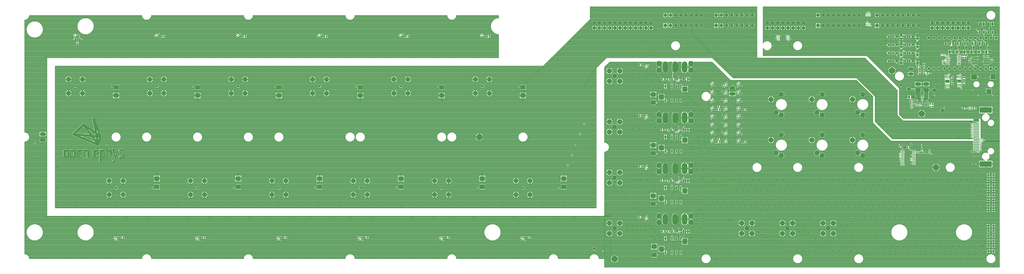
<source format=gtl>
G75*
%MOIN*%
%OFA0B0*%
%FSLAX25Y25*%
%IPPOS*%
%LPD*%
%AMOC8*
5,1,8,0,0,1.08239X$1,22.5*
%
%ADD10C,0.05315*%
%ADD11C,0.09449*%
%ADD12OC8,0.06496*%
%ADD13R,0.06496X0.06496*%
%ADD14C,0.09300*%
%ADD15C,0.10050*%
%ADD16OC8,0.11811*%
%ADD17R,0.06299X0.01181*%
%ADD18R,0.01575X0.06299*%
%ADD19R,0.07441X0.06181*%
%ADD20R,0.03000X0.02700*%
%ADD21C,0.02500*%
%ADD22R,0.03800X0.06000*%
%ADD23R,0.02700X0.03000*%
%ADD24R,0.11000X0.06500*%
%ADD25C,0.07480*%
%ADD26R,0.09449X0.10039*%
%ADD27R,0.11417X0.10827*%
%ADD28R,0.10661X0.02362*%
%ADD29C,0.04724*%
%ADD30C,0.10925*%
%ADD31C,0.10925*%
%ADD32R,0.03150X0.07087*%
%ADD33R,0.09843X0.09843*%
%ADD34R,0.09843X0.09055*%
%ADD35R,0.01402X0.01980*%
%ADD36C,0.04331*%
%ADD37C,0.02835*%
%ADD38R,0.23622X0.11024*%
%ADD39R,0.11811X0.01319*%
%ADD40C,0.10124*%
%ADD41C,0.10000*%
%ADD42C,0.05700*%
%ADD43OC8,0.06600*%
%ADD44R,0.01142X0.04331*%
%ADD45R,0.03937X0.05512*%
%ADD46R,0.04331X0.01142*%
%ADD47R,0.05512X0.03937*%
%ADD48R,0.02165X0.02165*%
%ADD49C,0.05400*%
%ADD50R,0.04173X0.02559*%
%ADD51C,0.01000*%
%ADD52C,0.01981*%
%ADD53C,0.00787*%
%ADD54C,0.01181*%
%ADD55C,0.01969*%
%ADD56C,0.02953*%
%ADD57C,0.02178*%
%ADD58C,0.02000*%
%ADD59C,0.00394*%
%ADD60C,0.01890*%
%ADD61C,0.02165*%
%ADD62C,0.05906*%
%ADD63C,0.01600*%
%ADD64C,0.00748*%
D10*
X0197850Y0217835D03*
X0355331Y0217835D03*
X0512811Y0217835D03*
X0670291Y0217835D03*
X0827772Y0217835D03*
X0985252Y0217835D03*
X0906512Y0414686D03*
X0749031Y0414686D03*
X0591551Y0414686D03*
X0434071Y0414686D03*
X0276591Y0414686D03*
X0119110Y0414686D03*
D11*
X0105606Y0428190D03*
X0132614Y0428190D03*
X0132614Y0401182D03*
X0105606Y0401182D03*
X0263087Y0401182D03*
X0290094Y0401182D03*
X0290094Y0428190D03*
X0263087Y0428190D03*
X0420567Y0428190D03*
X0447575Y0428190D03*
X0447575Y0401182D03*
X0420567Y0401182D03*
X0578047Y0401182D03*
X0605055Y0401182D03*
X0605055Y0428190D03*
X0578047Y0428190D03*
X0735528Y0428190D03*
X0762535Y0428190D03*
X0762535Y0401182D03*
X0735528Y0401182D03*
X0893008Y0401182D03*
X0920016Y0401182D03*
X0920016Y0428190D03*
X0893008Y0428190D03*
X0841276Y0231339D03*
X0814268Y0231339D03*
X0814268Y0204331D03*
X0841276Y0204331D03*
X0971748Y0204331D03*
X0998756Y0204331D03*
X0998756Y0231339D03*
X0971748Y0231339D03*
X0683795Y0231339D03*
X0656787Y0231339D03*
X0656787Y0204331D03*
X0683795Y0204331D03*
X0526315Y0204331D03*
X0499307Y0204331D03*
X0499307Y0231339D03*
X0526315Y0231339D03*
X0368835Y0231339D03*
X0341827Y0231339D03*
X0341827Y0204331D03*
X0368835Y0204331D03*
X0211354Y0204331D03*
X0184346Y0204331D03*
X0184346Y0231339D03*
X0211354Y0231339D03*
D12*
X1260843Y0552796D03*
X1270843Y0552796D03*
X1280843Y0552796D03*
X1290843Y0552796D03*
X1300843Y0552796D03*
X1310843Y0552796D03*
X1320843Y0552796D03*
X1330843Y0552796D03*
X1359268Y0552796D03*
X1369268Y0552796D03*
X1379268Y0552796D03*
X1389268Y0552796D03*
X1399268Y0552796D03*
X1409268Y0552796D03*
X1419268Y0552796D03*
X1429268Y0552796D03*
X1429268Y0532796D03*
X1419268Y0532796D03*
X1409268Y0532796D03*
X1399268Y0532796D03*
X1389268Y0532796D03*
X1379268Y0532796D03*
X1369268Y0532796D03*
X1330843Y0532796D03*
X1320843Y0532796D03*
X1310843Y0532796D03*
X1300843Y0532796D03*
X1290843Y0532796D03*
X1280843Y0532796D03*
X1270843Y0532796D03*
X1556118Y0552796D03*
X1566118Y0552796D03*
X1576118Y0552796D03*
X1586118Y0552796D03*
X1596118Y0552796D03*
X1606118Y0552796D03*
X1616118Y0552796D03*
X1626118Y0552796D03*
X1636118Y0552796D03*
X1670291Y0552796D03*
X1680291Y0552796D03*
X1690291Y0552796D03*
X1700291Y0552796D03*
X1710291Y0552796D03*
X1720291Y0552796D03*
X1730291Y0552796D03*
X1740291Y0552796D03*
X1750291Y0552796D03*
X1750291Y0532796D03*
X1740291Y0532796D03*
X1730291Y0532796D03*
X1720291Y0532796D03*
X1710291Y0532796D03*
X1700291Y0532796D03*
X1690291Y0532796D03*
X1680291Y0532796D03*
X1636118Y0532796D03*
X1626118Y0532796D03*
X1616118Y0532796D03*
X1606118Y0532796D03*
X1596118Y0532796D03*
X1586118Y0532796D03*
X1576118Y0532796D03*
X1566118Y0532796D03*
D13*
X1556118Y0532796D03*
X1670291Y0532796D03*
X1359268Y0532796D03*
X1260843Y0532796D03*
D14*
X1162417Y0434371D03*
X1162417Y0335946D03*
X1162417Y0237520D03*
X1162417Y0139095D03*
X1418323Y0139095D03*
X1497063Y0139095D03*
X1575803Y0139095D03*
D15*
X1565803Y0149095D03*
X1585803Y0149095D03*
X1585803Y0129095D03*
X1565803Y0129095D03*
X1507063Y0129095D03*
X1487063Y0129095D03*
X1487063Y0149095D03*
X1507063Y0149095D03*
X1428323Y0149095D03*
X1408323Y0149095D03*
X1408323Y0129095D03*
X1428323Y0129095D03*
X1172417Y0129095D03*
X1152417Y0129095D03*
X1152417Y0149095D03*
X1172417Y0149095D03*
X1172417Y0227520D03*
X1152417Y0227520D03*
X1152417Y0247520D03*
X1172417Y0247520D03*
X1172417Y0325946D03*
X1152417Y0325946D03*
X1152417Y0345946D03*
X1172417Y0345946D03*
X1172417Y0424371D03*
X1152417Y0424371D03*
X1152417Y0444371D03*
X1172417Y0444371D03*
D16*
X0900606Y0316261D03*
X1162417Y0079646D03*
X1784465Y0257206D03*
X1756906Y0361536D03*
X1699031Y0445001D03*
D17*
X1806906Y0457698D03*
X1806906Y0460257D03*
X1806906Y0462816D03*
X1806906Y0465375D03*
X1806906Y0467934D03*
X1806906Y0470493D03*
X1806906Y0473052D03*
X1806906Y0475611D03*
X1828953Y0475611D03*
X1828953Y0473052D03*
X1828953Y0470493D03*
X1828953Y0467934D03*
X1828953Y0465375D03*
X1828953Y0462816D03*
X1828953Y0460257D03*
X1828953Y0457698D03*
X1741551Y0290572D03*
X1741551Y0288013D03*
X1741551Y0285454D03*
X1741551Y0282894D03*
X1741551Y0280335D03*
X1741551Y0277776D03*
X1741551Y0275217D03*
X1741551Y0272658D03*
X1741551Y0270099D03*
X1741551Y0267540D03*
X1741551Y0264981D03*
X1741551Y0262422D03*
X1719504Y0262422D03*
X1719504Y0264981D03*
X1719504Y0267540D03*
X1719504Y0270099D03*
X1719504Y0272658D03*
X1719504Y0275217D03*
X1719504Y0277776D03*
X1719504Y0280335D03*
X1719504Y0282894D03*
X1719504Y0285454D03*
X1719504Y0288013D03*
X1719504Y0290572D03*
D18*
X1802673Y0416261D03*
X1805232Y0416261D03*
X1807791Y0416261D03*
X1810350Y0416261D03*
X1825902Y0416654D03*
X1828461Y0416654D03*
X1831020Y0416654D03*
X1833579Y0416654D03*
X1833579Y0433190D03*
X1831020Y0433190D03*
X1828461Y0433190D03*
X1825902Y0433190D03*
X1810350Y0432796D03*
X1807791Y0432796D03*
X1805232Y0432796D03*
X1802673Y0432796D03*
D19*
X1806512Y0424528D03*
X1829740Y0424922D03*
D20*
X1838795Y0422691D03*
X1838795Y0418491D03*
X1815961Y0419672D03*
X1815961Y0423872D03*
X1815961Y0428728D03*
X1815961Y0432928D03*
X1838795Y0431746D03*
X1838795Y0427546D03*
X1761236Y0452350D03*
X1761236Y0456550D03*
X1799425Y0461798D03*
X1799425Y0465998D03*
X1799425Y0472822D03*
X1799425Y0477022D03*
X1836433Y0474660D03*
X1836433Y0470460D03*
X1841945Y0470460D03*
X1841945Y0474660D03*
X1849425Y0467180D03*
X1849425Y0462980D03*
X1892339Y0463767D03*
X1892339Y0467967D03*
X1756906Y0292376D03*
X1756906Y0288176D03*
X1771866Y0289227D03*
X1771866Y0285027D03*
X0123047Y0497231D03*
X0123047Y0501431D03*
D21*
X1747693Y0395946D03*
X1752693Y0395946D03*
X1757693Y0395946D03*
X1762693Y0395946D03*
X1767693Y0395946D03*
X1767693Y0390946D03*
X1762693Y0390946D03*
X1757693Y0390946D03*
X1752693Y0390946D03*
X1747693Y0390946D03*
X1747693Y0385946D03*
X1752693Y0385946D03*
X1757693Y0385946D03*
X1762693Y0385946D03*
X1767693Y0385946D03*
X1767693Y0380946D03*
X1762693Y0380946D03*
X1757693Y0380946D03*
X1752693Y0380946D03*
X1747693Y0380946D03*
X1747693Y0375946D03*
X1752693Y0375946D03*
X1757693Y0375946D03*
X1762693Y0375946D03*
X1767693Y0375946D03*
D22*
X1740533Y0393820D03*
X1732333Y0393820D03*
X1733053Y0463505D03*
X1724853Y0463505D03*
X1701557Y0463505D03*
X1693357Y0463505D03*
X1693357Y0479253D03*
X1701557Y0479253D03*
X1724853Y0479253D03*
X1733053Y0479253D03*
X1733053Y0495001D03*
X1724853Y0495001D03*
X1701557Y0495001D03*
X1693357Y0495001D03*
X1693357Y0510749D03*
X1701557Y0510749D03*
X1724853Y0510749D03*
X1733053Y0510749D03*
X1803593Y0497757D03*
X1811793Y0497757D03*
X1817766Y0497757D03*
X1825966Y0497757D03*
X1831939Y0497757D03*
X1840139Y0497757D03*
X1846113Y0497757D03*
X1854313Y0497757D03*
X1860286Y0497757D03*
X1868486Y0497757D03*
X1874459Y0497757D03*
X1882659Y0497757D03*
X1885876Y0519410D03*
X1894076Y0519410D03*
X1877147Y0519410D03*
X1868947Y0519410D03*
X1304313Y0428465D03*
X1296113Y0428465D03*
X1296113Y0330040D03*
X1304313Y0330040D03*
X1304313Y0231615D03*
X1296113Y0231615D03*
X1296113Y0133190D03*
X1304313Y0133190D03*
D23*
X1278691Y0133190D03*
X1274491Y0133190D03*
X1268848Y0133190D03*
X1264648Y0133190D03*
X1259006Y0133190D03*
X1254806Y0133190D03*
X1214517Y0160749D03*
X1210317Y0160749D03*
X1252837Y0231615D03*
X1257037Y0231615D03*
X1262680Y0231615D03*
X1266880Y0231615D03*
X1272522Y0231615D03*
X1276722Y0231615D03*
X1214911Y0259174D03*
X1210711Y0259174D03*
X1361105Y0306418D03*
X1365305Y0306418D03*
X1367273Y0312324D03*
X1363073Y0312324D03*
X1412286Y0306418D03*
X1416486Y0306418D03*
X1276722Y0330040D03*
X1272522Y0330040D03*
X1266880Y0330040D03*
X1262680Y0330040D03*
X1257037Y0330040D03*
X1252837Y0330040D03*
X1214911Y0357599D03*
X1210711Y0357599D03*
X1361105Y0369410D03*
X1365305Y0369410D03*
X1367273Y0375316D03*
X1363073Y0375316D03*
X1412286Y0369410D03*
X1416486Y0369410D03*
X1278691Y0428465D03*
X1274491Y0428465D03*
X1268848Y0428465D03*
X1264648Y0428465D03*
X1259006Y0428465D03*
X1254806Y0428465D03*
X1214911Y0456024D03*
X1210711Y0456024D03*
X0920423Y0511143D03*
X0916223Y0511143D03*
X0762943Y0511143D03*
X0758743Y0511143D03*
X0605462Y0511143D03*
X0601262Y0511143D03*
X0447982Y0511143D03*
X0443782Y0511143D03*
X0290502Y0511143D03*
X0286302Y0511143D03*
X0211761Y0121379D03*
X0207561Y0121379D03*
X0365042Y0121379D03*
X0369242Y0121379D03*
X0522522Y0121379D03*
X0526722Y0121379D03*
X0680002Y0121379D03*
X0684202Y0121379D03*
X0837483Y0121379D03*
X0841683Y0121379D03*
X0994963Y0121379D03*
X0999163Y0121379D03*
X1713861Y0296576D03*
X1718061Y0296576D03*
X1728821Y0296182D03*
X1733021Y0296182D03*
X1735908Y0374135D03*
X1740108Y0374135D03*
X1740108Y0380040D03*
X1735908Y0380040D03*
X1735908Y0385946D03*
X1740108Y0385946D03*
X1773703Y0380434D03*
X1777903Y0380434D03*
X1777903Y0374922D03*
X1773703Y0374922D03*
X1837876Y0371772D03*
X1842076Y0371772D03*
X1857168Y0372166D03*
X1861368Y0372166D03*
X1771998Y0439883D03*
X1767798Y0439883D03*
X1753100Y0452481D03*
X1748900Y0452481D03*
D24*
X1749819Y0419005D03*
X1749819Y0408005D03*
X1765567Y0408005D03*
X1765567Y0419005D03*
X1390370Y0411131D03*
X1390370Y0400131D03*
X0056118Y0321761D03*
X0056118Y0310761D03*
D25*
X1731709Y0409174D03*
X1781315Y0407599D03*
X1796669Y0368229D03*
D26*
X1887220Y0404154D03*
X1894701Y0433091D03*
D27*
X1858087Y0432698D03*
D28*
X1859055Y0457973D03*
X1859055Y0462973D03*
X1859055Y0467973D03*
X1859055Y0472973D03*
X1881528Y0472973D03*
X1881528Y0467973D03*
X1881528Y0462973D03*
X1881528Y0457973D03*
D29*
X1885764Y0242520D03*
X1890764Y0237520D03*
X1895764Y0232520D03*
X1885764Y0232520D03*
X1895764Y0242520D03*
X1895764Y0222835D03*
X1890764Y0217835D03*
X1895764Y0212835D03*
X1885764Y0212835D03*
X1885764Y0222835D03*
X1885764Y0203150D03*
X1890764Y0198150D03*
X1895764Y0193150D03*
X1885764Y0193150D03*
X1895764Y0203150D03*
X1895764Y0183465D03*
X1890764Y0178465D03*
X1895764Y0173465D03*
X1885764Y0173465D03*
X1885764Y0183465D03*
X1885764Y0144095D03*
X1890764Y0139095D03*
X1895764Y0134095D03*
X1885764Y0134095D03*
X1895764Y0144095D03*
X1895764Y0124410D03*
X1890764Y0119410D03*
X1895764Y0114410D03*
X1885764Y0114410D03*
X1885764Y0124410D03*
X1885764Y0104725D03*
X1890764Y0099725D03*
X1895764Y0094725D03*
X1895764Y0104725D03*
X1885764Y0094725D03*
D30*
X1297850Y0151349D02*
X1297850Y0162274D01*
X1279346Y0162274D02*
X1279346Y0151349D01*
X1260843Y0151349D02*
X1260843Y0162274D01*
X1260843Y0249774D02*
X1260843Y0260700D01*
X1279346Y0260700D02*
X1279346Y0249774D01*
X1297850Y0249774D02*
X1297850Y0260700D01*
X1297850Y0348200D02*
X1297850Y0359125D01*
X1279346Y0359125D02*
X1279346Y0348200D01*
X1260843Y0348200D02*
X1260843Y0359125D01*
X1260843Y0446625D02*
X1260843Y0457550D01*
X1279346Y0457550D02*
X1279346Y0446625D01*
X1297850Y0446625D02*
X1297850Y0457550D01*
D31*
X1310350Y0458347D03*
X1310350Y0445828D03*
X1248343Y0445828D03*
X1248343Y0458347D03*
X1248343Y0359922D03*
X1248343Y0347402D03*
X1310350Y0347402D03*
X1310350Y0359922D03*
X1310350Y0261497D03*
X1310350Y0248977D03*
X1248343Y0248977D03*
X1248343Y0261497D03*
X1248343Y0163072D03*
X1248343Y0150552D03*
X1310350Y0150552D03*
X1310350Y0163072D03*
D32*
X1290764Y0190276D03*
X1282102Y0190276D03*
X1273441Y0190276D03*
X1260843Y0190276D03*
X1260843Y0217835D03*
X1273441Y0217835D03*
X1282102Y0217835D03*
X1290764Y0217835D03*
X1290764Y0288702D03*
X1282102Y0288702D03*
X1273441Y0288702D03*
X1260843Y0288702D03*
X1260843Y0316261D03*
X1273441Y0316261D03*
X1282102Y0316261D03*
X1290764Y0316261D03*
X1290764Y0387127D03*
X1282102Y0387127D03*
X1273441Y0387127D03*
X1260843Y0387127D03*
X1260843Y0414686D03*
X1273441Y0414686D03*
X1282102Y0414686D03*
X1290764Y0414686D03*
X1290764Y0119410D03*
X1282102Y0119410D03*
X1273441Y0119410D03*
X1260843Y0119410D03*
X1260843Y0091851D03*
X1273441Y0091851D03*
X1282102Y0091851D03*
X1290764Y0091851D03*
D33*
X1253165Y0098741D03*
X1298441Y0113702D03*
X1253165Y0197166D03*
X1298441Y0212127D03*
X1253165Y0295591D03*
X1298441Y0310552D03*
X1253165Y0394017D03*
X1298441Y0408977D03*
D34*
X1237220Y0398938D03*
X1237220Y0383190D03*
X1237220Y0300513D03*
X1237220Y0284765D03*
X1063992Y0235552D03*
X1063992Y0219804D03*
X0906512Y0219804D03*
X0906512Y0235552D03*
X0749031Y0235552D03*
X0749031Y0219804D03*
X0591551Y0219804D03*
X0591551Y0235552D03*
X0434071Y0235552D03*
X0434071Y0219804D03*
X0276591Y0219804D03*
X0276591Y0235552D03*
X0355331Y0396969D03*
X0355331Y0412717D03*
X0512811Y0412717D03*
X0512811Y0396969D03*
X0670291Y0396969D03*
X0670291Y0412717D03*
X0827772Y0412717D03*
X0827772Y0396969D03*
X0985252Y0396969D03*
X0985252Y0412717D03*
X1237220Y0202087D03*
X1237220Y0186339D03*
X1239189Y0103662D03*
X1239189Y0087914D03*
X0197850Y0396969D03*
X0197850Y0412717D03*
D35*
X1284433Y0425904D03*
X1288433Y0425904D03*
X1286433Y0431026D03*
X1286433Y0332601D03*
X1284433Y0327479D03*
X1288433Y0327479D03*
X1286433Y0234176D03*
X1284433Y0229054D03*
X1288433Y0229054D03*
X1286433Y0135751D03*
X1284433Y0130629D03*
X1288433Y0130629D03*
D36*
X0167929Y0317048D02*
X0163205Y0301300D01*
X0134858Y0340670D01*
X0114386Y0321772D01*
X0167929Y0317048D01*
X0134858Y0340670D01*
X0153756Y0351694D02*
X0167929Y0317048D01*
X0163205Y0301300D02*
X0153756Y0351694D01*
X0114386Y0321772D02*
X0163205Y0301300D01*
D37*
X0166984Y0290906D02*
X0171709Y0290906D01*
X0171709Y0290907D02*
X0171813Y0290905D01*
X0171916Y0290899D01*
X0172019Y0290890D01*
X0172122Y0290877D01*
X0172224Y0290860D01*
X0172325Y0290839D01*
X0172426Y0290815D01*
X0172526Y0290787D01*
X0172624Y0290755D01*
X0172722Y0290720D01*
X0172818Y0290681D01*
X0172912Y0290639D01*
X0173005Y0290593D01*
X0173096Y0290544D01*
X0173186Y0290492D01*
X0173273Y0290436D01*
X0173359Y0290378D01*
X0173442Y0290316D01*
X0173522Y0290251D01*
X0173601Y0290183D01*
X0173677Y0290113D01*
X0173750Y0290040D01*
X0173820Y0289964D01*
X0173888Y0289885D01*
X0173953Y0289805D01*
X0174015Y0289722D01*
X0174073Y0289636D01*
X0174129Y0289549D01*
X0174181Y0289459D01*
X0174230Y0289368D01*
X0174276Y0289275D01*
X0174318Y0289181D01*
X0174357Y0289085D01*
X0174392Y0288987D01*
X0174424Y0288889D01*
X0174452Y0288789D01*
X0174476Y0288688D01*
X0174497Y0288587D01*
X0174514Y0288485D01*
X0174527Y0288382D01*
X0174536Y0288279D01*
X0174542Y0288176D01*
X0174544Y0288072D01*
X0174543Y0288072D02*
X0174543Y0279883D01*
X0174544Y0279883D02*
X0174542Y0279779D01*
X0174536Y0279676D01*
X0174527Y0279573D01*
X0174514Y0279470D01*
X0174497Y0279368D01*
X0174476Y0279267D01*
X0174452Y0279166D01*
X0174424Y0279066D01*
X0174392Y0278968D01*
X0174357Y0278870D01*
X0174318Y0278774D01*
X0174276Y0278680D01*
X0174230Y0278587D01*
X0174181Y0278496D01*
X0174129Y0278406D01*
X0174073Y0278319D01*
X0174015Y0278233D01*
X0173953Y0278150D01*
X0173888Y0278070D01*
X0173820Y0277991D01*
X0173750Y0277915D01*
X0173677Y0277842D01*
X0173601Y0277772D01*
X0173522Y0277704D01*
X0173442Y0277639D01*
X0173359Y0277577D01*
X0173273Y0277519D01*
X0173186Y0277463D01*
X0173096Y0277411D01*
X0173005Y0277362D01*
X0172912Y0277316D01*
X0172818Y0277274D01*
X0172722Y0277235D01*
X0172624Y0277200D01*
X0172526Y0277168D01*
X0172426Y0277140D01*
X0172325Y0277116D01*
X0172224Y0277095D01*
X0172122Y0277078D01*
X0172019Y0277065D01*
X0171916Y0277056D01*
X0171813Y0277050D01*
X0171709Y0277048D01*
X0166984Y0277048D01*
X0166984Y0290906D01*
X0161945Y0287757D02*
X0161945Y0283977D01*
X0155331Y0283977D01*
X0154386Y0279883D02*
X0154386Y0288072D01*
X0154385Y0288072D02*
X0154387Y0288176D01*
X0154393Y0288279D01*
X0154402Y0288382D01*
X0154415Y0288485D01*
X0154432Y0288587D01*
X0154453Y0288688D01*
X0154477Y0288789D01*
X0154505Y0288889D01*
X0154537Y0288987D01*
X0154572Y0289085D01*
X0154611Y0289181D01*
X0154653Y0289275D01*
X0154699Y0289368D01*
X0154748Y0289459D01*
X0154800Y0289549D01*
X0154856Y0289636D01*
X0154914Y0289722D01*
X0154976Y0289805D01*
X0155041Y0289885D01*
X0155109Y0289964D01*
X0155179Y0290040D01*
X0155252Y0290113D01*
X0155328Y0290183D01*
X0155407Y0290251D01*
X0155487Y0290316D01*
X0155570Y0290378D01*
X0155656Y0290436D01*
X0155743Y0290492D01*
X0155833Y0290544D01*
X0155924Y0290593D01*
X0156017Y0290639D01*
X0156111Y0290681D01*
X0156207Y0290720D01*
X0156305Y0290755D01*
X0156403Y0290787D01*
X0156503Y0290815D01*
X0156604Y0290839D01*
X0156705Y0290860D01*
X0156807Y0290877D01*
X0156910Y0290890D01*
X0157013Y0290899D01*
X0157116Y0290905D01*
X0157220Y0290907D01*
X0157220Y0290906D02*
X0159110Y0290906D01*
X0159110Y0290907D02*
X0159214Y0290905D01*
X0159317Y0290899D01*
X0159420Y0290890D01*
X0159523Y0290877D01*
X0159625Y0290860D01*
X0159726Y0290839D01*
X0159827Y0290815D01*
X0159927Y0290787D01*
X0160025Y0290755D01*
X0160123Y0290720D01*
X0160219Y0290681D01*
X0160313Y0290639D01*
X0160406Y0290593D01*
X0160497Y0290544D01*
X0160587Y0290492D01*
X0160674Y0290436D01*
X0160760Y0290378D01*
X0160843Y0290316D01*
X0160923Y0290251D01*
X0161002Y0290183D01*
X0161078Y0290113D01*
X0161151Y0290040D01*
X0161221Y0289964D01*
X0161289Y0289885D01*
X0161354Y0289805D01*
X0161416Y0289722D01*
X0161474Y0289636D01*
X0161530Y0289549D01*
X0161582Y0289459D01*
X0161631Y0289368D01*
X0161677Y0289275D01*
X0161719Y0289181D01*
X0161758Y0289085D01*
X0161793Y0288987D01*
X0161825Y0288889D01*
X0161853Y0288789D01*
X0161877Y0288688D01*
X0161898Y0288587D01*
X0161915Y0288485D01*
X0161928Y0288382D01*
X0161937Y0288279D01*
X0161943Y0288176D01*
X0161945Y0288072D01*
X0154385Y0279883D02*
X0154387Y0279779D01*
X0154393Y0279676D01*
X0154402Y0279573D01*
X0154415Y0279470D01*
X0154432Y0279368D01*
X0154453Y0279267D01*
X0154477Y0279166D01*
X0154505Y0279066D01*
X0154537Y0278968D01*
X0154572Y0278870D01*
X0154611Y0278774D01*
X0154653Y0278680D01*
X0154699Y0278587D01*
X0154748Y0278496D01*
X0154800Y0278406D01*
X0154856Y0278319D01*
X0154914Y0278233D01*
X0154976Y0278150D01*
X0155041Y0278070D01*
X0155109Y0277991D01*
X0155179Y0277915D01*
X0155252Y0277842D01*
X0155328Y0277772D01*
X0155407Y0277704D01*
X0155487Y0277639D01*
X0155570Y0277577D01*
X0155656Y0277519D01*
X0155743Y0277463D01*
X0155833Y0277411D01*
X0155924Y0277362D01*
X0156017Y0277316D01*
X0156111Y0277274D01*
X0156207Y0277235D01*
X0156305Y0277200D01*
X0156403Y0277168D01*
X0156503Y0277140D01*
X0156604Y0277116D01*
X0156705Y0277095D01*
X0156807Y0277078D01*
X0156910Y0277065D01*
X0157013Y0277056D01*
X0157116Y0277050D01*
X0157220Y0277048D01*
X0160055Y0277048D01*
X0160119Y0277050D01*
X0160183Y0277055D01*
X0160246Y0277065D01*
X0160309Y0277078D01*
X0160371Y0277094D01*
X0160432Y0277114D01*
X0160491Y0277138D01*
X0160550Y0277165D01*
X0160606Y0277196D01*
X0160661Y0277229D01*
X0160713Y0277266D01*
X0160763Y0277306D01*
X0160811Y0277348D01*
X0160857Y0277394D01*
X0160899Y0277442D01*
X0160939Y0277492D01*
X0160976Y0277544D01*
X0161009Y0277599D01*
X0161040Y0277655D01*
X0161067Y0277714D01*
X0161091Y0277773D01*
X0161111Y0277834D01*
X0161127Y0277896D01*
X0161140Y0277959D01*
X0161150Y0278022D01*
X0161155Y0278086D01*
X0161157Y0278150D01*
X0166984Y0276891D02*
X0166984Y0268702D01*
X0191394Y0268859D02*
X0192181Y0268859D01*
X0193598Y0269174D01*
X0194701Y0270749D01*
X0194858Y0271064D02*
X0201472Y0292324D01*
X0204780Y0288544D02*
X0204780Y0287757D01*
X0204937Y0286969D01*
X0205567Y0286024D01*
X0208087Y0284135D01*
X0207614Y0284450D02*
X0210134Y0282560D01*
X0211551Y0281143D01*
X0211709Y0280355D01*
X0211709Y0279568D01*
X0211709Y0279410D02*
X0211707Y0279306D01*
X0211701Y0279203D01*
X0211692Y0279100D01*
X0211679Y0278997D01*
X0211662Y0278895D01*
X0211641Y0278794D01*
X0211617Y0278693D01*
X0211589Y0278593D01*
X0211557Y0278495D01*
X0211522Y0278397D01*
X0211483Y0278301D01*
X0211441Y0278207D01*
X0211395Y0278114D01*
X0211346Y0278023D01*
X0211294Y0277933D01*
X0211238Y0277846D01*
X0211180Y0277760D01*
X0211118Y0277677D01*
X0211053Y0277597D01*
X0210985Y0277518D01*
X0210915Y0277442D01*
X0210842Y0277369D01*
X0210766Y0277299D01*
X0210687Y0277231D01*
X0210607Y0277166D01*
X0210524Y0277104D01*
X0210438Y0277046D01*
X0210351Y0276990D01*
X0210261Y0276938D01*
X0210170Y0276889D01*
X0210077Y0276843D01*
X0209983Y0276801D01*
X0209887Y0276762D01*
X0209789Y0276727D01*
X0209691Y0276695D01*
X0209591Y0276667D01*
X0209490Y0276643D01*
X0209389Y0276622D01*
X0209287Y0276605D01*
X0209184Y0276592D01*
X0209081Y0276583D01*
X0208978Y0276577D01*
X0208874Y0276575D01*
X0208874Y0276576D02*
X0206984Y0276576D01*
X0206827Y0276576D02*
X0206197Y0276891D01*
X0205409Y0277363D01*
X0205094Y0277835D01*
X0205094Y0278150D01*
X0196591Y0277206D02*
X0191394Y0292324D01*
X0187772Y0288072D02*
X0187929Y0277048D01*
X0180213Y0277206D02*
X0180213Y0299568D01*
X0181315Y0290906D02*
X0184937Y0290906D01*
X0184937Y0290907D02*
X0185041Y0290905D01*
X0185144Y0290899D01*
X0185247Y0290890D01*
X0185350Y0290877D01*
X0185452Y0290860D01*
X0185553Y0290839D01*
X0185654Y0290815D01*
X0185754Y0290787D01*
X0185852Y0290755D01*
X0185950Y0290720D01*
X0186046Y0290681D01*
X0186140Y0290639D01*
X0186233Y0290593D01*
X0186324Y0290544D01*
X0186414Y0290492D01*
X0186501Y0290436D01*
X0186587Y0290378D01*
X0186670Y0290316D01*
X0186750Y0290251D01*
X0186829Y0290183D01*
X0186905Y0290113D01*
X0186978Y0290040D01*
X0187048Y0289964D01*
X0187116Y0289885D01*
X0187181Y0289805D01*
X0187243Y0289722D01*
X0187301Y0289636D01*
X0187357Y0289549D01*
X0187409Y0289459D01*
X0187458Y0289368D01*
X0187504Y0289275D01*
X0187546Y0289181D01*
X0187585Y0289085D01*
X0187620Y0288987D01*
X0187652Y0288889D01*
X0187680Y0288789D01*
X0187704Y0288688D01*
X0187725Y0288587D01*
X0187742Y0288485D01*
X0187755Y0288382D01*
X0187764Y0288279D01*
X0187770Y0288176D01*
X0187772Y0288072D01*
X0204779Y0288702D02*
X0204781Y0288806D01*
X0204787Y0288909D01*
X0204796Y0289012D01*
X0204809Y0289115D01*
X0204826Y0289217D01*
X0204847Y0289318D01*
X0204871Y0289419D01*
X0204899Y0289519D01*
X0204931Y0289617D01*
X0204966Y0289715D01*
X0205005Y0289811D01*
X0205047Y0289905D01*
X0205093Y0289998D01*
X0205142Y0290089D01*
X0205194Y0290179D01*
X0205250Y0290266D01*
X0205308Y0290352D01*
X0205370Y0290435D01*
X0205435Y0290515D01*
X0205503Y0290594D01*
X0205573Y0290670D01*
X0205646Y0290743D01*
X0205722Y0290813D01*
X0205801Y0290881D01*
X0205881Y0290946D01*
X0205964Y0291008D01*
X0206050Y0291066D01*
X0206137Y0291122D01*
X0206227Y0291174D01*
X0206318Y0291223D01*
X0206411Y0291269D01*
X0206505Y0291311D01*
X0206601Y0291350D01*
X0206699Y0291385D01*
X0206797Y0291417D01*
X0206897Y0291445D01*
X0206998Y0291469D01*
X0207099Y0291490D01*
X0207201Y0291507D01*
X0207304Y0291520D01*
X0207407Y0291529D01*
X0207510Y0291535D01*
X0207614Y0291537D01*
X0207614Y0291536D02*
X0209504Y0291536D01*
X0209661Y0291536D02*
X0210291Y0291221D01*
X0211079Y0290749D01*
X0211394Y0290276D01*
X0211394Y0289961D01*
X0143047Y0288072D02*
X0143047Y0277048D01*
X0135488Y0277048D02*
X0135488Y0290906D01*
X0135567Y0290906D02*
X0140409Y0290906D01*
X0140213Y0290907D02*
X0140317Y0290905D01*
X0140420Y0290899D01*
X0140523Y0290890D01*
X0140626Y0290877D01*
X0140728Y0290860D01*
X0140829Y0290839D01*
X0140930Y0290815D01*
X0141030Y0290787D01*
X0141128Y0290755D01*
X0141226Y0290720D01*
X0141322Y0290681D01*
X0141416Y0290639D01*
X0141509Y0290593D01*
X0141600Y0290544D01*
X0141690Y0290492D01*
X0141777Y0290436D01*
X0141863Y0290378D01*
X0141946Y0290316D01*
X0142026Y0290251D01*
X0142105Y0290183D01*
X0142181Y0290113D01*
X0142254Y0290040D01*
X0142324Y0289964D01*
X0142392Y0289885D01*
X0142457Y0289805D01*
X0142519Y0289722D01*
X0142577Y0289636D01*
X0142633Y0289549D01*
X0142685Y0289459D01*
X0142734Y0289368D01*
X0142780Y0289275D01*
X0142822Y0289181D01*
X0142861Y0289085D01*
X0142896Y0288987D01*
X0142928Y0288889D01*
X0142956Y0288789D01*
X0142980Y0288688D01*
X0143001Y0288587D01*
X0143018Y0288485D01*
X0143031Y0288382D01*
X0143040Y0288279D01*
X0143046Y0288176D01*
X0143048Y0288072D01*
X0130134Y0287757D02*
X0130134Y0283977D01*
X0123520Y0283977D01*
X0122575Y0279883D02*
X0122575Y0288072D01*
X0122574Y0288072D02*
X0122576Y0288176D01*
X0122582Y0288279D01*
X0122591Y0288382D01*
X0122604Y0288485D01*
X0122621Y0288587D01*
X0122642Y0288688D01*
X0122666Y0288789D01*
X0122694Y0288889D01*
X0122726Y0288987D01*
X0122761Y0289085D01*
X0122800Y0289181D01*
X0122842Y0289275D01*
X0122888Y0289368D01*
X0122937Y0289459D01*
X0122989Y0289549D01*
X0123045Y0289636D01*
X0123103Y0289722D01*
X0123165Y0289805D01*
X0123230Y0289885D01*
X0123298Y0289964D01*
X0123368Y0290040D01*
X0123441Y0290113D01*
X0123517Y0290183D01*
X0123596Y0290251D01*
X0123676Y0290316D01*
X0123759Y0290378D01*
X0123845Y0290436D01*
X0123932Y0290492D01*
X0124022Y0290544D01*
X0124113Y0290593D01*
X0124206Y0290639D01*
X0124300Y0290681D01*
X0124396Y0290720D01*
X0124494Y0290755D01*
X0124592Y0290787D01*
X0124692Y0290815D01*
X0124793Y0290839D01*
X0124894Y0290860D01*
X0124996Y0290877D01*
X0125099Y0290890D01*
X0125202Y0290899D01*
X0125305Y0290905D01*
X0125409Y0290907D01*
X0125409Y0290906D02*
X0127299Y0290906D01*
X0127299Y0290907D02*
X0127403Y0290905D01*
X0127506Y0290899D01*
X0127609Y0290890D01*
X0127712Y0290877D01*
X0127814Y0290860D01*
X0127915Y0290839D01*
X0128016Y0290815D01*
X0128116Y0290787D01*
X0128214Y0290755D01*
X0128312Y0290720D01*
X0128408Y0290681D01*
X0128502Y0290639D01*
X0128595Y0290593D01*
X0128686Y0290544D01*
X0128776Y0290492D01*
X0128863Y0290436D01*
X0128949Y0290378D01*
X0129032Y0290316D01*
X0129112Y0290251D01*
X0129191Y0290183D01*
X0129267Y0290113D01*
X0129340Y0290040D01*
X0129410Y0289964D01*
X0129478Y0289885D01*
X0129543Y0289805D01*
X0129605Y0289722D01*
X0129663Y0289636D01*
X0129719Y0289549D01*
X0129771Y0289459D01*
X0129820Y0289368D01*
X0129866Y0289275D01*
X0129908Y0289181D01*
X0129947Y0289085D01*
X0129982Y0288987D01*
X0130014Y0288889D01*
X0130042Y0288789D01*
X0130066Y0288688D01*
X0130087Y0288587D01*
X0130104Y0288485D01*
X0130117Y0288382D01*
X0130126Y0288279D01*
X0130132Y0288176D01*
X0130134Y0288072D01*
X0122574Y0279883D02*
X0122576Y0279779D01*
X0122582Y0279676D01*
X0122591Y0279573D01*
X0122604Y0279470D01*
X0122621Y0279368D01*
X0122642Y0279267D01*
X0122666Y0279166D01*
X0122694Y0279066D01*
X0122726Y0278968D01*
X0122761Y0278870D01*
X0122800Y0278774D01*
X0122842Y0278680D01*
X0122888Y0278587D01*
X0122937Y0278496D01*
X0122989Y0278406D01*
X0123045Y0278319D01*
X0123103Y0278233D01*
X0123165Y0278150D01*
X0123230Y0278070D01*
X0123298Y0277991D01*
X0123368Y0277915D01*
X0123441Y0277842D01*
X0123517Y0277772D01*
X0123596Y0277704D01*
X0123676Y0277639D01*
X0123759Y0277577D01*
X0123845Y0277519D01*
X0123932Y0277463D01*
X0124022Y0277411D01*
X0124113Y0277362D01*
X0124206Y0277316D01*
X0124300Y0277274D01*
X0124396Y0277235D01*
X0124494Y0277200D01*
X0124592Y0277168D01*
X0124692Y0277140D01*
X0124793Y0277116D01*
X0124894Y0277095D01*
X0124996Y0277078D01*
X0125099Y0277065D01*
X0125202Y0277056D01*
X0125305Y0277050D01*
X0125409Y0277048D01*
X0128244Y0277048D01*
X0128308Y0277050D01*
X0128372Y0277055D01*
X0128435Y0277065D01*
X0128498Y0277078D01*
X0128560Y0277094D01*
X0128621Y0277114D01*
X0128680Y0277138D01*
X0128739Y0277165D01*
X0128795Y0277196D01*
X0128850Y0277229D01*
X0128902Y0277266D01*
X0128952Y0277306D01*
X0129000Y0277348D01*
X0129046Y0277394D01*
X0129088Y0277442D01*
X0129128Y0277492D01*
X0129165Y0277544D01*
X0129198Y0277599D01*
X0129229Y0277655D01*
X0129256Y0277714D01*
X0129280Y0277773D01*
X0129300Y0277834D01*
X0129316Y0277896D01*
X0129329Y0277959D01*
X0129339Y0278022D01*
X0129344Y0278086D01*
X0129346Y0278150D01*
X0117378Y0279883D02*
X0117378Y0288072D01*
X0117376Y0288176D01*
X0117370Y0288279D01*
X0117361Y0288382D01*
X0117348Y0288485D01*
X0117331Y0288587D01*
X0117310Y0288688D01*
X0117286Y0288789D01*
X0117258Y0288889D01*
X0117226Y0288987D01*
X0117191Y0289085D01*
X0117152Y0289181D01*
X0117110Y0289275D01*
X0117064Y0289368D01*
X0117015Y0289459D01*
X0116963Y0289549D01*
X0116907Y0289636D01*
X0116849Y0289722D01*
X0116787Y0289805D01*
X0116722Y0289885D01*
X0116654Y0289964D01*
X0116584Y0290040D01*
X0116511Y0290113D01*
X0116435Y0290183D01*
X0116356Y0290251D01*
X0116276Y0290316D01*
X0116193Y0290378D01*
X0116107Y0290436D01*
X0116020Y0290492D01*
X0115930Y0290544D01*
X0115839Y0290593D01*
X0115746Y0290639D01*
X0115652Y0290681D01*
X0115556Y0290720D01*
X0115458Y0290755D01*
X0115360Y0290787D01*
X0115260Y0290815D01*
X0115159Y0290839D01*
X0115058Y0290860D01*
X0114956Y0290877D01*
X0114853Y0290890D01*
X0114750Y0290899D01*
X0114647Y0290905D01*
X0114543Y0290907D01*
X0114543Y0290906D02*
X0109819Y0290906D01*
X0109819Y0277048D01*
X0114543Y0277048D01*
X0114647Y0277050D01*
X0114750Y0277056D01*
X0114853Y0277065D01*
X0114956Y0277078D01*
X0115058Y0277095D01*
X0115159Y0277116D01*
X0115260Y0277140D01*
X0115360Y0277168D01*
X0115458Y0277200D01*
X0115556Y0277235D01*
X0115652Y0277274D01*
X0115746Y0277316D01*
X0115839Y0277362D01*
X0115930Y0277411D01*
X0116020Y0277463D01*
X0116107Y0277519D01*
X0116193Y0277577D01*
X0116276Y0277639D01*
X0116356Y0277704D01*
X0116435Y0277772D01*
X0116511Y0277842D01*
X0116584Y0277915D01*
X0116654Y0277991D01*
X0116722Y0278070D01*
X0116787Y0278150D01*
X0116849Y0278233D01*
X0116907Y0278319D01*
X0116963Y0278406D01*
X0117015Y0278496D01*
X0117064Y0278587D01*
X0117110Y0278680D01*
X0117152Y0278774D01*
X0117191Y0278870D01*
X0117226Y0278968D01*
X0117258Y0279066D01*
X0117286Y0279166D01*
X0117310Y0279267D01*
X0117331Y0279368D01*
X0117348Y0279470D01*
X0117361Y0279573D01*
X0117370Y0279676D01*
X0117376Y0279779D01*
X0117378Y0279883D01*
X0109819Y0276891D02*
X0109819Y0268702D01*
X0102063Y0277048D02*
X0099898Y0277048D01*
X0099794Y0277050D01*
X0099691Y0277056D01*
X0099588Y0277065D01*
X0099485Y0277078D01*
X0099383Y0277095D01*
X0099282Y0277116D01*
X0099181Y0277140D01*
X0099081Y0277168D01*
X0098983Y0277200D01*
X0098885Y0277235D01*
X0098789Y0277274D01*
X0098695Y0277316D01*
X0098602Y0277362D01*
X0098511Y0277411D01*
X0098421Y0277463D01*
X0098334Y0277519D01*
X0098248Y0277577D01*
X0098165Y0277639D01*
X0098085Y0277704D01*
X0098006Y0277772D01*
X0097930Y0277842D01*
X0097857Y0277915D01*
X0097787Y0277991D01*
X0097719Y0278070D01*
X0097654Y0278150D01*
X0097592Y0278233D01*
X0097534Y0278319D01*
X0097478Y0278406D01*
X0097426Y0278496D01*
X0097377Y0278587D01*
X0097331Y0278680D01*
X0097289Y0278774D01*
X0097250Y0278870D01*
X0097215Y0278968D01*
X0097183Y0279066D01*
X0097155Y0279166D01*
X0097131Y0279267D01*
X0097110Y0279368D01*
X0097093Y0279470D01*
X0097080Y0279573D01*
X0097071Y0279676D01*
X0097065Y0279779D01*
X0097063Y0279883D01*
X0097063Y0288072D01*
X0097065Y0288176D01*
X0097071Y0288279D01*
X0097080Y0288382D01*
X0097093Y0288485D01*
X0097110Y0288587D01*
X0097131Y0288688D01*
X0097155Y0288789D01*
X0097183Y0288889D01*
X0097215Y0288987D01*
X0097250Y0289085D01*
X0097289Y0289181D01*
X0097331Y0289275D01*
X0097377Y0289368D01*
X0097426Y0289459D01*
X0097478Y0289549D01*
X0097534Y0289636D01*
X0097592Y0289722D01*
X0097654Y0289805D01*
X0097719Y0289885D01*
X0097787Y0289964D01*
X0097857Y0290040D01*
X0097930Y0290113D01*
X0098006Y0290183D01*
X0098085Y0290251D01*
X0098165Y0290316D01*
X0098248Y0290378D01*
X0098334Y0290436D01*
X0098421Y0290492D01*
X0098511Y0290544D01*
X0098602Y0290593D01*
X0098695Y0290639D01*
X0098789Y0290681D01*
X0098885Y0290720D01*
X0098983Y0290755D01*
X0099081Y0290787D01*
X0099181Y0290815D01*
X0099282Y0290839D01*
X0099383Y0290860D01*
X0099485Y0290877D01*
X0099588Y0290890D01*
X0099691Y0290899D01*
X0099794Y0290905D01*
X0099898Y0290907D01*
X0099898Y0290906D02*
X0102063Y0290906D01*
X0102063Y0290905D02*
X0102164Y0290898D01*
X0102264Y0290888D01*
X0102364Y0290873D01*
X0102463Y0290855D01*
X0102562Y0290833D01*
X0102659Y0290807D01*
X0102756Y0290778D01*
X0102851Y0290745D01*
X0102946Y0290709D01*
X0103038Y0290669D01*
X0103130Y0290625D01*
X0103219Y0290579D01*
X0103307Y0290529D01*
X0103393Y0290475D01*
X0103476Y0290419D01*
X0103558Y0290359D01*
X0103637Y0290297D01*
X0103714Y0290231D01*
X0103788Y0290163D01*
X0103860Y0290092D01*
X0103929Y0290018D01*
X0103995Y0289942D01*
X0104059Y0289863D01*
X0104119Y0289783D01*
X0104176Y0289699D01*
X0104231Y0289614D01*
X0104281Y0289527D01*
X0104329Y0289438D01*
X0104373Y0289347D01*
X0104414Y0289255D01*
X0104452Y0289161D01*
X0104485Y0289066D01*
X0104516Y0288970D01*
X0104542Y0288872D01*
X0104565Y0288774D01*
X0104585Y0288675D01*
X0104600Y0288575D01*
X0104612Y0288475D01*
X0104620Y0288374D01*
X0104624Y0288273D01*
X0104625Y0288172D01*
X0104621Y0288071D01*
X0104622Y0288072D02*
X0104622Y0279883D01*
X0104621Y0279883D02*
X0104625Y0279782D01*
X0104624Y0279681D01*
X0104620Y0279580D01*
X0104612Y0279479D01*
X0104600Y0279379D01*
X0104585Y0279279D01*
X0104565Y0279180D01*
X0104542Y0279082D01*
X0104516Y0278984D01*
X0104485Y0278888D01*
X0104452Y0278793D01*
X0104414Y0278699D01*
X0104373Y0278607D01*
X0104329Y0278516D01*
X0104281Y0278427D01*
X0104231Y0278340D01*
X0104176Y0278255D01*
X0104119Y0278171D01*
X0104059Y0278091D01*
X0103995Y0278012D01*
X0103929Y0277936D01*
X0103860Y0277862D01*
X0103788Y0277791D01*
X0103714Y0277723D01*
X0103637Y0277657D01*
X0103558Y0277595D01*
X0103476Y0277535D01*
X0103393Y0277479D01*
X0103307Y0277425D01*
X0103219Y0277375D01*
X0103130Y0277329D01*
X0103038Y0277285D01*
X0102946Y0277245D01*
X0102851Y0277209D01*
X0102756Y0277176D01*
X0102659Y0277147D01*
X0102562Y0277121D01*
X0102463Y0277099D01*
X0102364Y0277081D01*
X0102264Y0277066D01*
X0102164Y0277056D01*
X0102063Y0277049D01*
D38*
X1880921Y0263898D03*
X1880921Y0368623D03*
D39*
X1862417Y0347511D03*
X1862417Y0345011D03*
X1862417Y0342511D03*
X1862417Y0340011D03*
X1862417Y0337511D03*
X1862417Y0335011D03*
X1862417Y0332511D03*
X1862417Y0330011D03*
X1862417Y0327511D03*
X1862417Y0325011D03*
X1862417Y0322511D03*
X1862417Y0320011D03*
X1862417Y0317511D03*
X1862417Y0315011D03*
X1862417Y0312511D03*
X1862417Y0310011D03*
X1862417Y0307511D03*
X1862417Y0305011D03*
X1862417Y0302511D03*
X1862417Y0300011D03*
X1862417Y0297511D03*
X1862417Y0295011D03*
X1862417Y0292511D03*
X1862417Y0290011D03*
X1862417Y0287511D03*
X1862417Y0285011D03*
D40*
X1642732Y0280513D03*
X1563992Y0280513D03*
X1485252Y0280513D03*
X1485252Y0320513D03*
X1563992Y0320513D03*
X1642732Y0320513D03*
X1642732Y0359253D03*
X1563992Y0359253D03*
X1485252Y0359253D03*
X1485252Y0399253D03*
X1563992Y0399253D03*
X1642732Y0399253D03*
D41*
X1622732Y0389253D03*
X1632732Y0364253D03*
X1553992Y0364253D03*
X1543992Y0389253D03*
X1475252Y0364253D03*
X1465252Y0389253D03*
X1465252Y0310513D03*
X1475252Y0285513D03*
X1543992Y0310513D03*
X1553992Y0285513D03*
X1622732Y0310513D03*
X1632732Y0285513D03*
D42*
X1770646Y0448859D03*
X1780646Y0448859D03*
X1790646Y0448859D03*
X1800646Y0448859D03*
X1810646Y0448859D03*
X1820646Y0448859D03*
X1830646Y0448859D03*
X1840646Y0448859D03*
X1850646Y0448859D03*
X1860646Y0448859D03*
X1870646Y0448859D03*
X1880646Y0448859D03*
X1890646Y0448859D03*
X1900646Y0448859D03*
X1900646Y0508859D03*
X1890646Y0508859D03*
X1880646Y0508859D03*
X1870646Y0508859D03*
X1860646Y0508859D03*
X1850646Y0508859D03*
X1840646Y0508859D03*
X1830646Y0508859D03*
X1820646Y0508859D03*
X1810646Y0508859D03*
X1800646Y0508859D03*
X1790646Y0508859D03*
X1780646Y0508859D03*
X1770646Y0508859D03*
D43*
X1777024Y0528190D03*
X1787024Y0528190D03*
X1797024Y0528190D03*
X1807024Y0528190D03*
X1817024Y0528190D03*
X1827024Y0528190D03*
X1837024Y0528190D03*
X1847024Y0528190D03*
X1847024Y0538190D03*
X1837024Y0538190D03*
X1827024Y0538190D03*
X1817024Y0538190D03*
X1807024Y0538190D03*
X1797024Y0538190D03*
X1787024Y0538190D03*
X1777024Y0538190D03*
X1528126Y0538190D03*
X1518126Y0538190D03*
X1508126Y0538190D03*
X1498126Y0538190D03*
X1488126Y0538190D03*
X1478126Y0538190D03*
X1468126Y0538190D03*
X1458126Y0538190D03*
X1458126Y0528190D03*
X1468126Y0528190D03*
X1478126Y0528190D03*
X1488126Y0528190D03*
X1498126Y0528190D03*
X1508126Y0528190D03*
X1518126Y0528190D03*
X1528126Y0528190D03*
X1233165Y0528190D03*
X1223165Y0528190D03*
X1213165Y0528190D03*
X1203165Y0528190D03*
X1193165Y0528190D03*
X1183165Y0528190D03*
X1173165Y0528190D03*
X1163165Y0528190D03*
X1153165Y0528190D03*
X1143165Y0528190D03*
X1133165Y0528190D03*
X1123165Y0528190D03*
X1123165Y0538190D03*
X1133165Y0538190D03*
X1143165Y0538190D03*
X1153165Y0538190D03*
X1163165Y0538190D03*
X1173165Y0538190D03*
X1183165Y0538190D03*
X1193165Y0538190D03*
X1203165Y0538190D03*
X1213165Y0538190D03*
X1223165Y0538190D03*
X1233165Y0538190D03*
D44*
X1649425Y0534568D03*
X1651394Y0534568D03*
X1653362Y0534568D03*
X1655331Y0534568D03*
X1657299Y0534568D03*
X1657299Y0553072D03*
X1655331Y0553072D03*
X1653362Y0553072D03*
X1651394Y0553072D03*
X1649425Y0553072D03*
D45*
X1814780Y0489883D03*
X1818520Y0481221D03*
X1825213Y0481221D03*
X1832693Y0481221D03*
X1839386Y0481221D03*
X1846866Y0481221D03*
X1853559Y0481221D03*
X1861039Y0481221D03*
X1867732Y0481221D03*
X1875213Y0481221D03*
X1881906Y0481221D03*
X1889386Y0481221D03*
X1885646Y0489883D03*
X1871472Y0489883D03*
X1857299Y0489883D03*
X1843126Y0489883D03*
X1828953Y0489883D03*
X1811039Y0481221D03*
X1873047Y0526891D03*
X1869307Y0535552D03*
X1876787Y0535552D03*
X1886236Y0535552D03*
X1893717Y0535552D03*
X1889976Y0526891D03*
D46*
X1498047Y0512717D03*
X1498047Y0510749D03*
X1498047Y0508780D03*
X1498047Y0506812D03*
X1498047Y0504843D03*
X1479543Y0504843D03*
X1479543Y0506812D03*
X1479543Y0508780D03*
X1479543Y0510749D03*
X1479543Y0512717D03*
D47*
X1708480Y0510749D03*
X1717142Y0514489D03*
X1717142Y0507009D03*
X1739976Y0510749D03*
X1748638Y0514489D03*
X1748638Y0507009D03*
X1748638Y0498741D03*
X1748638Y0491261D03*
X1748638Y0482993D03*
X1748638Y0475513D03*
X1748638Y0467245D03*
X1739976Y0463505D03*
X1748638Y0459765D03*
X1717142Y0459765D03*
X1708480Y0463505D03*
X1717142Y0467245D03*
X1717142Y0475513D03*
X1717142Y0482993D03*
X1717142Y0491261D03*
X1717142Y0498741D03*
X1708480Y0495001D03*
X1739976Y0495001D03*
X1739976Y0479253D03*
X1708480Y0479253D03*
D48*
X1404445Y0420493D03*
X1404445Y0416753D03*
X1400705Y0416753D03*
X1400705Y0420493D03*
X1400705Y0404745D03*
X1404445Y0404745D03*
X1404445Y0401005D03*
X1400705Y0401005D03*
X1400705Y0388997D03*
X1404445Y0388997D03*
X1404445Y0385257D03*
X1400705Y0385257D03*
X1400705Y0373249D03*
X1404445Y0373249D03*
X1404445Y0369509D03*
X1400705Y0369509D03*
X1400705Y0357501D03*
X1404445Y0357501D03*
X1404445Y0353761D03*
X1400705Y0353761D03*
X1400705Y0341753D03*
X1404445Y0341753D03*
X1404445Y0338013D03*
X1400705Y0338013D03*
X1400705Y0326005D03*
X1404445Y0326005D03*
X1404445Y0322265D03*
X1400705Y0322265D03*
X1400705Y0310257D03*
X1404445Y0310257D03*
X1404445Y0306517D03*
X1400705Y0306517D03*
X1378854Y0306517D03*
X1378854Y0310257D03*
X1375114Y0310257D03*
X1375114Y0306517D03*
X1353264Y0306517D03*
X1353264Y0310257D03*
X1349524Y0310257D03*
X1349524Y0306517D03*
X1349524Y0322265D03*
X1349524Y0326005D03*
X1353264Y0326005D03*
X1353264Y0322265D03*
X1375114Y0322265D03*
X1375114Y0326005D03*
X1378854Y0326005D03*
X1378854Y0322265D03*
X1378854Y0338013D03*
X1378854Y0341753D03*
X1375114Y0341753D03*
X1375114Y0338013D03*
X1353264Y0338013D03*
X1353264Y0341753D03*
X1349524Y0341753D03*
X1349524Y0338013D03*
X1349524Y0353761D03*
X1353264Y0353761D03*
X1353264Y0357501D03*
X1349524Y0357501D03*
X1375114Y0357501D03*
X1378854Y0357501D03*
X1378854Y0353761D03*
X1375114Y0353761D03*
X1375114Y0369509D03*
X1375114Y0373249D03*
X1378854Y0373249D03*
X1378854Y0369509D03*
X1353264Y0369509D03*
X1353264Y0373249D03*
X1349524Y0373249D03*
X1349524Y0369509D03*
X1349524Y0385257D03*
X1353264Y0385257D03*
X1353264Y0388997D03*
X1349524Y0388997D03*
X1349524Y0401005D03*
X1353264Y0401005D03*
X1353264Y0404745D03*
X1349524Y0404745D03*
X1375114Y0404745D03*
X1375114Y0401005D03*
X1378854Y0401005D03*
X1378854Y0404745D03*
X1378854Y0416753D03*
X1375114Y0416753D03*
X1375114Y0420493D03*
X1378854Y0420493D03*
X1353264Y0420493D03*
X1353264Y0416753D03*
X1349524Y0416753D03*
X1349524Y0420493D03*
X1375114Y0388997D03*
X1375114Y0385257D03*
X1378854Y0385257D03*
X1378854Y0388997D03*
X1225311Y0357501D03*
X1221571Y0357501D03*
X1221571Y0353761D03*
X1225311Y0353761D03*
X1225311Y0259076D03*
X1221571Y0259076D03*
X1221571Y0255335D03*
X1225311Y0255335D03*
X1225311Y0160650D03*
X1225311Y0156910D03*
X1221571Y0156910D03*
X1221571Y0160650D03*
X0987122Y0121280D03*
X0987122Y0117540D03*
X0983382Y0117540D03*
X0983382Y0121280D03*
X0829642Y0121280D03*
X0829642Y0117540D03*
X0825902Y0117540D03*
X0825902Y0121280D03*
X0672161Y0121280D03*
X0668421Y0121280D03*
X0668421Y0117540D03*
X0672161Y0117540D03*
X0514681Y0117540D03*
X0510941Y0117540D03*
X0510941Y0121280D03*
X0514681Y0121280D03*
X0357201Y0121280D03*
X0357201Y0117540D03*
X0353461Y0117540D03*
X0353461Y0121280D03*
X0199720Y0121280D03*
X0195980Y0121280D03*
X0195980Y0117540D03*
X0199720Y0117540D03*
X1221571Y0452186D03*
X1221571Y0455926D03*
X1225311Y0455926D03*
X1225311Y0452186D03*
X0908382Y0511241D03*
X0908382Y0514981D03*
X0904642Y0514981D03*
X0904642Y0511241D03*
X0750902Y0511241D03*
X0750902Y0514981D03*
X0747161Y0514981D03*
X0747161Y0511241D03*
X0593421Y0511241D03*
X0589681Y0511241D03*
X0589681Y0514981D03*
X0593421Y0514981D03*
X0435941Y0514981D03*
X0435941Y0511241D03*
X0432201Y0511241D03*
X0432201Y0514981D03*
X0278461Y0514981D03*
X0278461Y0511241D03*
X0274720Y0511241D03*
X0274720Y0514981D03*
X0120980Y0514981D03*
X0117240Y0514981D03*
X0117240Y0511241D03*
X0120980Y0511241D03*
X1848736Y0374036D03*
X1848736Y0370296D03*
X1852476Y0370296D03*
X1852476Y0374036D03*
D49*
X1738346Y0438938D02*
X1732946Y0438938D01*
X1732946Y0448938D02*
X1738346Y0448938D01*
D50*
X1752969Y0446379D03*
X1752969Y0442639D03*
X1752969Y0438898D03*
X1761630Y0438898D03*
X1761630Y0442639D03*
X1761630Y0446379D03*
D51*
X1757693Y0395946D02*
X1757693Y0390946D01*
X1757693Y0375946D02*
X1752693Y0375946D01*
X1757693Y0375946D02*
X1762693Y0375946D01*
D52*
X1762024Y0373347D03*
X1764780Y0373347D03*
X1767535Y0372954D03*
X1758874Y0373347D03*
X1756118Y0373347D03*
X1732890Y0375316D03*
X1732890Y0380434D03*
X1732496Y0388308D03*
X1728165Y0392639D03*
X1728165Y0396182D03*
X1737220Y0395788D03*
X1737220Y0392245D03*
X1744701Y0392245D03*
X1750213Y0391851D03*
X1751000Y0388702D03*
X1760843Y0388308D03*
X1763598Y0388702D03*
X1765173Y0391457D03*
X1774228Y0397757D03*
X1777378Y0393820D03*
X1781709Y0397363D03*
X1798244Y0392639D03*
X1777772Y0383977D03*
X1791551Y0378072D03*
X1800606Y0372166D03*
X1784071Y0361930D03*
X1780921Y0373741D03*
X1834858Y0373347D03*
X1840764Y0375709D03*
X1845094Y0375316D03*
X1843520Y0371772D03*
X1846669Y0371772D03*
X1845882Y0368623D03*
X1839976Y0368623D03*
X1852417Y0372791D03*
X1855331Y0373741D03*
X1864780Y0373741D03*
X1864780Y0376497D03*
X1864780Y0369017D03*
X1873047Y0359568D03*
X1876591Y0346182D03*
X1854150Y0340276D03*
X1852181Y0342639D03*
X1852181Y0337520D03*
X1854150Y0335158D03*
X1852181Y0332402D03*
X1854150Y0330040D03*
X1852181Y0327284D03*
X1854150Y0324922D03*
X1852181Y0322560D03*
X1854150Y0319804D03*
X1852181Y0317442D03*
X1854150Y0315080D03*
X1871683Y0313679D03*
X1874176Y0313505D03*
X1875218Y0310355D03*
X1878183Y0310355D03*
X1871646Y0302665D03*
X1871607Y0300211D03*
X1871253Y0297546D03*
X1871253Y0295093D03*
X1871498Y0292428D03*
X1871498Y0290014D03*
X1888402Y0313111D03*
X1893126Y0325709D03*
X1845488Y0346576D03*
X1825803Y0346576D03*
X1797457Y0346969D03*
X1768717Y0346576D03*
X1745488Y0346576D03*
X1722654Y0346576D03*
X1707299Y0361536D03*
X1667929Y0366654D03*
X1667929Y0381221D03*
X1706906Y0382796D03*
X1706512Y0395788D03*
X1701000Y0412324D03*
X1689976Y0424135D03*
X1676197Y0437127D03*
X1662417Y0451694D03*
X1673441Y0459568D03*
X1689583Y0463505D03*
X1683283Y0472954D03*
X1689583Y0479253D03*
X1708480Y0475316D03*
X1717142Y0478859D03*
X1722260Y0483190D03*
X1716748Y0486339D03*
X1708480Y0491851D03*
X1717142Y0494607D03*
X1722260Y0498938D03*
X1717142Y0502757D03*
X1712811Y0500906D03*
X1708480Y0507599D03*
X1716748Y0511536D03*
X1722260Y0514686D03*
X1744307Y0510749D03*
X1748244Y0517442D03*
X1754150Y0506812D03*
X1748244Y0502245D03*
X1744307Y0495001D03*
X1753756Y0491457D03*
X1748244Y0486339D03*
X1744307Y0479253D03*
X1748244Y0470591D03*
X1753756Y0475709D03*
X1781709Y0472166D03*
X1794701Y0473951D03*
X1794701Y0476680D03*
X1802575Y0467835D03*
X1811592Y0469706D03*
X1811728Y0465375D03*
X1806118Y0456024D03*
X1800112Y0456711D03*
X1798345Y0458487D03*
X1835252Y0457599D03*
X1836433Y0466654D03*
X1841945Y0466654D03*
X1844701Y0457206D03*
X1857299Y0454056D03*
X1874228Y0463111D03*
X1866354Y0467048D03*
X1866354Y0472954D03*
X1858087Y0479646D03*
X1864425Y0481221D03*
X1872260Y0480434D03*
X1878717Y0481221D03*
X1886433Y0480828D03*
X1899425Y0478072D03*
X1895882Y0467835D03*
X1895815Y0463898D03*
X1850606Y0481221D03*
X1843913Y0480040D03*
X1845094Y0474528D03*
X1836433Y0481221D03*
X1829740Y0480040D03*
X1822260Y0481221D03*
X1815567Y0480040D03*
X1806906Y0481221D03*
X1802969Y0486733D03*
X1800606Y0495788D03*
X1815961Y0498150D03*
X1834858Y0501694D03*
X1845882Y0502087D03*
X1857693Y0501694D03*
X1872260Y0501300D03*
X1892732Y0501300D03*
X1902181Y0499331D03*
X1856906Y0517835D03*
X1862417Y0524528D03*
X1847457Y0516654D03*
X1836827Y0515867D03*
X1806118Y0516654D03*
X1776591Y0513898D03*
X1689583Y0510749D03*
X1685646Y0504056D03*
X1689583Y0495001D03*
X1685252Y0488308D03*
X1716748Y0470788D03*
X1722260Y0467442D03*
X1717142Y0463111D03*
X1708480Y0459961D03*
X1744307Y0463505D03*
X1754150Y0459961D03*
X1755331Y0452481D03*
X1761236Y0448938D03*
X1766311Y0436690D03*
X1774622Y0439883D03*
X1786827Y0436733D03*
X1800606Y0433977D03*
X1808480Y0439095D03*
X1811236Y0437520D03*
X1813598Y0435158D03*
X1823441Y0433977D03*
X1830921Y0437914D03*
X1838795Y0434765D03*
X1845488Y0438702D03*
X1865567Y0433190D03*
X1875409Y0433977D03*
X1888795Y0432796D03*
X1880921Y0410749D03*
X1880528Y0404213D03*
X1879346Y0395001D03*
X1865173Y0396969D03*
X1855331Y0406812D03*
X1834465Y0409961D03*
X1833677Y0412324D03*
X1838795Y0415867D03*
X1838795Y0425316D03*
X1815961Y0426497D03*
X1815961Y0417048D03*
X1810449Y0411536D03*
X1808087Y0410749D03*
X1802758Y0411930D03*
X1802391Y0409174D03*
X1786827Y0413111D03*
X1774228Y0411536D03*
X1774228Y0415080D03*
X1775016Y0419017D03*
X1774622Y0422954D03*
X1771472Y0424922D03*
X1767535Y0426497D03*
X1763992Y0425709D03*
X1758677Y0424922D03*
X1754937Y0424922D03*
X1751787Y0426497D03*
X1749425Y0424922D03*
X1746669Y0427678D03*
X1744701Y0424922D03*
X1741157Y0423347D03*
X1741945Y0418229D03*
X1738402Y0418623D03*
X1739583Y0414095D03*
X1742732Y0414135D03*
X1753717Y0414135D03*
X1757693Y0414174D03*
X1761079Y0414174D03*
X1757693Y0418623D03*
X1768323Y0413505D03*
X1757299Y0406024D03*
X1757693Y0401694D03*
X1757299Y0399331D03*
X1742339Y0400119D03*
X1737614Y0399725D03*
X1735646Y0402087D03*
X1786827Y0424922D03*
X1821866Y0409568D03*
X1838008Y0392639D03*
X1894701Y0396969D03*
X1901787Y0400119D03*
X1749425Y0438702D03*
X1662024Y0403269D03*
X1667535Y0396576D03*
X1651394Y0413111D03*
X1639189Y0426103D03*
X1626197Y0433583D03*
X1608480Y0433190D03*
X1580921Y0433190D03*
X1541551Y0433190D03*
X1502181Y0433190D03*
X1462811Y0433190D03*
X1423441Y0433190D03*
X1403756Y0422954D03*
X1395882Y0433190D03*
X1387614Y0439489D03*
X1376197Y0452875D03*
X1370685Y0457993D03*
X1360449Y0468623D03*
X1355724Y0473347D03*
X1341551Y0479253D03*
X1318323Y0479253D03*
X1298638Y0476497D03*
X1276984Y0475709D03*
X1249031Y0475709D03*
X1232102Y0482009D03*
X1207693Y0478859D03*
X1178165Y0473741D03*
X1186039Y0457993D03*
X1166354Y0457993D03*
X1148244Y0455237D03*
X1119110Y0434371D03*
X1146669Y0418623D03*
X1186039Y0430434D03*
X1186039Y0438308D03*
X1197850Y0438308D03*
X1199819Y0430434D03*
X1209661Y0430434D03*
X1209661Y0438308D03*
X1221669Y0438308D03*
X1225409Y0430434D03*
X1233283Y0424528D03*
X1241157Y0416654D03*
X1249031Y0410749D03*
X1254937Y0404843D03*
X1266748Y0404843D03*
X1266748Y0412717D03*
X1273402Y0419843D03*
X1269622Y0425316D03*
X1282496Y0423741D03*
X1296276Y0416654D03*
X1300213Y0428465D03*
X1264386Y0439095D03*
X1251000Y0424528D03*
X1256906Y0416654D03*
X1243126Y0432402D03*
X1233283Y0438308D03*
X1225016Y0449331D03*
X1222654Y0449725D03*
X1228362Y0455946D03*
X1205724Y0457993D03*
X1245882Y0494607D03*
X1264780Y0499331D03*
X1284071Y0507993D03*
X1268717Y0517048D03*
X1241157Y0515080D03*
X1226197Y0500119D03*
X1302181Y0495394D03*
X1354937Y0513111D03*
X1362417Y0510749D03*
X1384465Y0514292D03*
X1404543Y0509174D03*
X1425409Y0510749D03*
X1433677Y0502087D03*
X1456906Y0509961D03*
X1474228Y0508780D03*
X1476197Y0506812D03*
X1479740Y0502087D03*
X1475409Y0512717D03*
X1482890Y0513111D03*
X1494701Y0512717D03*
X1494701Y0508780D03*
X1501394Y0510749D03*
X1504150Y0506812D03*
X1499819Y0502875D03*
X1501787Y0493426D03*
X1474228Y0485158D03*
X1443913Y0467835D03*
X1434071Y0479646D03*
X1414386Y0486339D03*
X1394701Y0487520D03*
X1374622Y0498544D03*
X1343520Y0524922D03*
X1343520Y0538702D03*
X1428165Y0560355D03*
X1464386Y0562324D03*
X1521079Y0566261D03*
X1590370Y0563505D03*
X1651394Y0559174D03*
X1653362Y0556418D03*
X1655331Y0558387D03*
X1657299Y0556418D03*
X1651394Y0539883D03*
X1649425Y0538308D03*
X1654150Y0538308D03*
X1655331Y0531221D03*
X1658874Y0531221D03*
X1682496Y0517048D03*
X1601787Y0480040D03*
X1569110Y0493820D03*
X1537614Y0502875D03*
X1532496Y0485552D03*
X1554150Y0480040D03*
X1548244Y0465867D03*
X1508874Y0465867D03*
X1469504Y0465867D03*
X1379740Y0422560D03*
X1353362Y0422993D03*
X1349425Y0414686D03*
X1341551Y0408780D03*
X1353362Y0406812D03*
X1349425Y0398938D03*
X1353362Y0391064D03*
X1349425Y0383190D03*
X1343520Y0381221D03*
X1353362Y0375316D03*
X1361236Y0383190D03*
X1375016Y0383190D03*
X1378953Y0391064D03*
X1384858Y0387127D03*
X1390764Y0391064D03*
X1396669Y0390276D03*
X1404543Y0391064D03*
X1400606Y0398938D03*
X1396669Y0406024D03*
X1404543Y0406812D03*
X1400606Y0413077D03*
X1422260Y0406812D03*
X1418323Y0390276D03*
X1428165Y0386339D03*
X1404150Y0375316D03*
X1400606Y0383190D03*
X1392732Y0379253D03*
X1378953Y0375316D03*
X1375016Y0367442D03*
X1378953Y0359568D03*
X1375016Y0351694D03*
X1378953Y0343820D03*
X1375016Y0335946D03*
X1363205Y0330040D03*
X1353362Y0328072D03*
X1349425Y0320198D03*
X1343520Y0314292D03*
X1335646Y0316261D03*
X1335646Y0328072D03*
X1323835Y0328072D03*
X1323835Y0316261D03*
X1323835Y0310355D03*
X1323835Y0304450D03*
X1335646Y0306418D03*
X1335646Y0300513D03*
X1339583Y0294607D03*
X1345488Y0288702D03*
X1351394Y0282796D03*
X1357299Y0276891D03*
X1347457Y0270985D03*
X1353362Y0265080D03*
X1361236Y0257206D03*
X1367142Y0251300D03*
X1373047Y0245394D03*
X1378953Y0239489D03*
X1384858Y0233583D03*
X1394701Y0233583D03*
X1398638Y0241457D03*
X1388795Y0245394D03*
X1382890Y0251300D03*
X1376984Y0257206D03*
X1371079Y0263111D03*
X1365173Y0269017D03*
X1341551Y0276891D03*
X1335646Y0282796D03*
X1329740Y0288702D03*
X1326197Y0295001D03*
X1321079Y0287520D03*
X1316000Y0292914D03*
X1312417Y0296969D03*
X1306512Y0303269D03*
X1299819Y0296182D03*
X1295094Y0300906D03*
X1290370Y0306418D03*
X1282102Y0306812D03*
X1276591Y0314292D03*
X1273008Y0321457D03*
X1266906Y0327245D03*
X1272535Y0333820D03*
X1262024Y0338308D03*
X1241157Y0333977D03*
X1235252Y0339883D03*
X1225409Y0339883D03*
X1225409Y0332009D03*
X1233283Y0326103D03*
X1241157Y0318229D03*
X1247063Y0312324D03*
X1252969Y0306418D03*
X1262811Y0306418D03*
X1264780Y0314292D03*
X1272654Y0306418D03*
X1254937Y0320198D03*
X1249031Y0326103D03*
X1280921Y0325316D03*
X1296276Y0320198D03*
X1296276Y0335946D03*
X1286433Y0335946D03*
X1323835Y0339883D03*
X1335291Y0339607D03*
X1349425Y0335946D03*
X1353362Y0343820D03*
X1349425Y0351300D03*
X1341551Y0355631D03*
X1335646Y0351694D03*
X1323835Y0351694D03*
X1323835Y0359568D03*
X1331709Y0367442D03*
X1335646Y0363505D03*
X1349495Y0367511D03*
X1353292Y0359498D03*
X1363205Y0357599D03*
X1384858Y0367442D03*
X1400606Y0367442D03*
X1404543Y0359568D03*
X1400606Y0351694D03*
X1392732Y0353662D03*
X1404150Y0343820D03*
X1400606Y0335946D03*
X1404150Y0328072D03*
X1400606Y0320198D03*
X1394701Y0314292D03*
X1404543Y0312324D03*
X1400606Y0304450D03*
X1386827Y0302481D03*
X1373047Y0304450D03*
X1378953Y0312324D03*
X1375016Y0320198D03*
X1378953Y0328072D03*
X1386433Y0326891D03*
X1420291Y0318229D03*
X1439976Y0320985D03*
X1424228Y0298544D03*
X1373047Y0292639D03*
X1353362Y0292639D03*
X1349425Y0304450D03*
X1353362Y0312324D03*
X1304543Y0291457D03*
X1309268Y0287127D03*
X1315173Y0282402D03*
X1319898Y0276891D03*
X1327772Y0277678D03*
X1327772Y0267048D03*
X1327772Y0259174D03*
X1319898Y0259174D03*
X1319898Y0267048D03*
X1321472Y0250513D03*
X1327772Y0243426D03*
X1333677Y0237520D03*
X1339583Y0232402D03*
X1344701Y0227284D03*
X1349819Y0222954D03*
X1354937Y0216654D03*
X1361630Y0212324D03*
X1367929Y0212717D03*
X1375016Y0213898D03*
X1371472Y0221772D03*
X1378953Y0221772D03*
X1386827Y0213898D03*
X1390764Y0221772D03*
X1398638Y0213898D03*
X1402575Y0221772D03*
X1410449Y0213898D03*
X1414386Y0221772D03*
X1422260Y0213898D03*
X1426197Y0221772D03*
X1434071Y0213898D03*
X1438008Y0221772D03*
X1445882Y0213898D03*
X1449819Y0221772D03*
X1457693Y0213898D03*
X1461630Y0221772D03*
X1469504Y0213898D03*
X1473441Y0221772D03*
X1481315Y0213898D03*
X1485252Y0221772D03*
X1493126Y0213898D03*
X1497063Y0221772D03*
X1504937Y0213898D03*
X1508874Y0221772D03*
X1516748Y0213898D03*
X1520685Y0221772D03*
X1528559Y0213898D03*
X1532496Y0221772D03*
X1540370Y0213898D03*
X1544307Y0221772D03*
X1552181Y0213898D03*
X1556118Y0221772D03*
X1563992Y0213898D03*
X1567929Y0221772D03*
X1575803Y0213898D03*
X1579740Y0221772D03*
X1587614Y0213898D03*
X1591551Y0221772D03*
X1599425Y0213898D03*
X1603362Y0221772D03*
X1611236Y0213898D03*
X1615173Y0221772D03*
X1623047Y0213898D03*
X1626984Y0221772D03*
X1634858Y0213898D03*
X1638795Y0221772D03*
X1646669Y0213898D03*
X1650606Y0221772D03*
X1658480Y0213898D03*
X1662417Y0221772D03*
X1670291Y0213898D03*
X1674228Y0221772D03*
X1682102Y0213898D03*
X1686039Y0221772D03*
X1693913Y0213898D03*
X1697850Y0221772D03*
X1705724Y0213898D03*
X1709661Y0221772D03*
X1717535Y0213898D03*
X1721472Y0221772D03*
X1729346Y0213898D03*
X1733283Y0221772D03*
X1741157Y0213898D03*
X1745094Y0221772D03*
X1752969Y0213898D03*
X1756906Y0221772D03*
X1764780Y0213898D03*
X1768717Y0221772D03*
X1776591Y0213898D03*
X1780528Y0221772D03*
X1788402Y0213898D03*
X1792339Y0221772D03*
X1800213Y0213898D03*
X1804150Y0221772D03*
X1812024Y0213898D03*
X1815961Y0221772D03*
X1823835Y0213898D03*
X1827772Y0221772D03*
X1835646Y0213898D03*
X1839583Y0221772D03*
X1847457Y0213898D03*
X1851394Y0221772D03*
X1859268Y0213898D03*
X1862811Y0222166D03*
X1870685Y0214292D03*
X1874622Y0222166D03*
X1878953Y0233583D03*
X1871079Y0241457D03*
X1867142Y0233583D03*
X1859268Y0241457D03*
X1855331Y0233583D03*
X1847457Y0241457D03*
X1843520Y0233583D03*
X1835646Y0241457D03*
X1831709Y0233583D03*
X1823835Y0241457D03*
X1819898Y0233583D03*
X1812024Y0241457D03*
X1808087Y0233583D03*
X1800213Y0241457D03*
X1796276Y0233583D03*
X1788402Y0241457D03*
X1784465Y0233583D03*
X1776591Y0241457D03*
X1772654Y0233583D03*
X1764780Y0241457D03*
X1760843Y0233583D03*
X1752969Y0241457D03*
X1749031Y0233583D03*
X1741157Y0241457D03*
X1737220Y0233583D03*
X1729346Y0241457D03*
X1725409Y0233583D03*
X1717535Y0241457D03*
X1713598Y0233583D03*
X1705724Y0241457D03*
X1701787Y0233583D03*
X1693913Y0241457D03*
X1689976Y0233583D03*
X1682102Y0241457D03*
X1678165Y0233583D03*
X1670291Y0241457D03*
X1666354Y0233583D03*
X1658480Y0241457D03*
X1654543Y0233583D03*
X1646669Y0241457D03*
X1642732Y0233583D03*
X1634858Y0241457D03*
X1630921Y0233583D03*
X1623047Y0241457D03*
X1619110Y0233583D03*
X1611236Y0241457D03*
X1607299Y0233583D03*
X1599425Y0241457D03*
X1595488Y0233583D03*
X1587614Y0241457D03*
X1583677Y0233583D03*
X1575803Y0241457D03*
X1571866Y0233583D03*
X1563992Y0241457D03*
X1560055Y0233583D03*
X1552181Y0241457D03*
X1548244Y0233583D03*
X1540370Y0241457D03*
X1536433Y0233583D03*
X1528559Y0241457D03*
X1524622Y0233583D03*
X1516748Y0241457D03*
X1512811Y0233583D03*
X1504937Y0241457D03*
X1501000Y0233583D03*
X1493126Y0241457D03*
X1489189Y0233583D03*
X1481315Y0241457D03*
X1477378Y0233583D03*
X1469504Y0241457D03*
X1465567Y0233583D03*
X1457693Y0241457D03*
X1453756Y0233583D03*
X1445882Y0241457D03*
X1441945Y0233583D03*
X1434071Y0241457D03*
X1430134Y0233583D03*
X1422260Y0241457D03*
X1418323Y0233583D03*
X1410449Y0241457D03*
X1406512Y0233583D03*
X1363992Y0223347D03*
X1357693Y0228465D03*
X1352969Y0233583D03*
X1347457Y0239489D03*
X1341551Y0245394D03*
X1333677Y0253269D03*
X1296276Y0237520D03*
X1300213Y0231615D03*
X1286433Y0237520D03*
X1272535Y0235355D03*
X1266906Y0228859D03*
X1273402Y0223308D03*
X1276591Y0217048D03*
X1268717Y0215867D03*
X1268717Y0207993D03*
X1276197Y0207599D03*
X1280528Y0209961D03*
X1289583Y0198150D03*
X1295094Y0204450D03*
X1301787Y0202481D03*
X1310055Y0202087D03*
X1304150Y0194213D03*
X1298244Y0194213D03*
X1315961Y0194213D03*
X1321866Y0202087D03*
X1327772Y0194213D03*
X1331709Y0202087D03*
X1339583Y0194213D03*
X1343520Y0202087D03*
X1351394Y0194213D03*
X1355331Y0202087D03*
X1363205Y0194213D03*
X1367142Y0202087D03*
X1375016Y0194213D03*
X1378953Y0202087D03*
X1386827Y0194213D03*
X1390764Y0202087D03*
X1398638Y0194213D03*
X1402575Y0202087D03*
X1410449Y0194213D03*
X1414386Y0202087D03*
X1422260Y0194213D03*
X1426197Y0202087D03*
X1434071Y0194213D03*
X1438008Y0202087D03*
X1445882Y0194213D03*
X1449819Y0202087D03*
X1457693Y0194213D03*
X1461630Y0202087D03*
X1469504Y0194213D03*
X1473441Y0202087D03*
X1481315Y0194213D03*
X1485252Y0202087D03*
X1493126Y0194213D03*
X1497063Y0202087D03*
X1504937Y0194213D03*
X1508874Y0202087D03*
X1516748Y0194213D03*
X1520685Y0202087D03*
X1528559Y0194213D03*
X1532496Y0202087D03*
X1540370Y0194213D03*
X1544307Y0202087D03*
X1552181Y0194213D03*
X1556118Y0202087D03*
X1563992Y0194213D03*
X1567929Y0202087D03*
X1575803Y0194213D03*
X1579740Y0202087D03*
X1587614Y0194213D03*
X1591551Y0202087D03*
X1599425Y0194213D03*
X1603362Y0202087D03*
X1611236Y0194213D03*
X1615173Y0202087D03*
X1623047Y0194213D03*
X1626984Y0202087D03*
X1634858Y0194213D03*
X1638795Y0202087D03*
X1646669Y0194213D03*
X1650606Y0202087D03*
X1658480Y0194213D03*
X1662417Y0202087D03*
X1670291Y0194213D03*
X1674228Y0202087D03*
X1682102Y0194213D03*
X1686039Y0202087D03*
X1693913Y0194213D03*
X1697850Y0202087D03*
X1705724Y0194213D03*
X1709661Y0202087D03*
X1717535Y0194213D03*
X1721472Y0202087D03*
X1729346Y0194213D03*
X1733283Y0202087D03*
X1741157Y0194213D03*
X1745094Y0202087D03*
X1752969Y0194213D03*
X1756906Y0202087D03*
X1764780Y0194213D03*
X1768717Y0202087D03*
X1776591Y0194213D03*
X1780528Y0202087D03*
X1788402Y0194213D03*
X1792339Y0202087D03*
X1800213Y0194213D03*
X1804150Y0202087D03*
X1812024Y0194213D03*
X1815961Y0202087D03*
X1823835Y0194213D03*
X1827772Y0202087D03*
X1835646Y0194213D03*
X1839583Y0202087D03*
X1847457Y0194213D03*
X1851394Y0202087D03*
X1859268Y0194213D03*
X1862811Y0202481D03*
X1870685Y0194607D03*
X1874622Y0202481D03*
X1874622Y0182796D03*
X1870685Y0174922D03*
X1862811Y0182796D03*
X1859268Y0174528D03*
X1851394Y0182402D03*
X1847457Y0174528D03*
X1839583Y0182402D03*
X1835646Y0174528D03*
X1827772Y0182402D03*
X1823835Y0174528D03*
X1815961Y0182402D03*
X1812024Y0174528D03*
X1804150Y0182402D03*
X1800213Y0174528D03*
X1792339Y0182402D03*
X1788402Y0174528D03*
X1780528Y0182402D03*
X1776591Y0174528D03*
X1768717Y0182402D03*
X1764780Y0174528D03*
X1756906Y0182402D03*
X1752969Y0174528D03*
X1745094Y0182402D03*
X1741157Y0174528D03*
X1733283Y0182402D03*
X1729346Y0174528D03*
X1721472Y0182402D03*
X1717535Y0174528D03*
X1709661Y0182402D03*
X1705724Y0174528D03*
X1697850Y0182402D03*
X1693913Y0174528D03*
X1686039Y0182402D03*
X1682102Y0174528D03*
X1674228Y0182402D03*
X1670291Y0174528D03*
X1662417Y0182402D03*
X1658480Y0174528D03*
X1650606Y0182402D03*
X1646669Y0174528D03*
X1638795Y0182402D03*
X1634858Y0174528D03*
X1626984Y0182402D03*
X1623047Y0174528D03*
X1615173Y0182402D03*
X1611236Y0174528D03*
X1603362Y0182402D03*
X1599425Y0174528D03*
X1591551Y0182402D03*
X1587614Y0174528D03*
X1579740Y0182402D03*
X1575803Y0174528D03*
X1567929Y0182402D03*
X1563992Y0174528D03*
X1556118Y0182402D03*
X1552181Y0174528D03*
X1544307Y0182402D03*
X1540370Y0174528D03*
X1532496Y0182402D03*
X1528559Y0174528D03*
X1520685Y0182402D03*
X1516748Y0174528D03*
X1508874Y0182402D03*
X1504937Y0174528D03*
X1497063Y0182402D03*
X1493126Y0174528D03*
X1485252Y0182402D03*
X1481315Y0174528D03*
X1473441Y0182402D03*
X1469504Y0174528D03*
X1461630Y0182402D03*
X1457693Y0174528D03*
X1449819Y0182402D03*
X1445882Y0174528D03*
X1438008Y0182402D03*
X1434071Y0174528D03*
X1426197Y0182402D03*
X1422260Y0174528D03*
X1414386Y0182402D03*
X1410449Y0174528D03*
X1402575Y0182402D03*
X1398638Y0174528D03*
X1390764Y0182402D03*
X1386827Y0174528D03*
X1378953Y0182402D03*
X1375016Y0174528D03*
X1367142Y0182402D03*
X1363205Y0174528D03*
X1354150Y0174528D03*
X1345882Y0174528D03*
X1338795Y0172954D03*
X1332890Y0167442D03*
X1332496Y0159568D03*
X1332496Y0151300D03*
X1321472Y0156024D03*
X1319898Y0146969D03*
X1313992Y0141064D03*
X1308087Y0133190D03*
X1315961Y0127284D03*
X1321866Y0133190D03*
X1327772Y0139095D03*
X1332102Y0144607D03*
X1296276Y0139095D03*
X1274425Y0136930D03*
X1268913Y0130276D03*
X1273441Y0124843D03*
X1270685Y0113505D03*
X1260843Y0113505D03*
X1252969Y0121379D03*
X1247063Y0125316D03*
X1251000Y0133190D03*
X1241157Y0133190D03*
X1235252Y0139095D03*
X1229346Y0143032D03*
X1221669Y0142993D03*
X1221669Y0135119D03*
X1213598Y0135158D03*
X1205724Y0135158D03*
X1197850Y0135158D03*
X1197850Y0143032D03*
X1205724Y0143032D03*
X1213598Y0143032D03*
X1186039Y0143032D03*
X1186039Y0135158D03*
X1201787Y0119410D03*
X1229346Y0131221D03*
X1235252Y0123347D03*
X1241157Y0117442D03*
X1249031Y0113505D03*
X1280528Y0113505D03*
X1290370Y0113505D03*
X1310055Y0121379D03*
X1288402Y0128465D03*
X1339583Y0119410D03*
X1376197Y0120591D03*
X1339583Y0099725D03*
X1359268Y0080040D03*
X1384071Y0090670D03*
X1420291Y0097757D03*
X1464386Y0108780D03*
X1471079Y0103269D03*
X1476984Y0110355D03*
X1482890Y0103269D03*
X1478953Y0095394D03*
X1490764Y0095394D03*
X1494701Y0103269D03*
X1502575Y0095394D03*
X1506512Y0103269D03*
X1514386Y0095394D03*
X1518323Y0103269D03*
X1526197Y0095394D03*
X1530134Y0103269D03*
X1538008Y0095394D03*
X1541945Y0103269D03*
X1546669Y0111143D03*
X1537220Y0113898D03*
X1530921Y0120198D03*
X1526197Y0125709D03*
X1519504Y0132009D03*
X1526984Y0141064D03*
X1531709Y0135158D03*
X1537614Y0130040D03*
X1542339Y0124528D03*
X1550606Y0119017D03*
X1562417Y0119017D03*
X1574228Y0119017D03*
X1586039Y0119017D03*
X1597850Y0119017D03*
X1609661Y0119017D03*
X1621472Y0119017D03*
X1633283Y0119017D03*
X1645094Y0119017D03*
X1656906Y0119017D03*
X1668717Y0119017D03*
X1664780Y0111143D03*
X1669504Y0105237D03*
X1676591Y0111143D03*
X1686433Y0103662D03*
X1682496Y0095788D03*
X1682890Y0087914D03*
X1678953Y0080040D03*
X1671079Y0087914D03*
X1667142Y0080040D03*
X1656906Y0082402D03*
X1650606Y0088702D03*
X1644307Y0095394D03*
X1648244Y0103269D03*
X1655331Y0098150D03*
X1661630Y0091851D03*
X1674622Y0098150D03*
X1694307Y0095788D03*
X1694701Y0087914D03*
X1690764Y0080040D03*
X1702575Y0080040D03*
X1706512Y0087914D03*
X1706118Y0095788D03*
X1710055Y0103662D03*
X1717929Y0095788D03*
X1718323Y0087914D03*
X1714386Y0080040D03*
X1726197Y0080040D03*
X1730134Y0087914D03*
X1729740Y0095788D03*
X1733677Y0103662D03*
X1741551Y0095788D03*
X1741945Y0087914D03*
X1738008Y0080040D03*
X1749819Y0080040D03*
X1753756Y0087914D03*
X1753362Y0095788D03*
X1757299Y0103662D03*
X1765173Y0095788D03*
X1765567Y0087914D03*
X1761630Y0080040D03*
X1773441Y0080040D03*
X1777378Y0087914D03*
X1776984Y0095788D03*
X1780921Y0103662D03*
X1788795Y0095788D03*
X1789189Y0087914D03*
X1785252Y0080040D03*
X1797063Y0080040D03*
X1801000Y0087914D03*
X1800606Y0095788D03*
X1804543Y0103662D03*
X1812417Y0095788D03*
X1812811Y0087914D03*
X1808874Y0080040D03*
X1820685Y0080040D03*
X1824622Y0087914D03*
X1824228Y0095788D03*
X1828165Y0103662D03*
X1836039Y0095788D03*
X1836433Y0087914D03*
X1832496Y0080040D03*
X1844307Y0080040D03*
X1848244Y0087914D03*
X1847850Y0095788D03*
X1851787Y0103662D03*
X1858874Y0107206D03*
X1865567Y0113111D03*
X1872260Y0120591D03*
X1878165Y0112717D03*
X1873835Y0106418D03*
X1875409Y0103662D03*
X1867142Y0100906D03*
X1868717Y0095394D03*
X1859661Y0095788D03*
X1860055Y0087914D03*
X1856118Y0080040D03*
X1865567Y0080040D03*
X1871866Y0085158D03*
X1877378Y0090670D03*
X1839976Y0103662D03*
X1816354Y0103662D03*
X1792732Y0103662D03*
X1769110Y0103662D03*
X1745488Y0103662D03*
X1721866Y0103662D03*
X1698244Y0103662D03*
X1652969Y0111143D03*
X1641157Y0111143D03*
X1636433Y0103269D03*
X1632496Y0095394D03*
X1624622Y0103269D03*
X1620685Y0095394D03*
X1612811Y0103269D03*
X1608874Y0095394D03*
X1601000Y0103269D03*
X1597063Y0095394D03*
X1589189Y0103269D03*
X1585252Y0095394D03*
X1577378Y0103269D03*
X1573441Y0095394D03*
X1565567Y0103269D03*
X1561630Y0095394D03*
X1553756Y0103269D03*
X1549819Y0095394D03*
X1558480Y0111143D03*
X1570291Y0111143D03*
X1582102Y0111143D03*
X1593913Y0111143D03*
X1605724Y0111143D03*
X1617535Y0111143D03*
X1629346Y0111143D03*
X1619504Y0133977D03*
X1628165Y0142245D03*
X1635252Y0148938D03*
X1642339Y0152875D03*
X1646276Y0160749D03*
X1636827Y0160749D03*
X1628953Y0158780D03*
X1621866Y0151300D03*
X1613598Y0146182D03*
X1601787Y0145001D03*
X1605724Y0133190D03*
X1596669Y0133190D03*
X1654150Y0152875D03*
X1658087Y0160749D03*
X1665961Y0152875D03*
X1669898Y0160749D03*
X1677772Y0152875D03*
X1681709Y0160749D03*
X1689583Y0152875D03*
X1693520Y0160749D03*
X1701394Y0152875D03*
X1705331Y0160749D03*
X1713205Y0152875D03*
X1717142Y0160749D03*
X1725016Y0152875D03*
X1728953Y0160749D03*
X1736827Y0152875D03*
X1740764Y0160749D03*
X1748638Y0152875D03*
X1752575Y0160749D03*
X1760449Y0152875D03*
X1764386Y0160749D03*
X1772260Y0152875D03*
X1776197Y0160749D03*
X1784071Y0152875D03*
X1788008Y0160749D03*
X1795882Y0152875D03*
X1799819Y0160749D03*
X1807693Y0152875D03*
X1811630Y0160749D03*
X1819504Y0152875D03*
X1823441Y0160749D03*
X1831315Y0152875D03*
X1835252Y0160749D03*
X1843126Y0152875D03*
X1847063Y0160749D03*
X1854937Y0152875D03*
X1858874Y0160749D03*
X1871866Y0159961D03*
X1878953Y0150906D03*
X1872654Y0140670D03*
X1864780Y0149725D03*
X1780134Y0130040D03*
X1669898Y0135946D03*
X1604543Y0160355D03*
X1539189Y0160355D03*
X1519110Y0145001D03*
X1463205Y0160355D03*
X1442339Y0143820D03*
X1449819Y0137520D03*
X1456512Y0130828D03*
X1462417Y0124528D03*
X1453362Y0120985D03*
X1458480Y0115473D03*
X1469504Y0117442D03*
X1447457Y0126497D03*
X1439976Y0132796D03*
X1383677Y0154450D03*
X1326197Y0174135D03*
X1330528Y0178072D03*
X1338402Y0182402D03*
X1347850Y0182402D03*
X1357299Y0182402D03*
X1321866Y0166654D03*
X1263992Y0190670D03*
X1243795Y0186418D03*
X1244307Y0199725D03*
X1256906Y0207993D03*
X1249031Y0211930D03*
X1241157Y0219804D03*
X1249031Y0227678D03*
X1254937Y0221772D03*
X1233283Y0229646D03*
X1225409Y0233583D03*
X1225409Y0241457D03*
X1235252Y0241457D03*
X1241157Y0235552D03*
X1213992Y0233977D03*
X1207299Y0233583D03*
X1207299Y0241457D03*
X1214386Y0241457D03*
X1197850Y0241457D03*
X1197850Y0233583D03*
X1186039Y0233583D03*
X1186039Y0241457D03*
X1222260Y0252875D03*
X1225409Y0261536D03*
X1201787Y0276891D03*
X1146669Y0280828D03*
X1119110Y0265080D03*
X1146669Y0261143D03*
X1119110Y0233583D03*
X1146669Y0221772D03*
X1201787Y0217835D03*
X1182102Y0198150D03*
X1146669Y0202087D03*
X1119110Y0194213D03*
X1103362Y0182402D03*
X1063992Y0182402D03*
X1024622Y0182402D03*
X0985252Y0182402D03*
X0945882Y0182402D03*
X0906512Y0182402D03*
X0867142Y0182402D03*
X0827772Y0182402D03*
X0788402Y0182402D03*
X0749031Y0182402D03*
X0709661Y0182402D03*
X0670291Y0182402D03*
X0630921Y0182402D03*
X0591551Y0182402D03*
X0552181Y0182402D03*
X0512811Y0182402D03*
X0473441Y0182402D03*
X0434071Y0182402D03*
X0394701Y0182402D03*
X0355331Y0182402D03*
X0315961Y0182402D03*
X0276591Y0182402D03*
X0237220Y0182402D03*
X0197850Y0182402D03*
X0158480Y0182402D03*
X0119110Y0182402D03*
X0083677Y0182402D03*
X0101394Y0160749D03*
X0140764Y0160749D03*
X0180134Y0160749D03*
X0219504Y0160749D03*
X0258874Y0160749D03*
X0298244Y0160749D03*
X0337614Y0160749D03*
X0376984Y0160749D03*
X0416354Y0160749D03*
X0455724Y0160749D03*
X0495094Y0160749D03*
X0534465Y0160749D03*
X0573835Y0160749D03*
X0613205Y0160749D03*
X0652575Y0160749D03*
X0691945Y0160749D03*
X0731315Y0160749D03*
X0770685Y0160749D03*
X0810055Y0160749D03*
X0849425Y0160749D03*
X0888795Y0160749D03*
X0928165Y0160749D03*
X0967535Y0160749D03*
X1006906Y0160749D03*
X1046276Y0160749D03*
X1085646Y0160749D03*
X1125016Y0160749D03*
X1146669Y0162717D03*
X1146669Y0182402D03*
X1201787Y0178465D03*
X1225409Y0163111D03*
X1222260Y0154843D03*
X1146669Y0123347D03*
X1146669Y0103662D03*
X1139583Y0095394D03*
X1146669Y0083977D03*
X1201787Y0080040D03*
X1205724Y0064292D03*
X1186039Y0064292D03*
X1166354Y0064292D03*
X1146669Y0064292D03*
X1085646Y0082009D03*
X1006906Y0082009D03*
X0967535Y0082009D03*
X0928165Y0082009D03*
X0888795Y0082009D03*
X0810055Y0082009D03*
X0770685Y0082009D03*
X0731315Y0082009D03*
X0691945Y0082009D03*
X0613205Y0082009D03*
X0573835Y0082009D03*
X0534465Y0082009D03*
X0495094Y0082009D03*
X0416354Y0082009D03*
X0376984Y0082009D03*
X0337614Y0082009D03*
X0298244Y0082009D03*
X0219504Y0082009D03*
X0180134Y0082009D03*
X0140764Y0082009D03*
X0101394Y0082009D03*
X0062024Y0082009D03*
X0022654Y0121379D03*
X0022654Y0160749D03*
X0062024Y0160749D03*
X0062024Y0200119D03*
X0022654Y0200119D03*
X0083677Y0217835D03*
X0062024Y0239489D03*
X0022654Y0239489D03*
X0083677Y0257206D03*
X0062024Y0278859D03*
X0022654Y0278859D03*
X0083677Y0296576D03*
X0062024Y0318229D03*
X0083677Y0335946D03*
X0062024Y0357599D03*
X0022654Y0357599D03*
X0083677Y0375316D03*
X0062024Y0396969D03*
X0022654Y0396969D03*
X0083677Y0414686D03*
X0062024Y0436339D03*
X0083677Y0450119D03*
X0119110Y0450119D03*
X0158480Y0450119D03*
X0197850Y0450119D03*
X0237220Y0450119D03*
X0276591Y0450119D03*
X0315961Y0450119D03*
X0355331Y0450119D03*
X0394701Y0450119D03*
X0434071Y0450119D03*
X0473441Y0450119D03*
X0512811Y0450119D03*
X0552181Y0450119D03*
X0591551Y0450119D03*
X0630921Y0450119D03*
X0670291Y0450119D03*
X0709661Y0450119D03*
X0749031Y0450119D03*
X0788402Y0450119D03*
X0827772Y0450119D03*
X0867142Y0450119D03*
X0906512Y0450119D03*
X0945882Y0450119D03*
X0985252Y0450119D03*
X1024622Y0450119D03*
X1056118Y0450119D03*
X1052181Y0465867D03*
X1075803Y0501300D03*
X1115173Y0536733D03*
X1123835Y0562717D03*
X1162417Y0560355D03*
X1256906Y0568387D03*
X1327772Y0568308D03*
X1386827Y0568347D03*
X1433283Y0523347D03*
X1587614Y0465867D03*
X1621079Y0466654D03*
X1645488Y0467048D03*
X1869110Y0539489D03*
X1868717Y0549725D03*
X1852969Y0558780D03*
X1886039Y0539489D03*
X1879740Y0535158D03*
X1897063Y0535552D03*
X1899819Y0519804D03*
X1879740Y0524135D03*
X1809661Y0566654D03*
X1759268Y0566654D03*
X1688008Y0567442D03*
X1323835Y0457993D03*
X1375016Y0413156D03*
X1378953Y0406812D03*
X1375016Y0398938D03*
X1363205Y0404843D03*
X1315961Y0383190D03*
X1312024Y0387127D03*
X1306118Y0393032D03*
X1300213Y0398938D03*
X1290370Y0395001D03*
X1294307Y0389095D03*
X1264386Y0386733D03*
X1243874Y0382954D03*
X1278559Y0404843D03*
X1283283Y0401300D03*
X1302181Y0381221D03*
X1310055Y0373347D03*
X1315961Y0367442D03*
X1323835Y0375316D03*
X1225409Y0359961D03*
X1221950Y0351300D03*
X1201787Y0355631D03*
X1146669Y0359568D03*
X1146669Y0379253D03*
X1182102Y0375316D03*
X1201787Y0395001D03*
X1146669Y0398938D03*
X1119110Y0387127D03*
X1119110Y0339883D03*
X1146669Y0320198D03*
X1186039Y0332009D03*
X1186039Y0339883D03*
X1197850Y0339883D03*
X1197850Y0332009D03*
X1209661Y0332009D03*
X1209661Y0339883D03*
X1201787Y0316261D03*
X1182102Y0296576D03*
X1119110Y0300513D03*
X1243874Y0284371D03*
X1264228Y0287875D03*
X1263205Y0239489D03*
X1282496Y0226609D03*
X1296276Y0221772D03*
X0989189Y0115473D03*
X0981315Y0121379D03*
X0831709Y0115473D03*
X0823835Y0121379D03*
X0674228Y0115473D03*
X0666354Y0121379D03*
X0516748Y0115473D03*
X0508874Y0121379D03*
X0359268Y0115473D03*
X0351394Y0121379D03*
X0201787Y0115473D03*
X0193913Y0121379D03*
X0022654Y0436339D03*
X0022654Y0471772D03*
X0062024Y0471772D03*
X0101394Y0471772D03*
X0140764Y0471772D03*
X0180134Y0471772D03*
X0219504Y0471772D03*
X0258874Y0471772D03*
X0298244Y0471772D03*
X0337614Y0471772D03*
X0376984Y0471772D03*
X0416354Y0471772D03*
X0455724Y0471772D03*
X0495094Y0471772D03*
X0534465Y0471772D03*
X0573835Y0471772D03*
X0613205Y0471772D03*
X0652575Y0471772D03*
X0691945Y0471772D03*
X0731315Y0471772D03*
X0770685Y0471772D03*
X0810055Y0471772D03*
X0849425Y0471772D03*
X0888795Y0471772D03*
X0928165Y0471772D03*
X0928165Y0511143D03*
X0902575Y0511143D03*
X0888795Y0550513D03*
X0928165Y0550513D03*
X0810055Y0550513D03*
X0770685Y0550513D03*
X0731315Y0550513D03*
X0691945Y0550513D03*
X0613205Y0550513D03*
X0573835Y0550513D03*
X0534465Y0550513D03*
X0495094Y0550513D03*
X0416354Y0550513D03*
X0376984Y0550513D03*
X0337614Y0550513D03*
X0298244Y0550513D03*
X0219504Y0550513D03*
X0180134Y0550513D03*
X0140764Y0550513D03*
X0101394Y0550513D03*
X0062024Y0550513D03*
X0022654Y0511143D03*
X0115173Y0505237D03*
X0130921Y0505237D03*
X0272654Y0511143D03*
X0280528Y0517048D03*
X0430134Y0511143D03*
X0438008Y0517048D03*
X0587614Y0511143D03*
X0595488Y0517048D03*
X0745094Y0511143D03*
X0752969Y0517048D03*
X1424228Y0359568D03*
X1520685Y0352875D03*
X1667929Y0350906D03*
X1675409Y0341064D03*
X1686433Y0329253D03*
X1698244Y0317442D03*
X1705724Y0313111D03*
X1719898Y0313505D03*
X1738402Y0313505D03*
X1760449Y0313898D03*
X1782496Y0313898D03*
X1805724Y0313898D03*
X1819898Y0296576D03*
X1829346Y0314292D03*
X1771866Y0291542D03*
X1776591Y0282796D03*
X1760843Y0286733D03*
X1736433Y0280434D03*
X1735252Y0275316D03*
X1736433Y0272560D03*
X1734858Y0270198D03*
X1736433Y0265080D03*
X1714780Y0269720D03*
X1714780Y0273727D03*
X1713205Y0277402D03*
X1714386Y0280828D03*
X1713205Y0284371D03*
X1713992Y0302087D03*
X1756512Y0302087D03*
X1767142Y0263111D03*
X1840370Y0256418D03*
X1855331Y0263111D03*
X1861236Y0263111D03*
X1673835Y0254056D03*
X1263992Y0092245D03*
X1245803Y0087993D03*
X1319898Y0080040D03*
X1323835Y0064292D03*
X1343520Y0064292D03*
X1363205Y0064292D03*
X1382890Y0064292D03*
X1402575Y0064292D03*
X1422260Y0064292D03*
X1441945Y0064292D03*
X1461630Y0064292D03*
X1481315Y0064292D03*
X1501000Y0064292D03*
X1520685Y0064292D03*
X1540370Y0064292D03*
X1560055Y0064292D03*
X1579740Y0064292D03*
X1599425Y0064292D03*
X1619110Y0064292D03*
X1638795Y0064292D03*
X1658480Y0064292D03*
X1678165Y0064292D03*
X1697850Y0064292D03*
X1717535Y0064292D03*
X1737220Y0064292D03*
X1756906Y0064292D03*
X1776591Y0064292D03*
X1796276Y0064292D03*
X1815961Y0064292D03*
X1835646Y0064292D03*
X1855331Y0064292D03*
X1875016Y0064292D03*
X1894701Y0064292D03*
X1304150Y0064292D03*
X1284465Y0064292D03*
X1264780Y0064292D03*
X1245094Y0064292D03*
X1225409Y0064292D03*
D53*
X0029740Y0080040D02*
X0029740Y0081841D01*
X0028362Y0085169D01*
X0025814Y0087717D01*
X0022486Y0089095D01*
X0020685Y0089095D01*
X0020685Y0307206D01*
X0022486Y0307206D01*
X0025814Y0308584D01*
X0028362Y0311131D01*
X0029740Y0314459D01*
X0029740Y0318062D01*
X0028362Y0321390D01*
X0025814Y0323937D01*
X0022486Y0325316D01*
X0020685Y0325316D01*
X0020685Y0543426D01*
X0022486Y0543426D01*
X0025814Y0544805D01*
X0028362Y0547352D01*
X0029740Y0550680D01*
X0029740Y0552481D01*
X0247850Y0552481D01*
X0247850Y0550680D01*
X0249229Y0547352D01*
X0251776Y0544805D01*
X0255104Y0543426D01*
X0258707Y0543426D01*
X0262035Y0544805D01*
X0264582Y0547352D01*
X0265961Y0550680D01*
X0265961Y0552481D01*
X0444701Y0552481D01*
X0444701Y0550680D01*
X0446079Y0547352D01*
X0448627Y0544805D01*
X0451955Y0543426D01*
X0455557Y0543426D01*
X0458885Y0544805D01*
X0461432Y0547352D01*
X0462811Y0550680D01*
X0462811Y0552481D01*
X0641551Y0552481D01*
X0641551Y0550680D01*
X0642930Y0547352D01*
X0645477Y0544805D01*
X0648805Y0543426D01*
X0652407Y0543426D01*
X0655736Y0544805D01*
X0658283Y0547352D01*
X0659661Y0550680D01*
X0659661Y0552481D01*
X0838402Y0552481D01*
X0838402Y0550680D01*
X0839780Y0547352D01*
X0842327Y0544805D01*
X0845656Y0543426D01*
X0849258Y0543426D01*
X0852586Y0544805D01*
X0855133Y0547352D01*
X0856512Y0550680D01*
X0856512Y0552481D01*
X0938008Y0552481D01*
X0938008Y0547166D01*
X0936696Y0547166D01*
X0932641Y0546080D01*
X0929005Y0543980D01*
X0926036Y0541012D01*
X0923937Y0537376D01*
X0922850Y0533320D01*
X0922850Y0529122D01*
X0923937Y0525067D01*
X0926036Y0521431D01*
X0929005Y0518462D01*
X0932641Y0516363D01*
X0936696Y0515276D01*
X0938008Y0515276D01*
X0938008Y0469804D01*
X0063992Y0469804D01*
X0063992Y0162717D01*
X1154543Y0162717D01*
X1154543Y0155162D01*
X1154485Y0155186D01*
X1153672Y0155404D01*
X1152838Y0155514D01*
X1152811Y0155514D01*
X1152811Y0149489D01*
X1152024Y0149489D01*
X1152024Y0155514D01*
X1151997Y0155514D01*
X1151162Y0155404D01*
X1150350Y0155186D01*
X1149572Y0154864D01*
X1148844Y0154444D01*
X1148176Y0153931D01*
X1147581Y0153336D01*
X1147069Y0152669D01*
X1146648Y0151940D01*
X1146326Y0151163D01*
X1146108Y0150350D01*
X1145999Y0149516D01*
X1145999Y0149489D01*
X1152024Y0149489D01*
X1152024Y0155514D01*
X1151997Y0155514D01*
X1151162Y0155404D01*
X1150350Y0155186D01*
X1149572Y0154864D01*
X1148844Y0154444D01*
X1148176Y0153931D01*
X1147581Y0153336D01*
X1147069Y0152669D01*
X1146648Y0151940D01*
X1146326Y0151163D01*
X1146108Y0150350D01*
X1145999Y0149516D01*
X1145999Y0149489D01*
X1152024Y0149489D01*
X1152811Y0149489D01*
X1152811Y0155514D01*
X1152838Y0155514D01*
X1153672Y0155404D01*
X1154485Y0155186D01*
X1155262Y0154864D01*
X1155991Y0154444D01*
X1156659Y0153931D01*
X1157254Y0153336D01*
X1157766Y0152669D01*
X1158186Y0151940D01*
X1158508Y0151163D01*
X1158726Y0150350D01*
X1158836Y0149516D01*
X1158836Y0149489D01*
X1152811Y0149489D01*
X1152811Y0148702D01*
X1158836Y0148702D01*
X1158836Y0148675D01*
X1158726Y0147840D01*
X1158508Y0147028D01*
X1158186Y0146250D01*
X1157766Y0145522D01*
X1157254Y0144854D01*
X1156659Y0144259D01*
X1155991Y0143747D01*
X1155262Y0143326D01*
X1154485Y0143004D01*
X1154543Y0143028D01*
X1154543Y0135162D01*
X1154485Y0135186D01*
X1153672Y0135404D01*
X1152838Y0135514D01*
X1152811Y0135514D01*
X1152811Y0129489D01*
X1152024Y0129489D01*
X1152024Y0135514D01*
X1151997Y0135514D01*
X1151162Y0135404D01*
X1150350Y0135186D01*
X1149572Y0134864D01*
X1148844Y0134444D01*
X1148176Y0133931D01*
X1147581Y0133336D01*
X1147069Y0132669D01*
X1146648Y0131940D01*
X1146326Y0131163D01*
X1146108Y0130350D01*
X1145999Y0129516D01*
X1145999Y0129489D01*
X1152024Y0129489D01*
X1152024Y0135514D01*
X1151997Y0135514D01*
X1151162Y0135404D01*
X1150350Y0135186D01*
X1149572Y0134864D01*
X1148844Y0134444D01*
X1148176Y0133931D01*
X1147581Y0133336D01*
X1147069Y0132669D01*
X1146648Y0131940D01*
X1146326Y0131163D01*
X1146108Y0130350D01*
X1145999Y0129516D01*
X1145999Y0129489D01*
X1152024Y0129489D01*
X1152811Y0129489D01*
X1152811Y0135514D01*
X1152838Y0135514D01*
X1153672Y0135404D01*
X1154485Y0135186D01*
X1155262Y0134864D01*
X1155991Y0134444D01*
X1156659Y0133931D01*
X1157254Y0133336D01*
X1157766Y0132669D01*
X1158186Y0131940D01*
X1158508Y0131163D01*
X1158726Y0130350D01*
X1158836Y0129516D01*
X1158836Y0129489D01*
X1152811Y0129489D01*
X1152811Y0128702D01*
X1158836Y0128702D01*
X1158836Y0128675D01*
X1158726Y0127840D01*
X1158508Y0127028D01*
X1158186Y0126250D01*
X1157766Y0125522D01*
X1157254Y0124854D01*
X1156659Y0124259D01*
X1155991Y0123747D01*
X1155262Y0123326D01*
X1154485Y0123004D01*
X1154543Y0123028D01*
X1154543Y0080040D01*
X1132102Y0080040D01*
X1132102Y0081841D01*
X1130724Y0085169D01*
X1128177Y0087717D01*
X1124848Y0089095D01*
X1121246Y0089095D01*
X1117918Y0087717D01*
X1115371Y0085169D01*
X1113992Y0081841D01*
X1113992Y0080040D01*
X1053362Y0080040D01*
X1053362Y0081841D01*
X1051984Y0085169D01*
X1049436Y0087717D01*
X1046108Y0089095D01*
X1042506Y0089095D01*
X1039178Y0087717D01*
X1036631Y0085169D01*
X1035252Y0081841D01*
X1035252Y0080040D01*
X0856512Y0080040D01*
X0856512Y0081841D01*
X0855133Y0085169D01*
X0852586Y0087717D01*
X0849258Y0089095D01*
X0845656Y0089095D01*
X0842327Y0087717D01*
X0839780Y0085169D01*
X0838402Y0081841D01*
X0838402Y0080040D01*
X0659661Y0080040D01*
X0659661Y0081841D01*
X0658283Y0085169D01*
X0655736Y0087717D01*
X0652407Y0089095D01*
X0648805Y0089095D01*
X0645477Y0087717D01*
X0642930Y0085169D01*
X0641551Y0081841D01*
X0641551Y0080040D01*
X0462811Y0080040D01*
X0462811Y0081841D01*
X0461432Y0085169D01*
X0458885Y0087717D01*
X0455557Y0089095D01*
X0451955Y0089095D01*
X0448627Y0087717D01*
X0446079Y0085169D01*
X0444701Y0081841D01*
X0444701Y0080040D01*
X0265961Y0080040D01*
X0265961Y0081841D01*
X0264582Y0085169D01*
X0262035Y0087717D01*
X0258707Y0089095D01*
X0255104Y0089095D01*
X0251776Y0087717D01*
X0249229Y0085169D01*
X0247850Y0081841D01*
X0247850Y0080040D01*
X0029740Y0080040D01*
X0029740Y0080789D02*
X0247850Y0080789D01*
X0247850Y0081575D02*
X0029740Y0081575D01*
X0029525Y0082361D02*
X0248066Y0082361D01*
X0248391Y0083147D02*
X0029199Y0083147D01*
X0028874Y0083933D02*
X0248717Y0083933D01*
X0249042Y0084718D02*
X0028548Y0084718D01*
X0028027Y0085504D02*
X0249564Y0085504D01*
X0250350Y0086290D02*
X0027241Y0086290D01*
X0026455Y0087076D02*
X0251136Y0087076D01*
X0252127Y0087862D02*
X0025463Y0087862D01*
X0023566Y0088648D02*
X0254025Y0088648D01*
X0259787Y0088648D02*
X0450875Y0088648D01*
X0448978Y0087862D02*
X0261684Y0087862D01*
X0262675Y0087076D02*
X0447986Y0087076D01*
X0447200Y0086290D02*
X0263461Y0086290D01*
X0264247Y0085504D02*
X0446414Y0085504D01*
X0445893Y0084718D02*
X0264769Y0084718D01*
X0265094Y0083933D02*
X0445567Y0083933D01*
X0445241Y0083147D02*
X0265420Y0083147D01*
X0265745Y0082361D02*
X0444916Y0082361D01*
X0444701Y0081575D02*
X0265961Y0081575D01*
X0265961Y0080789D02*
X0444701Y0080789D01*
X0456637Y0088648D02*
X0647725Y0088648D01*
X0645828Y0087862D02*
X0458534Y0087862D01*
X0459526Y0087076D02*
X0644836Y0087076D01*
X0644051Y0086290D02*
X0460312Y0086290D01*
X0461098Y0085504D02*
X0643265Y0085504D01*
X0642743Y0084718D02*
X0461619Y0084718D01*
X0461945Y0083933D02*
X0642417Y0083933D01*
X0642092Y0083147D02*
X0462270Y0083147D01*
X0462596Y0082361D02*
X0641766Y0082361D01*
X0641551Y0081575D02*
X0462811Y0081575D01*
X0462811Y0080789D02*
X0641551Y0080789D01*
X0653487Y0088648D02*
X0844576Y0088648D01*
X0842678Y0087862D02*
X0655385Y0087862D01*
X0656376Y0087076D02*
X0841687Y0087076D01*
X0840901Y0086290D02*
X0657162Y0086290D01*
X0657948Y0085504D02*
X0840115Y0085504D01*
X0839593Y0084718D02*
X0658470Y0084718D01*
X0658795Y0083933D02*
X0839268Y0083933D01*
X0838942Y0083147D02*
X0659121Y0083147D01*
X0659446Y0082361D02*
X0838617Y0082361D01*
X0838402Y0081575D02*
X0659661Y0081575D01*
X0659661Y0080789D02*
X0838402Y0080789D01*
X0850338Y0088648D02*
X1041426Y0088648D01*
X1039529Y0087862D02*
X0852235Y0087862D01*
X0853227Y0087076D02*
X1038537Y0087076D01*
X1037751Y0086290D02*
X0854012Y0086290D01*
X0854798Y0085504D02*
X1036965Y0085504D01*
X1036444Y0084718D02*
X0855320Y0084718D01*
X0855646Y0083933D02*
X1036118Y0083933D01*
X1035793Y0083147D02*
X0855971Y0083147D01*
X0856297Y0082361D02*
X1035467Y0082361D01*
X1035252Y0081575D02*
X0856512Y0081575D01*
X0856512Y0080789D02*
X1035252Y0080789D01*
X1047188Y0088648D02*
X1120166Y0088648D01*
X1118269Y0087862D02*
X1049085Y0087862D01*
X1050077Y0087076D02*
X1117277Y0087076D01*
X1116491Y0086290D02*
X1050863Y0086290D01*
X1051649Y0085504D02*
X1115706Y0085504D01*
X1115184Y0084718D02*
X1052170Y0084718D01*
X1052496Y0083933D02*
X1114858Y0083933D01*
X1114533Y0083147D02*
X1052822Y0083147D01*
X1053147Y0082361D02*
X1114207Y0082361D01*
X1113992Y0081575D02*
X1053362Y0081575D01*
X1053362Y0080789D02*
X1113992Y0080789D01*
X1125928Y0088648D02*
X1154543Y0088648D01*
X1154543Y0089434D02*
X0020685Y0089434D01*
X0020685Y0090220D02*
X1154543Y0090220D01*
X1154543Y0091006D02*
X0020685Y0091006D01*
X0020685Y0091792D02*
X1154543Y0091792D01*
X1154543Y0092578D02*
X0020685Y0092578D01*
X0020685Y0093363D02*
X1154543Y0093363D01*
X1154543Y0094149D02*
X1140852Y0094149D01*
X1141361Y0094658D02*
X1140319Y0093617D01*
X1138846Y0093617D01*
X1137805Y0094658D01*
X1137805Y0096131D01*
X1138846Y0097172D01*
X1140319Y0097172D01*
X1141361Y0096131D01*
X1141361Y0094658D01*
X1141361Y0094935D02*
X1154543Y0094935D01*
X1154543Y0095721D02*
X1141361Y0095721D01*
X1140984Y0096507D02*
X1154543Y0096507D01*
X1154543Y0097293D02*
X1125904Y0097293D01*
X1126218Y0097607D02*
X1126787Y0098981D01*
X1126787Y0100469D01*
X1126218Y0101844D01*
X1125166Y0102896D01*
X1123791Y0103465D01*
X1122303Y0103465D01*
X1120929Y0102896D01*
X1119876Y0101844D01*
X1119307Y0100469D01*
X1119307Y0098981D01*
X1119876Y0097607D01*
X1120929Y0096554D01*
X1122303Y0095985D01*
X1123791Y0095985D01*
X1125166Y0096554D01*
X1126218Y0097607D01*
X1126414Y0098079D02*
X1154543Y0098079D01*
X1154543Y0098865D02*
X1126739Y0098865D01*
X1126787Y0099651D02*
X1154543Y0099651D01*
X1154543Y0100437D02*
X1126787Y0100437D01*
X1126475Y0101223D02*
X1154543Y0101223D01*
X1154543Y0102009D02*
X1126053Y0102009D01*
X1125267Y0102794D02*
X1154543Y0102794D01*
X1154543Y0103580D02*
X0020685Y0103580D01*
X0020685Y0102794D02*
X1120827Y0102794D01*
X1120041Y0102009D02*
X0020685Y0102009D01*
X0020685Y0101223D02*
X1119619Y0101223D01*
X1119307Y0100437D02*
X0020685Y0100437D01*
X0020685Y0099651D02*
X1119307Y0099651D01*
X1119355Y0098865D02*
X0020685Y0098865D01*
X0020685Y0098079D02*
X1119681Y0098079D01*
X1120190Y0097293D02*
X0020685Y0097293D01*
X0020685Y0096507D02*
X1121043Y0096507D01*
X1125052Y0096507D02*
X1138181Y0096507D01*
X1137805Y0095721D02*
X0020685Y0095721D01*
X0020685Y0094935D02*
X1137805Y0094935D01*
X1138313Y0094149D02*
X0020685Y0094149D01*
X0020685Y0104366D02*
X1154543Y0104366D01*
X1154543Y0105152D02*
X0020685Y0105152D01*
X0020685Y0105938D02*
X1154543Y0105938D01*
X1154543Y0106724D02*
X0020685Y0106724D01*
X0020685Y0107510D02*
X1154543Y0107510D01*
X1154543Y0108296D02*
X0020685Y0108296D01*
X0020685Y0109082D02*
X1154543Y0109082D01*
X1154543Y0109868D02*
X0020685Y0109868D01*
X0020685Y0110654D02*
X1154543Y0110654D01*
X1154543Y0111439D02*
X0020685Y0111439D01*
X0020685Y0112225D02*
X1154543Y0112225D01*
X1154543Y0113011D02*
X0020685Y0113011D01*
X0020685Y0113797D02*
X0200949Y0113797D01*
X0201051Y0113695D02*
X0202524Y0113695D01*
X0203565Y0114737D01*
X0203565Y0116210D01*
X0202524Y0117251D01*
X0201618Y0117251D01*
X0201591Y0117279D01*
X0201591Y0118949D01*
X0201129Y0119410D01*
X0201271Y0119552D01*
X0202282Y0119552D01*
X0202818Y0119017D01*
X0204694Y0119017D01*
X0205414Y0119737D01*
X0205424Y0119737D01*
X0205424Y0119553D01*
X0205885Y0119091D01*
X0209238Y0119091D01*
X0209250Y0119103D01*
X0209296Y0119023D01*
X0209556Y0118763D01*
X0209873Y0118580D01*
X0210228Y0118485D01*
X0211480Y0118485D01*
X0211480Y0121097D01*
X0212043Y0121097D01*
X0212043Y0118485D01*
X0213295Y0118485D01*
X0213649Y0118580D01*
X0213967Y0118763D01*
X0214227Y0119023D01*
X0214410Y0119341D01*
X0214505Y0119695D01*
X0214505Y0121097D01*
X0212043Y0121097D01*
X0212043Y0121660D01*
X0214505Y0121660D01*
X0214505Y0123062D01*
X0214410Y0123417D01*
X0214227Y0123734D01*
X0213967Y0123994D01*
X0213649Y0124177D01*
X0213295Y0124272D01*
X0212043Y0124272D01*
X0212043Y0121660D01*
X0211480Y0121660D01*
X0211480Y0124272D01*
X0210228Y0124272D01*
X0209873Y0124177D01*
X0209556Y0123994D01*
X0209296Y0123734D01*
X0209250Y0123654D01*
X0209238Y0123666D01*
X0205885Y0123666D01*
X0205424Y0123205D01*
X0205424Y0122824D01*
X0205414Y0122824D01*
X0204694Y0123544D01*
X0202818Y0123544D01*
X0202282Y0123008D01*
X0201271Y0123008D01*
X0201129Y0123150D01*
X0198312Y0123150D01*
X0197850Y0122689D01*
X0197389Y0123150D01*
X0194656Y0123150D01*
X0194650Y0123157D01*
X0193177Y0123157D01*
X0192135Y0122115D01*
X0192135Y0120642D01*
X0193177Y0119601D01*
X0193905Y0119601D01*
X0193782Y0119479D01*
X0193599Y0119161D01*
X0193504Y0118806D01*
X0193504Y0117688D01*
X0195833Y0117688D01*
X0195833Y0117392D01*
X0196128Y0117392D01*
X0196128Y0115064D01*
X0197246Y0115064D01*
X0197601Y0115159D01*
X0197919Y0115342D01*
X0198178Y0115602D01*
X0198252Y0115730D01*
X0198312Y0115670D01*
X0199982Y0115670D01*
X0200009Y0115643D01*
X0200009Y0114737D01*
X0201051Y0113695D01*
X0200163Y0114583D02*
X0020685Y0114583D01*
X0020685Y0115369D02*
X0037925Y0115369D01*
X0038271Y0115276D02*
X0042469Y0115276D01*
X0046525Y0116363D01*
X0050160Y0118462D01*
X0053129Y0121431D01*
X0055228Y0125067D01*
X0056315Y0129122D01*
X0056315Y0133320D01*
X0055228Y0137376D01*
X0053129Y0141012D01*
X0050160Y0143980D01*
X0046525Y0146080D01*
X0042469Y0147166D01*
X0038271Y0147166D01*
X0034216Y0146080D01*
X0030580Y0143980D01*
X0027611Y0141012D01*
X0025512Y0137376D01*
X0024425Y0133320D01*
X0024425Y0129122D01*
X0025512Y0125067D01*
X0027611Y0121431D01*
X0030580Y0118462D01*
X0034216Y0116363D01*
X0038271Y0115276D01*
X0034992Y0116155D02*
X0020685Y0116155D01*
X0020685Y0116941D02*
X0033215Y0116941D01*
X0031853Y0117727D02*
X0020685Y0117727D01*
X0020685Y0118513D02*
X0030529Y0118513D01*
X0029743Y0119299D02*
X0020685Y0119299D01*
X0020685Y0120084D02*
X0028957Y0120084D01*
X0028171Y0120870D02*
X0020685Y0120870D01*
X0020685Y0121656D02*
X0027481Y0121656D01*
X0027027Y0122442D02*
X0020685Y0122442D01*
X0020685Y0123228D02*
X0026573Y0123228D01*
X0026120Y0124014D02*
X0020685Y0124014D01*
X0020685Y0124800D02*
X0025666Y0124800D01*
X0025373Y0125586D02*
X0020685Y0125586D01*
X0020685Y0126372D02*
X0025162Y0126372D01*
X0024952Y0127158D02*
X0020685Y0127158D01*
X0020685Y0127944D02*
X0024741Y0127944D01*
X0024530Y0128730D02*
X0020685Y0128730D01*
X0020685Y0129515D02*
X0024425Y0129515D01*
X0024425Y0130301D02*
X0020685Y0130301D01*
X0020685Y0131087D02*
X0024425Y0131087D01*
X0024425Y0131873D02*
X0020685Y0131873D01*
X0020685Y0132659D02*
X0024425Y0132659D01*
X0024459Y0133445D02*
X0020685Y0133445D01*
X0020685Y0134231D02*
X0024669Y0134231D01*
X0024880Y0135017D02*
X0020685Y0135017D01*
X0020685Y0135803D02*
X0025090Y0135803D01*
X0025301Y0136589D02*
X0020685Y0136589D01*
X0020685Y0137375D02*
X0025512Y0137375D01*
X0025965Y0138160D02*
X0020685Y0138160D01*
X0020685Y0138946D02*
X0026419Y0138946D01*
X0026872Y0139732D02*
X0020685Y0139732D01*
X0020685Y0140518D02*
X0027326Y0140518D01*
X0027904Y0141304D02*
X0020685Y0141304D01*
X0020685Y0142090D02*
X0028689Y0142090D01*
X0029475Y0142876D02*
X0020685Y0142876D01*
X0020685Y0143662D02*
X0030261Y0143662D01*
X0031389Y0144448D02*
X0020685Y0144448D01*
X0020685Y0145234D02*
X0032751Y0145234D01*
X0034112Y0146020D02*
X0020685Y0146020D01*
X0020685Y0146806D02*
X0036925Y0146806D01*
X0043815Y0146806D02*
X0135350Y0146806D01*
X0136696Y0147166D02*
X0132641Y0146080D01*
X0129005Y0143980D01*
X0126036Y0141012D01*
X0123937Y0137376D01*
X0122850Y0133320D01*
X0122850Y0129122D01*
X0123937Y0125067D01*
X0126036Y0121431D01*
X0129005Y0118462D01*
X0132641Y0116363D01*
X0136696Y0115276D01*
X0140894Y0115276D01*
X0144950Y0116363D01*
X0148586Y0118462D01*
X0151554Y0121431D01*
X0153654Y0125067D01*
X0154740Y0129122D01*
X0154740Y0133320D01*
X0153654Y0137376D01*
X0151554Y0141012D01*
X0148586Y0143980D01*
X0144950Y0146080D01*
X0140894Y0147166D01*
X0136696Y0147166D01*
X0132537Y0146020D02*
X0046628Y0146020D01*
X0047990Y0145234D02*
X0131176Y0145234D01*
X0129815Y0144448D02*
X0049351Y0144448D01*
X0050479Y0143662D02*
X0128686Y0143662D01*
X0127901Y0142876D02*
X0051265Y0142876D01*
X0052051Y0142090D02*
X0127115Y0142090D01*
X0126329Y0141304D02*
X0052837Y0141304D01*
X0053414Y0140518D02*
X0125751Y0140518D01*
X0125298Y0139732D02*
X0053868Y0139732D01*
X0054322Y0138946D02*
X0124844Y0138946D01*
X0124390Y0138160D02*
X0054775Y0138160D01*
X0055229Y0137375D02*
X0123937Y0137375D01*
X0123726Y0136589D02*
X0055439Y0136589D01*
X0055650Y0135803D02*
X0123516Y0135803D01*
X0123305Y0135017D02*
X0055860Y0135017D01*
X0056071Y0134231D02*
X0123094Y0134231D01*
X0122884Y0133445D02*
X0056282Y0133445D01*
X0056315Y0132659D02*
X0122850Y0132659D01*
X0122850Y0131873D02*
X0056315Y0131873D01*
X0056315Y0131087D02*
X0122850Y0131087D01*
X0122850Y0130301D02*
X0056315Y0130301D01*
X0056315Y0129515D02*
X0122850Y0129515D01*
X0122956Y0128730D02*
X0056210Y0128730D01*
X0055999Y0127944D02*
X0123166Y0127944D01*
X0123377Y0127158D02*
X0055789Y0127158D01*
X0055578Y0126372D02*
X0123587Y0126372D01*
X0123798Y0125586D02*
X0055367Y0125586D01*
X0055074Y0124800D02*
X0124091Y0124800D01*
X0124545Y0124014D02*
X0054621Y0124014D01*
X0054167Y0123228D02*
X0124999Y0123228D01*
X0125452Y0122442D02*
X0053713Y0122442D01*
X0053259Y0121656D02*
X0125906Y0121656D01*
X0126597Y0120870D02*
X0052569Y0120870D01*
X0051783Y0120084D02*
X0127383Y0120084D01*
X0128168Y0119299D02*
X0050997Y0119299D01*
X0050211Y0118513D02*
X0128954Y0118513D01*
X0130279Y0117727D02*
X0048887Y0117727D01*
X0047525Y0116941D02*
X0131640Y0116941D01*
X0133417Y0116155D02*
X0045748Y0116155D01*
X0042815Y0115369D02*
X0136350Y0115369D01*
X0141240Y0115369D02*
X0194015Y0115369D01*
X0194042Y0115342D02*
X0194360Y0115159D01*
X0194714Y0115064D01*
X0195833Y0115064D01*
X0195833Y0117392D01*
X0193504Y0117392D01*
X0193504Y0116274D01*
X0193599Y0115920D01*
X0193782Y0115602D01*
X0194042Y0115342D01*
X0193536Y0116155D02*
X0144173Y0116155D01*
X0145951Y0116941D02*
X0193504Y0116941D01*
X0193504Y0117727D02*
X0147312Y0117727D01*
X0148636Y0118513D02*
X0193504Y0118513D01*
X0193678Y0119299D02*
X0149422Y0119299D01*
X0150208Y0120084D02*
X0192693Y0120084D01*
X0192135Y0120870D02*
X0150994Y0120870D01*
X0151684Y0121656D02*
X0192135Y0121656D01*
X0192462Y0122442D02*
X0152138Y0122442D01*
X0152592Y0123228D02*
X0202502Y0123228D01*
X0205010Y0123228D02*
X0205447Y0123228D01*
X0205678Y0119299D02*
X0204976Y0119299D01*
X0202536Y0119299D02*
X0201241Y0119299D01*
X0201129Y0119410D02*
X0198312Y0119410D01*
X0197850Y0119871D01*
X0197850Y0122689D01*
X0197850Y0119871D01*
X0197791Y0119812D01*
X0197919Y0119738D01*
X0198178Y0119479D01*
X0198252Y0119351D01*
X0198312Y0119410D01*
X0201129Y0119410D01*
X0201591Y0118513D02*
X0210125Y0118513D01*
X0211480Y0118513D02*
X0212043Y0118513D01*
X0212043Y0119299D02*
X0211480Y0119299D01*
X0211480Y0120084D02*
X0212043Y0120084D01*
X0212043Y0120870D02*
X0211480Y0120870D01*
X0212043Y0121656D02*
X0349616Y0121656D01*
X0349616Y0122115D02*
X0349616Y0120642D01*
X0350657Y0119601D01*
X0351385Y0119601D01*
X0351263Y0119479D01*
X0351079Y0119161D01*
X0350984Y0118806D01*
X0350984Y0117688D01*
X0353313Y0117688D01*
X0353313Y0117392D01*
X0353608Y0117392D01*
X0353608Y0115064D01*
X0354727Y0115064D01*
X0355081Y0115159D01*
X0355399Y0115342D01*
X0355659Y0115602D01*
X0355732Y0115730D01*
X0355792Y0115670D01*
X0357462Y0115670D01*
X0357490Y0115643D01*
X0357490Y0114737D01*
X0358531Y0113695D01*
X0360004Y0113695D01*
X0361046Y0114737D01*
X0361046Y0116210D01*
X0360004Y0117251D01*
X0359098Y0117251D01*
X0359071Y0117279D01*
X0359071Y0118949D01*
X0358610Y0119410D01*
X0355792Y0119410D01*
X0355732Y0119351D01*
X0355659Y0119479D01*
X0355399Y0119738D01*
X0355271Y0119812D01*
X0355331Y0119871D01*
X0355792Y0119410D01*
X0358610Y0119410D01*
X0358752Y0119552D01*
X0359763Y0119552D01*
X0360299Y0119017D01*
X0362174Y0119017D01*
X0362894Y0119737D01*
X0362904Y0119737D01*
X0362904Y0119553D01*
X0363366Y0119091D01*
X0366718Y0119091D01*
X0366730Y0119103D01*
X0366776Y0119023D01*
X0367036Y0118763D01*
X0367354Y0118580D01*
X0367708Y0118485D01*
X0368960Y0118485D01*
X0368960Y0121097D01*
X0369523Y0121097D01*
X0369523Y0118485D01*
X0370775Y0118485D01*
X0371130Y0118580D01*
X0371447Y0118763D01*
X0371707Y0119023D01*
X0371890Y0119341D01*
X0371985Y0119695D01*
X0371985Y0121097D01*
X0369523Y0121097D01*
X0369523Y0121660D01*
X0368960Y0121660D01*
X0368960Y0124272D01*
X0367708Y0124272D01*
X0367354Y0124177D01*
X0367036Y0123994D01*
X0366776Y0123734D01*
X0366730Y0123654D01*
X0366718Y0123666D01*
X0363366Y0123666D01*
X0362904Y0123205D01*
X0362904Y0122824D01*
X0362894Y0122824D01*
X0362174Y0123544D01*
X0360299Y0123544D01*
X0359763Y0123008D01*
X0358752Y0123008D01*
X0358610Y0123150D01*
X0355792Y0123150D01*
X0355331Y0122689D01*
X0355331Y0119871D01*
X0355331Y0122689D01*
X0354869Y0123150D01*
X0352136Y0123150D01*
X0352130Y0123157D01*
X0350657Y0123157D01*
X0349616Y0122115D01*
X0349943Y0122442D02*
X0214505Y0122442D01*
X0214461Y0123228D02*
X0359983Y0123228D01*
X0362490Y0123228D02*
X0362928Y0123228D01*
X0363158Y0119299D02*
X0362456Y0119299D01*
X0360016Y0119299D02*
X0358721Y0119299D01*
X0359071Y0118513D02*
X0367605Y0118513D01*
X0368960Y0118513D02*
X0369523Y0118513D01*
X0369523Y0119299D02*
X0368960Y0119299D01*
X0368960Y0120084D02*
X0369523Y0120084D01*
X0369523Y0120870D02*
X0368960Y0120870D01*
X0369523Y0121656D02*
X0507096Y0121656D01*
X0507096Y0122115D02*
X0507096Y0120642D01*
X0508138Y0119601D01*
X0508865Y0119601D01*
X0508743Y0119479D01*
X0508560Y0119161D01*
X0508465Y0118806D01*
X0508465Y0117688D01*
X0510793Y0117688D01*
X0510793Y0117392D01*
X0511089Y0117392D01*
X0511089Y0115064D01*
X0512207Y0115064D01*
X0512562Y0115159D01*
X0512879Y0115342D01*
X0513139Y0115602D01*
X0513213Y0115730D01*
X0513272Y0115670D01*
X0514943Y0115670D01*
X0514970Y0115643D01*
X0514970Y0114737D01*
X0516012Y0113695D01*
X0517484Y0113695D01*
X0518526Y0114737D01*
X0518526Y0116210D01*
X0517484Y0117251D01*
X0516579Y0117251D01*
X0516551Y0117279D01*
X0516551Y0118949D01*
X0516090Y0119410D01*
X0513272Y0119410D01*
X0513213Y0119351D01*
X0513139Y0119479D01*
X0512879Y0119738D01*
X0512751Y0119812D01*
X0512811Y0119871D01*
X0513272Y0119410D01*
X0516090Y0119410D01*
X0516232Y0119552D01*
X0517243Y0119552D01*
X0517779Y0119017D01*
X0519654Y0119017D01*
X0520288Y0119651D01*
X0520385Y0119651D01*
X0520385Y0119553D01*
X0520846Y0119091D01*
X0524198Y0119091D01*
X0524210Y0119103D01*
X0524257Y0119023D01*
X0524516Y0118763D01*
X0524834Y0118580D01*
X0525189Y0118485D01*
X0526441Y0118485D01*
X0526441Y0121097D01*
X0527003Y0121097D01*
X0527003Y0118485D01*
X0528256Y0118485D01*
X0528610Y0118580D01*
X0528928Y0118763D01*
X0529187Y0119023D01*
X0529371Y0119341D01*
X0529466Y0119695D01*
X0529466Y0121097D01*
X0527003Y0121097D01*
X0527003Y0121660D01*
X0526441Y0121660D01*
X0526441Y0124272D01*
X0525189Y0124272D01*
X0524834Y0124177D01*
X0524516Y0123994D01*
X0524257Y0123734D01*
X0524210Y0123654D01*
X0524198Y0123666D01*
X0520846Y0123666D01*
X0520385Y0123205D01*
X0520385Y0123107D01*
X0520092Y0123107D01*
X0519654Y0123544D01*
X0517779Y0123544D01*
X0517243Y0123008D01*
X0516232Y0123008D01*
X0516090Y0123150D01*
X0513272Y0123150D01*
X0512811Y0122689D01*
X0512811Y0119871D01*
X0512811Y0122689D01*
X0512350Y0123150D01*
X0509617Y0123150D01*
X0509610Y0123157D01*
X0508138Y0123157D01*
X0507096Y0122115D01*
X0507423Y0122442D02*
X0371985Y0122442D01*
X0371985Y0123062D02*
X0371890Y0123417D01*
X0371707Y0123734D01*
X0371447Y0123994D01*
X0371130Y0124177D01*
X0370775Y0124272D01*
X0369523Y0124272D01*
X0369523Y0121660D01*
X0371985Y0121660D01*
X0371985Y0123062D01*
X0371941Y0123228D02*
X0517463Y0123228D01*
X0519970Y0123228D02*
X0520408Y0123228D01*
X0520639Y0119299D02*
X0519936Y0119299D01*
X0517497Y0119299D02*
X0516202Y0119299D01*
X0516551Y0118513D02*
X0525085Y0118513D01*
X0526441Y0118513D02*
X0527003Y0118513D01*
X0527003Y0119299D02*
X0526441Y0119299D01*
X0526441Y0120084D02*
X0527003Y0120084D01*
X0527003Y0120870D02*
X0526441Y0120870D01*
X0527003Y0121656D02*
X0664576Y0121656D01*
X0664576Y0122115D02*
X0664576Y0120642D01*
X0665618Y0119601D01*
X0666346Y0119601D01*
X0666223Y0119479D01*
X0666040Y0119161D01*
X0665945Y0118806D01*
X0665945Y0117688D01*
X0668274Y0117688D01*
X0668274Y0117392D01*
X0668569Y0117392D01*
X0668569Y0115064D01*
X0669687Y0115064D01*
X0670042Y0115159D01*
X0670360Y0115342D01*
X0670619Y0115602D01*
X0670693Y0115730D01*
X0670753Y0115670D01*
X0672423Y0115670D01*
X0672450Y0115643D01*
X0672450Y0114737D01*
X0673492Y0113695D01*
X0674965Y0113695D01*
X0676006Y0114737D01*
X0676006Y0116210D01*
X0674965Y0117251D01*
X0674059Y0117251D01*
X0674031Y0117279D01*
X0674031Y0118949D01*
X0673570Y0119410D01*
X0670753Y0119410D01*
X0670693Y0119351D01*
X0670619Y0119479D01*
X0670360Y0119738D01*
X0670232Y0119812D01*
X0670291Y0119871D01*
X0670291Y0122689D01*
X0669830Y0123150D01*
X0667097Y0123150D01*
X0667091Y0123157D01*
X0665618Y0123157D01*
X0664576Y0122115D01*
X0664903Y0122442D02*
X0529466Y0122442D01*
X0529466Y0123062D02*
X0529371Y0123417D01*
X0529187Y0123734D01*
X0528928Y0123994D01*
X0528610Y0124177D01*
X0528256Y0124272D01*
X0527003Y0124272D01*
X0527003Y0121660D01*
X0529466Y0121660D01*
X0529466Y0123062D01*
X0529421Y0123228D02*
X0674943Y0123228D01*
X0674723Y0123008D02*
X0673712Y0123008D01*
X0673570Y0123150D01*
X0670753Y0123150D01*
X0670291Y0122689D01*
X0670291Y0119871D01*
X0670753Y0119410D01*
X0673570Y0119410D01*
X0673712Y0119552D01*
X0674723Y0119552D01*
X0675259Y0119017D01*
X0677135Y0119017D01*
X0677670Y0119552D01*
X0677865Y0119552D01*
X0678326Y0119091D01*
X0681679Y0119091D01*
X0681691Y0119103D01*
X0681737Y0119023D01*
X0681997Y0118763D01*
X0682314Y0118580D01*
X0682669Y0118485D01*
X0683921Y0118485D01*
X0683921Y0121097D01*
X0684484Y0121097D01*
X0684484Y0121660D01*
X0686946Y0121660D01*
X0686946Y0123062D01*
X0686851Y0123417D01*
X0686668Y0123734D01*
X0686408Y0123994D01*
X0686090Y0124177D01*
X0685736Y0124272D01*
X0684484Y0124272D01*
X0684484Y0121660D01*
X0683921Y0121660D01*
X0683921Y0124272D01*
X0682669Y0124272D01*
X0682314Y0124177D01*
X0681997Y0123994D01*
X0681737Y0123734D01*
X0681691Y0123654D01*
X0681679Y0123666D01*
X0678326Y0123666D01*
X0677865Y0123205D01*
X0677865Y0123008D01*
X0677670Y0123008D01*
X0677135Y0123544D01*
X0675259Y0123544D01*
X0674723Y0123008D01*
X0677450Y0123228D02*
X0677888Y0123228D01*
X0678119Y0119299D02*
X0677417Y0119299D01*
X0674977Y0119299D02*
X0673682Y0119299D01*
X0674031Y0118513D02*
X0682566Y0118513D01*
X0683921Y0118513D02*
X0684484Y0118513D01*
X0684484Y0118485D02*
X0685736Y0118485D01*
X0686090Y0118580D01*
X0686408Y0118763D01*
X0686668Y0119023D01*
X0686851Y0119341D01*
X0686946Y0119695D01*
X0686946Y0121097D01*
X0684484Y0121097D01*
X0684484Y0118485D01*
X0684484Y0119299D02*
X0683921Y0119299D01*
X0683921Y0120084D02*
X0684484Y0120084D01*
X0684484Y0120870D02*
X0683921Y0120870D01*
X0684484Y0121656D02*
X0822057Y0121656D01*
X0822057Y0122115D02*
X0822057Y0120642D01*
X0823098Y0119601D01*
X0823826Y0119601D01*
X0823704Y0119479D01*
X0823520Y0119161D01*
X0823425Y0118806D01*
X0823425Y0117688D01*
X0825754Y0117688D01*
X0825754Y0117392D01*
X0826049Y0117392D01*
X0826049Y0115064D01*
X0827168Y0115064D01*
X0827522Y0115159D01*
X0827840Y0115342D01*
X0828099Y0115602D01*
X0828173Y0115730D01*
X0828233Y0115670D01*
X0829903Y0115670D01*
X0829931Y0115643D01*
X0829931Y0114737D01*
X0830972Y0113695D01*
X0832445Y0113695D01*
X0833487Y0114737D01*
X0833487Y0116210D01*
X0832445Y0117251D01*
X0831539Y0117251D01*
X0831512Y0117279D01*
X0831512Y0118949D01*
X0831051Y0119410D01*
X0831193Y0119552D01*
X0832204Y0119552D01*
X0832739Y0119017D01*
X0834615Y0119017D01*
X0835151Y0119552D01*
X0835346Y0119552D01*
X0835807Y0119091D01*
X0839159Y0119091D01*
X0839171Y0119103D01*
X0839217Y0119023D01*
X0839477Y0118763D01*
X0839795Y0118580D01*
X0840149Y0118485D01*
X0841401Y0118485D01*
X0841401Y0121097D01*
X0841964Y0121097D01*
X0841964Y0118485D01*
X0843216Y0118485D01*
X0843571Y0118580D01*
X0843888Y0118763D01*
X0844148Y0119023D01*
X0844331Y0119341D01*
X0844426Y0119695D01*
X0844426Y0121097D01*
X0841964Y0121097D01*
X0841964Y0121660D01*
X0844426Y0121660D01*
X0844426Y0123062D01*
X0844331Y0123417D01*
X0844148Y0123734D01*
X0843888Y0123994D01*
X0843571Y0124177D01*
X0843216Y0124272D01*
X0841964Y0124272D01*
X0841964Y0121660D01*
X0841401Y0121660D01*
X0841401Y0124272D01*
X0840149Y0124272D01*
X0839795Y0124177D01*
X0839477Y0123994D01*
X0839217Y0123734D01*
X0839171Y0123654D01*
X0839159Y0123666D01*
X0835807Y0123666D01*
X0835345Y0123205D01*
X0835345Y0123008D01*
X0835151Y0123008D01*
X0834615Y0123544D01*
X0832739Y0123544D01*
X0832204Y0123008D01*
X0831193Y0123008D01*
X0831051Y0123150D01*
X0828233Y0123150D01*
X0827772Y0122689D01*
X0827772Y0119871D01*
X0828233Y0119410D01*
X0828173Y0119351D01*
X0828099Y0119479D01*
X0827840Y0119738D01*
X0827712Y0119812D01*
X0827772Y0119871D01*
X0827772Y0122689D01*
X0827310Y0123150D01*
X0824577Y0123150D01*
X0824571Y0123157D01*
X0823098Y0123157D01*
X0822057Y0122115D01*
X0822384Y0122442D02*
X0686946Y0122442D01*
X0686902Y0123228D02*
X0832424Y0123228D01*
X0834931Y0123228D02*
X0835369Y0123228D01*
X0835599Y0119299D02*
X0834897Y0119299D01*
X0832457Y0119299D02*
X0831162Y0119299D01*
X0831051Y0119410D02*
X0828233Y0119410D01*
X0831051Y0119410D01*
X0831512Y0118513D02*
X0840046Y0118513D01*
X0841401Y0118513D02*
X0841964Y0118513D01*
X0841964Y0119299D02*
X0841401Y0119299D01*
X0841401Y0120084D02*
X0841964Y0120084D01*
X0841964Y0120870D02*
X0841401Y0120870D01*
X0841964Y0121656D02*
X0913308Y0121656D01*
X0913438Y0121431D02*
X0911339Y0125067D01*
X0910252Y0129122D01*
X0910252Y0133320D01*
X0911339Y0137376D01*
X0913438Y0141012D01*
X0916406Y0143980D01*
X0920042Y0146080D01*
X0924098Y0147166D01*
X0928296Y0147166D01*
X0932351Y0146080D01*
X0935987Y0143980D01*
X0938956Y0141012D01*
X0941055Y0137376D01*
X0942142Y0133320D01*
X0942142Y0129122D01*
X0941055Y0125067D01*
X0938956Y0121431D01*
X0935987Y0118462D01*
X0932351Y0116363D01*
X0928296Y0115276D01*
X0924098Y0115276D01*
X0920042Y0116363D01*
X0916406Y0118462D01*
X0913438Y0121431D01*
X0913998Y0120870D02*
X0844426Y0120870D01*
X0844426Y0120084D02*
X0914784Y0120084D01*
X0915570Y0119299D02*
X0844307Y0119299D01*
X0843319Y0118513D02*
X0916356Y0118513D01*
X0917680Y0117727D02*
X0831512Y0117727D01*
X0832755Y0116941D02*
X0919041Y0116941D01*
X0920819Y0116155D02*
X0833487Y0116155D01*
X0833487Y0115369D02*
X0923752Y0115369D01*
X0928642Y0115369D02*
X0981417Y0115369D01*
X0981443Y0115342D02*
X0981761Y0115159D01*
X0982116Y0115064D01*
X0983234Y0115064D01*
X0983234Y0117392D01*
X0983530Y0117392D01*
X0983530Y0115064D01*
X0984648Y0115064D01*
X0985003Y0115159D01*
X0985320Y0115342D01*
X0985580Y0115602D01*
X0985654Y0115730D01*
X0985713Y0115670D01*
X0987384Y0115670D01*
X0987411Y0115643D01*
X0987411Y0114737D01*
X0988453Y0113695D01*
X0989925Y0113695D01*
X0990967Y0114737D01*
X0990967Y0116210D01*
X0989925Y0117251D01*
X0989020Y0117251D01*
X0988992Y0117279D01*
X0988992Y0118949D01*
X0988531Y0119410D01*
X0985713Y0119410D01*
X0985654Y0119351D01*
X0985580Y0119479D01*
X0985320Y0119738D01*
X0985192Y0119812D01*
X0985252Y0119871D01*
X0985252Y0122689D01*
X0984791Y0123150D01*
X0982058Y0123150D01*
X0982051Y0123157D01*
X0980579Y0123157D01*
X0979537Y0122115D01*
X0979537Y0120642D01*
X0980579Y0119601D01*
X0981306Y0119601D01*
X0981184Y0119479D01*
X0981000Y0119161D01*
X0980906Y0118806D01*
X0980906Y0117688D01*
X0983234Y0117688D01*
X0983234Y0117392D01*
X0980906Y0117392D01*
X0980906Y0116274D01*
X0981000Y0115920D01*
X0981184Y0115602D01*
X0981443Y0115342D01*
X0980937Y0116155D02*
X0931575Y0116155D01*
X0933352Y0116941D02*
X0980906Y0116941D01*
X0980906Y0117727D02*
X0934713Y0117727D01*
X0936038Y0118513D02*
X0980906Y0118513D01*
X0981080Y0119299D02*
X0936824Y0119299D01*
X0937610Y0120084D02*
X0980095Y0120084D01*
X0979537Y0120870D02*
X0938395Y0120870D01*
X0939086Y0121656D02*
X0979537Y0121656D01*
X0979864Y0122442D02*
X0939540Y0122442D01*
X0939994Y0123228D02*
X0989904Y0123228D01*
X0989684Y0123008D02*
X0988673Y0123008D01*
X0988531Y0123150D01*
X0985713Y0123150D01*
X0985252Y0122689D01*
X0985252Y0119871D01*
X0985713Y0119410D01*
X0988531Y0119410D01*
X0988673Y0119552D01*
X0989684Y0119552D01*
X0990220Y0119017D01*
X0992095Y0119017D01*
X0992631Y0119552D01*
X0992826Y0119552D01*
X0993287Y0119091D01*
X0996639Y0119091D01*
X0996651Y0119103D01*
X0996698Y0119023D01*
X0996957Y0118763D01*
X0997275Y0118580D01*
X0997630Y0118485D01*
X0998882Y0118485D01*
X0998882Y0121097D01*
X0999444Y0121097D01*
X0999444Y0118485D01*
X1000696Y0118485D01*
X1001051Y0118580D01*
X1001369Y0118763D01*
X1001628Y0119023D01*
X1001812Y0119341D01*
X1001907Y0119695D01*
X1001907Y0121097D01*
X0999444Y0121097D01*
X0999444Y0121660D01*
X0998882Y0121660D01*
X0998882Y0124272D01*
X0997630Y0124272D01*
X0997275Y0124177D01*
X0996957Y0123994D01*
X0996698Y0123734D01*
X0996651Y0123654D01*
X0996639Y0123666D01*
X0993287Y0123666D01*
X0992826Y0123205D01*
X0992826Y0123008D01*
X0992631Y0123008D01*
X0992095Y0123544D01*
X0990220Y0123544D01*
X0989684Y0123008D01*
X0992411Y0123228D02*
X0992849Y0123228D01*
X0993080Y0119299D02*
X0992377Y0119299D01*
X0989938Y0119299D02*
X0988643Y0119299D01*
X0988992Y0118513D02*
X0997526Y0118513D01*
X0998882Y0118513D02*
X0999444Y0118513D01*
X0999444Y0119299D02*
X0998882Y0119299D01*
X0998882Y0120084D02*
X0999444Y0120084D01*
X0999444Y0120870D02*
X0998882Y0120870D01*
X0999444Y0121656D02*
X1154543Y0121656D01*
X1154543Y0120870D02*
X1001907Y0120870D01*
X1001907Y0120084D02*
X1154543Y0120084D01*
X1154543Y0119299D02*
X1001787Y0119299D01*
X1000800Y0118513D02*
X1154543Y0118513D01*
X1154543Y0117727D02*
X0988992Y0117727D01*
X0990236Y0116941D02*
X1154543Y0116941D01*
X1154543Y0116155D02*
X0990967Y0116155D01*
X0990967Y0115369D02*
X1154543Y0115369D01*
X1154543Y0114583D02*
X0990813Y0114583D01*
X0990027Y0113797D02*
X1154543Y0113797D01*
X1154543Y0122442D02*
X1001907Y0122442D01*
X1001907Y0123062D02*
X1001812Y0123417D01*
X1001628Y0123734D01*
X1001369Y0123994D01*
X1001051Y0124177D01*
X1000696Y0124272D01*
X0999444Y0124272D01*
X0999444Y0121660D01*
X1001907Y0121660D01*
X1001907Y0123062D01*
X1001862Y0123228D02*
X1149809Y0123228D01*
X1142732Y0123228D01*
X1142732Y0122442D02*
X1257874Y0122442D01*
X1257874Y0123137D02*
X1257874Y0119804D01*
X1260449Y0119804D01*
X1260449Y0124347D01*
X1259084Y0124347D01*
X1258730Y0124252D01*
X1258412Y0124069D01*
X1258152Y0123809D01*
X1257969Y0123491D01*
X1257874Y0123137D01*
X1257898Y0123228D02*
X1175026Y0123228D01*
X1175262Y0123326D02*
X1175991Y0123747D01*
X1176659Y0124259D01*
X1177254Y0124854D01*
X1177766Y0125522D01*
X1178186Y0126250D01*
X1178508Y0127028D01*
X1178726Y0127840D01*
X1178836Y0128675D01*
X1178836Y0128702D01*
X1172811Y0128702D01*
X1172811Y0129489D01*
X1172024Y0129489D01*
X1172024Y0135514D01*
X1171997Y0135514D01*
X1171162Y0135404D01*
X1170350Y0135186D01*
X1169572Y0134864D01*
X1168844Y0134444D01*
X1168176Y0133931D01*
X1167581Y0133336D01*
X1167069Y0132669D01*
X1166648Y0131940D01*
X1166326Y0131163D01*
X1166108Y0130350D01*
X1165999Y0129516D01*
X1165999Y0129489D01*
X1172024Y0129489D01*
X1172024Y0128702D01*
X1172811Y0128702D01*
X1172811Y0122677D01*
X1172838Y0122677D01*
X1173672Y0122786D01*
X1174485Y0123004D01*
X1175262Y0123326D01*
X1176339Y0124014D02*
X1258357Y0124014D01*
X1260449Y0124014D02*
X1261236Y0124014D01*
X1261236Y0124347D02*
X1261236Y0119804D01*
X1260449Y0119804D01*
X1260449Y0119017D01*
X1257874Y0119017D01*
X1257874Y0115683D01*
X1257969Y0115329D01*
X1258152Y0115011D01*
X1258412Y0114752D01*
X1258730Y0114568D01*
X1259084Y0114473D01*
X1260449Y0114473D01*
X1260449Y0119016D01*
X1261236Y0119016D01*
X1261236Y0114473D01*
X1262601Y0114473D01*
X1262955Y0114568D01*
X1263273Y0114752D01*
X1263533Y0115011D01*
X1263716Y0115329D01*
X1263811Y0115683D01*
X1263811Y0119017D01*
X1261236Y0119017D01*
X1261236Y0119804D01*
X1263811Y0119804D01*
X1263811Y0123137D01*
X1263716Y0123491D01*
X1263533Y0123809D01*
X1263273Y0124069D01*
X1262955Y0124252D01*
X1262601Y0124347D01*
X1261236Y0124347D01*
X1261236Y0123228D02*
X1260449Y0123228D01*
X1260449Y0122442D02*
X1261236Y0122442D01*
X1261236Y0121656D02*
X1260449Y0121656D01*
X1260449Y0120870D02*
X1261236Y0120870D01*
X1261236Y0120084D02*
X1260449Y0120084D01*
X1260449Y0119299D02*
X1142732Y0119299D01*
X1142732Y0120084D02*
X1257874Y0120084D01*
X1257874Y0120870D02*
X1142732Y0120870D01*
X1142732Y0121656D02*
X1257874Y0121656D01*
X1257874Y0118513D02*
X1142732Y0118513D01*
X1142732Y0117727D02*
X1257874Y0117727D01*
X1257874Y0116941D02*
X1142732Y0116941D01*
X1142732Y0116155D02*
X1257874Y0116155D01*
X1257958Y0115369D02*
X1142732Y0115369D01*
X1142732Y0114583D02*
X1258704Y0114583D01*
X1260449Y0114583D02*
X1261236Y0114583D01*
X1261236Y0115369D02*
X1260449Y0115369D01*
X1260449Y0116155D02*
X1261236Y0116155D01*
X1261236Y0116941D02*
X1260449Y0116941D01*
X1260449Y0117727D02*
X1261236Y0117727D01*
X1261236Y0118513D02*
X1260449Y0118513D01*
X1261236Y0119299D02*
X1271079Y0119299D01*
X1271079Y0120084D02*
X1263811Y0120084D01*
X1263811Y0120870D02*
X1271079Y0120870D01*
X1271079Y0121656D02*
X1263811Y0121656D01*
X1263811Y0122442D02*
X1271079Y0122442D01*
X1271079Y0123228D02*
X1263787Y0123228D01*
X1263328Y0124014D02*
X1271756Y0124014D01*
X1271663Y0124107D02*
X1272029Y0123741D01*
X1271540Y0123741D01*
X1271079Y0123280D01*
X1271079Y0115541D01*
X1271540Y0115080D01*
X1275342Y0115080D01*
X1275803Y0115541D01*
X1275803Y0123280D01*
X1275342Y0123741D01*
X1274853Y0123741D01*
X1275219Y0124107D01*
X1275219Y0125580D01*
X1274177Y0126621D01*
X1272704Y0126621D01*
X1271663Y0125580D01*
X1271663Y0124107D01*
X1271663Y0124800D02*
X1177199Y0124800D01*
X1177803Y0125586D02*
X1271669Y0125586D01*
X1272455Y0126372D02*
X1178237Y0126372D01*
X1178543Y0127158D02*
X1287195Y0127158D01*
X1287665Y0126687D02*
X1289138Y0126687D01*
X1290180Y0127729D01*
X1290180Y0129202D01*
X1289921Y0129460D01*
X1289921Y0131945D01*
X1289814Y0132052D01*
X1293425Y0132052D01*
X1293425Y0129864D01*
X1293886Y0129402D01*
X1298339Y0129402D01*
X1298800Y0129864D01*
X1298800Y0136516D01*
X1298339Y0136977D01*
X1297413Y0136977D01*
X1297413Y0137718D01*
X1298054Y0138359D01*
X1298054Y0139832D01*
X1297012Y0140873D01*
X1295539Y0140873D01*
X1294498Y0139832D01*
X1294498Y0138359D01*
X1295138Y0137718D01*
X1295138Y0136977D01*
X1293886Y0136977D01*
X1293425Y0136516D01*
X1293425Y0134327D01*
X1287814Y0134327D01*
X1287921Y0134434D01*
X1287921Y0137067D01*
X1287767Y0137221D01*
X1287767Y0137785D01*
X1288303Y0138321D01*
X1288303Y0139870D01*
X1287208Y0140965D01*
X1285658Y0140965D01*
X1284563Y0139870D01*
X1284563Y0138321D01*
X1285099Y0137785D01*
X1285099Y0137221D01*
X1284945Y0137067D01*
X1284945Y0134434D01*
X1285406Y0133973D01*
X1286169Y0133973D01*
X1285857Y0133661D01*
X1284602Y0132406D01*
X1283406Y0132406D01*
X1282945Y0131945D01*
X1282945Y0131766D01*
X1281723Y0131766D01*
X1280828Y0132661D01*
X1280828Y0135016D01*
X1280367Y0135477D01*
X1277014Y0135477D01*
X1276591Y0135053D01*
X1276167Y0135477D01*
X1275628Y0135477D01*
X1275628Y0135618D01*
X1276203Y0136193D01*
X1276203Y0137666D01*
X1275162Y0138708D01*
X1273689Y0138708D01*
X1272647Y0137666D01*
X1272647Y0136193D01*
X1273353Y0135488D01*
X1273353Y0135477D01*
X1272814Y0135477D01*
X1272353Y0135016D01*
X1272353Y0131364D01*
X1272814Y0130902D01*
X1276167Y0130902D01*
X1276591Y0131326D01*
X1277014Y0130902D01*
X1279369Y0130902D01*
X1280114Y0130158D01*
X1280780Y0129491D01*
X1282945Y0129491D01*
X1282945Y0129312D01*
X1283406Y0128851D01*
X1285460Y0128851D01*
X1285921Y0129312D01*
X1285921Y0130508D01*
X1286945Y0131532D01*
X1286945Y0129523D01*
X1286624Y0129202D01*
X1286624Y0127729D01*
X1287665Y0126687D01*
X1286624Y0127944D02*
X1178740Y0127944D01*
X1178836Y0129489D02*
X1178836Y0129516D01*
X1178726Y0130350D01*
X1178508Y0131163D01*
X1178186Y0131940D01*
X1177766Y0132669D01*
X1177254Y0133336D01*
X1176659Y0133931D01*
X1175991Y0134444D01*
X1175262Y0134864D01*
X1174485Y0135186D01*
X1173672Y0135404D01*
X1172838Y0135514D01*
X1172811Y0135514D01*
X1172811Y0129489D01*
X1178836Y0129489D01*
X1178836Y0129515D02*
X1267160Y0129515D01*
X1267135Y0129540D02*
X1268177Y0128498D01*
X1269650Y0128498D01*
X1270691Y0129540D01*
X1270691Y0131013D01*
X1270663Y0131041D01*
X1270985Y0131364D01*
X1270985Y0135016D01*
X1270524Y0135477D01*
X1267172Y0135477D01*
X1266748Y0135053D01*
X1266324Y0135477D01*
X1262972Y0135477D01*
X1262511Y0135016D01*
X1262511Y0134327D01*
X1261143Y0134327D01*
X1261143Y0135016D01*
X1260682Y0135477D01*
X1257329Y0135477D01*
X1257317Y0135465D01*
X1257271Y0135546D01*
X1257011Y0135805D01*
X1256693Y0135988D01*
X1256339Y0136083D01*
X1255087Y0136083D01*
X1255087Y0133471D01*
X1254524Y0133471D01*
X1254524Y0132908D01*
X1255087Y0132908D01*
X1255087Y0130296D01*
X1256339Y0130296D01*
X1256693Y0130391D01*
X1257011Y0130575D01*
X1257271Y0130834D01*
X1257317Y0130915D01*
X1257329Y0130902D01*
X1260682Y0130902D01*
X1261143Y0131364D01*
X1261143Y0132052D01*
X1262511Y0132052D01*
X1262511Y0131364D01*
X1262972Y0130902D01*
X1266324Y0130902D01*
X1266748Y0131326D01*
X1267135Y0130939D01*
X1267135Y0129540D01*
X1267135Y0130301D02*
X1256359Y0130301D01*
X1255087Y0130301D02*
X1254524Y0130301D01*
X1254524Y0130296D02*
X1254524Y0132908D01*
X1252062Y0132908D01*
X1252062Y0131506D01*
X1252157Y0131152D01*
X1252340Y0130834D01*
X1252600Y0130575D01*
X1252918Y0130391D01*
X1253272Y0130296D01*
X1254524Y0130296D01*
X1254524Y0131087D02*
X1255087Y0131087D01*
X1255087Y0131873D02*
X1254524Y0131873D01*
X1254524Y0132659D02*
X1255087Y0132659D01*
X1254524Y0133445D02*
X1177145Y0133445D01*
X1177771Y0132659D02*
X1252062Y0132659D01*
X1252062Y0131873D02*
X1178214Y0131873D01*
X1178529Y0131087D02*
X1252194Y0131087D01*
X1253252Y0130301D02*
X1178733Y0130301D01*
X1176268Y0134231D02*
X1252062Y0134231D01*
X1252062Y0134873D02*
X1252062Y0133471D01*
X1254524Y0133471D01*
X1254524Y0136083D01*
X1253272Y0136083D01*
X1252918Y0135988D01*
X1252600Y0135805D01*
X1252340Y0135546D01*
X1252157Y0135228D01*
X1252062Y0134873D01*
X1252100Y0135017D02*
X1174894Y0135017D01*
X1172811Y0135017D02*
X1172024Y0135017D01*
X1172024Y0134231D02*
X1172811Y0134231D01*
X1172811Y0133445D02*
X1172024Y0133445D01*
X1172024Y0132659D02*
X1172811Y0132659D01*
X1172811Y0131873D02*
X1172024Y0131873D01*
X1172024Y0131087D02*
X1172811Y0131087D01*
X1172811Y0130301D02*
X1172024Y0130301D01*
X1172024Y0129515D02*
X1172811Y0129515D01*
X1172811Y0128730D02*
X1267946Y0128730D01*
X1268913Y0130276D02*
X1268848Y0130342D01*
X1268848Y0133190D01*
X1270985Y0133445D02*
X1272353Y0133445D01*
X1272353Y0132659D02*
X1270985Y0132659D01*
X1270985Y0131873D02*
X1272353Y0131873D01*
X1272629Y0131087D02*
X1270709Y0131087D01*
X1270691Y0130301D02*
X1279970Y0130301D01*
X1280756Y0129515D02*
X1270667Y0129515D01*
X1269881Y0128730D02*
X1286624Y0128730D01*
X1286937Y0129515D02*
X1285921Y0129515D01*
X1285921Y0130301D02*
X1286945Y0130301D01*
X1286945Y0131087D02*
X1286500Y0131087D01*
X1288402Y0130597D02*
X1288402Y0128465D01*
X1289608Y0127158D02*
X1402197Y0127158D01*
X1402232Y0127028D02*
X1402554Y0126250D01*
X1402974Y0125522D01*
X1403487Y0124854D01*
X1404082Y0124259D01*
X1404749Y0123747D01*
X1405478Y0123326D01*
X1406255Y0123004D01*
X1407068Y0122786D01*
X1407902Y0122677D01*
X1407929Y0122677D01*
X1407929Y0128702D01*
X1401904Y0128702D01*
X1401904Y0128675D01*
X1402014Y0127840D01*
X1402232Y0127028D01*
X1402503Y0126372D02*
X1274427Y0126372D01*
X1275213Y0125586D02*
X1295313Y0125586D01*
X1295338Y0125611D02*
X1294862Y0125135D01*
X1293960Y0125135D01*
X1292567Y0123741D01*
X1288863Y0123741D01*
X1288402Y0123280D01*
X1288402Y0115541D01*
X1288863Y0115080D01*
X1292126Y0115080D01*
X1292126Y0114095D01*
X1298047Y0114095D01*
X1298047Y0113308D01*
X1292126Y0113308D01*
X1292126Y0108597D01*
X1292221Y0108242D01*
X1292404Y0107925D01*
X1292664Y0107665D01*
X1292982Y0107482D01*
X1293336Y0107387D01*
X1298047Y0107387D01*
X1298047Y0113308D01*
X1298835Y0113308D01*
X1298835Y0114095D01*
X1304756Y0114095D01*
X1304756Y0118806D01*
X1304661Y0119161D01*
X1304477Y0119479D01*
X1304218Y0119738D01*
X1303900Y0119922D01*
X1303546Y0120017D01*
X1298835Y0120017D01*
X1298835Y0114095D01*
X1298047Y0114095D01*
X1298047Y0120017D01*
X1293898Y0120017D01*
X1295151Y0121270D01*
X1295338Y0121083D01*
X1297213Y0121083D01*
X1298539Y0122410D01*
X1298539Y0124285D01*
X1297213Y0125611D01*
X1295338Y0125611D01*
X1293626Y0124800D02*
X1275219Y0124800D01*
X1275126Y0124014D02*
X1292840Y0124014D01*
X1294752Y0120870D02*
X1701400Y0120870D01*
X1700839Y0121431D02*
X1703808Y0118462D01*
X1707444Y0116363D01*
X1711499Y0115276D01*
X1715698Y0115276D01*
X1719753Y0116363D01*
X1723389Y0118462D01*
X1726357Y0121431D01*
X1728457Y0125067D01*
X1729543Y0129122D01*
X1729543Y0133320D01*
X1728457Y0137376D01*
X1726357Y0141012D01*
X1723389Y0143980D01*
X1719753Y0146080D01*
X1715698Y0147166D01*
X1711499Y0147166D01*
X1707444Y0146080D01*
X1703808Y0143980D01*
X1700839Y0141012D01*
X1698740Y0137376D01*
X1697654Y0133320D01*
X1697654Y0129122D01*
X1698740Y0125067D01*
X1700839Y0121431D01*
X1700709Y0121656D02*
X1297786Y0121656D01*
X1298539Y0122442D02*
X1700255Y0122442D01*
X1699802Y0123228D02*
X1588412Y0123228D01*
X1588648Y0123326D02*
X1589377Y0123747D01*
X1590044Y0124259D01*
X1590639Y0124854D01*
X1591152Y0125522D01*
X1591572Y0126250D01*
X1591894Y0127028D01*
X1592112Y0127840D01*
X1592222Y0128675D01*
X1592222Y0128702D01*
X1586197Y0128702D01*
X1586197Y0129489D01*
X1592222Y0129489D01*
X1592222Y0129516D01*
X1592112Y0130350D01*
X1591894Y0131163D01*
X1591572Y0131940D01*
X1591152Y0132669D01*
X1590639Y0133336D01*
X1590044Y0133931D01*
X1589377Y0134444D01*
X1588648Y0134864D01*
X1587871Y0135186D01*
X1587058Y0135404D01*
X1586224Y0135514D01*
X1586197Y0135514D01*
X1586197Y0129489D01*
X1585409Y0129489D01*
X1585409Y0128702D01*
X1579384Y0128702D01*
X1579384Y0128675D01*
X1579494Y0127840D01*
X1579712Y0127028D01*
X1580034Y0126250D01*
X1580455Y0125522D01*
X1580967Y0124854D01*
X1581562Y0124259D01*
X1582229Y0123747D01*
X1582958Y0123326D01*
X1583735Y0123004D01*
X1584548Y0122786D01*
X1585382Y0122677D01*
X1585409Y0122677D01*
X1585409Y0128702D01*
X1586197Y0128702D01*
X1586197Y0122677D01*
X1586224Y0122677D01*
X1587058Y0122786D01*
X1587871Y0123004D01*
X1588648Y0123326D01*
X1589725Y0124014D02*
X1699348Y0124014D01*
X1698894Y0124800D02*
X1590585Y0124800D01*
X1591189Y0125586D02*
X1698601Y0125586D01*
X1698390Y0126372D02*
X1591623Y0126372D01*
X1591929Y0127158D02*
X1698180Y0127158D01*
X1697969Y0127944D02*
X1592126Y0127944D01*
X1592222Y0129515D02*
X1697654Y0129515D01*
X1697654Y0130301D02*
X1592118Y0130301D01*
X1591915Y0131087D02*
X1697654Y0131087D01*
X1697654Y0131873D02*
X1591600Y0131873D01*
X1591157Y0132659D02*
X1697654Y0132659D01*
X1697687Y0133445D02*
X1590531Y0133445D01*
X1589654Y0134231D02*
X1697898Y0134231D01*
X1698108Y0135017D02*
X1588280Y0135017D01*
X1586197Y0135017D02*
X1585409Y0135017D01*
X1585409Y0135514D02*
X1585382Y0135514D01*
X1584548Y0135404D01*
X1583735Y0135186D01*
X1582958Y0134864D01*
X1582229Y0134444D01*
X1581562Y0133931D01*
X1580967Y0133336D01*
X1580455Y0132669D01*
X1580034Y0131940D01*
X1579712Y0131163D01*
X1579494Y0130350D01*
X1579384Y0129516D01*
X1579384Y0129489D01*
X1585409Y0129489D01*
X1585409Y0135514D01*
X1585409Y0134231D02*
X1586197Y0134231D01*
X1586197Y0133445D02*
X1585409Y0133445D01*
X1585409Y0132659D02*
X1586197Y0132659D01*
X1586197Y0131873D02*
X1585409Y0131873D01*
X1585409Y0131087D02*
X1586197Y0131087D01*
X1586197Y0130301D02*
X1585409Y0130301D01*
X1585409Y0129515D02*
X1586197Y0129515D01*
X1586197Y0128730D02*
X1697759Y0128730D01*
X1698319Y0135803D02*
X1580200Y0135803D01*
X1580413Y0136015D02*
X1581241Y0138014D01*
X1581241Y0140177D01*
X1580413Y0142175D01*
X1578883Y0143705D01*
X1576885Y0144533D01*
X1574722Y0144533D01*
X1572723Y0143705D01*
X1571194Y0142175D01*
X1570366Y0140177D01*
X1570366Y0138014D01*
X1571194Y0136015D01*
X1572723Y0134486D01*
X1574722Y0133658D01*
X1576885Y0133658D01*
X1578883Y0134486D01*
X1580413Y0136015D01*
X1580650Y0136589D02*
X1698529Y0136589D01*
X1698740Y0137375D02*
X1580976Y0137375D01*
X1581241Y0138160D02*
X1699193Y0138160D01*
X1699647Y0138946D02*
X1581241Y0138946D01*
X1581241Y0139732D02*
X1700101Y0139732D01*
X1700554Y0140518D02*
X1581099Y0140518D01*
X1580774Y0141304D02*
X1701132Y0141304D01*
X1701918Y0142090D02*
X1580448Y0142090D01*
X1579712Y0142876D02*
X1584214Y0142876D01*
X1584548Y0142786D02*
X1585382Y0142677D01*
X1585409Y0142677D01*
X1585409Y0148702D01*
X1579384Y0148702D01*
X1579384Y0148675D01*
X1579494Y0147840D01*
X1579712Y0147028D01*
X1580034Y0146250D01*
X1580455Y0145522D01*
X1580967Y0144854D01*
X1581562Y0144259D01*
X1582229Y0143747D01*
X1582958Y0143326D01*
X1583735Y0143004D01*
X1584548Y0142786D01*
X1585409Y0142876D02*
X1586197Y0142876D01*
X1586197Y0142677D02*
X1586224Y0142677D01*
X1587058Y0142786D01*
X1587871Y0143004D01*
X1588648Y0143326D01*
X1589377Y0143747D01*
X1590044Y0144259D01*
X1590639Y0144854D01*
X1591152Y0145522D01*
X1591572Y0146250D01*
X1591894Y0147028D01*
X1592112Y0147840D01*
X1592222Y0148675D01*
X1592222Y0148702D01*
X1586197Y0148702D01*
X1586197Y0149489D01*
X1592222Y0149489D01*
X1592222Y0149516D01*
X1592112Y0150350D01*
X1591894Y0151163D01*
X1591572Y0151940D01*
X1591152Y0152669D01*
X1590639Y0153336D01*
X1590044Y0153931D01*
X1589377Y0154444D01*
X1588648Y0154864D01*
X1587871Y0155186D01*
X1587058Y0155404D01*
X1586224Y0155514D01*
X1586197Y0155514D01*
X1586197Y0149489D01*
X1585409Y0149489D01*
X1585409Y0148702D01*
X1586197Y0148702D01*
X1586197Y0142677D01*
X1586197Y0143662D02*
X1585409Y0143662D01*
X1585409Y0144448D02*
X1586197Y0144448D01*
X1586197Y0145234D02*
X1585409Y0145234D01*
X1585409Y0146020D02*
X1586197Y0146020D01*
X1586197Y0146806D02*
X1585409Y0146806D01*
X1585409Y0147591D02*
X1586197Y0147591D01*
X1586197Y0148377D02*
X1585409Y0148377D01*
X1585409Y0149163D02*
X1566197Y0149163D01*
X1566197Y0149489D02*
X1572222Y0149489D01*
X1572222Y0149516D01*
X1572112Y0150350D01*
X1571894Y0151163D01*
X1571572Y0151940D01*
X1571152Y0152669D01*
X1570639Y0153336D01*
X1570044Y0153931D01*
X1569377Y0154444D01*
X1568648Y0154864D01*
X1567871Y0155186D01*
X1567058Y0155404D01*
X1566224Y0155514D01*
X1566197Y0155514D01*
X1566197Y0149489D01*
X1566197Y0148702D01*
X1572222Y0148702D01*
X1572222Y0148675D01*
X1572112Y0147840D01*
X1571894Y0147028D01*
X1571572Y0146250D01*
X1571152Y0145522D01*
X1570639Y0144854D01*
X1570044Y0144259D01*
X1569377Y0143747D01*
X1568648Y0143326D01*
X1567871Y0143004D01*
X1567058Y0142786D01*
X1566224Y0142677D01*
X1566197Y0142677D01*
X1566197Y0148702D01*
X1565409Y0148702D01*
X1559384Y0148702D01*
X1559384Y0148675D01*
X1559494Y0147840D01*
X1559712Y0147028D01*
X1560034Y0146250D01*
X1560455Y0145522D01*
X1560967Y0144854D01*
X1561562Y0144259D01*
X1562229Y0143747D01*
X1562958Y0143326D01*
X1563735Y0143004D01*
X1564548Y0142786D01*
X1565382Y0142677D01*
X1565409Y0142677D01*
X1565409Y0148702D01*
X1565409Y0149489D01*
X1559384Y0149489D01*
X1559384Y0149516D01*
X1559494Y0150350D01*
X1559712Y0151163D01*
X1560034Y0151940D01*
X1560455Y0152669D01*
X1560967Y0153336D01*
X1561562Y0153931D01*
X1562229Y0154444D01*
X1562958Y0154864D01*
X1563735Y0155186D01*
X1564548Y0155404D01*
X1565382Y0155514D01*
X1565409Y0155514D01*
X1565409Y0149489D01*
X1566197Y0149489D01*
X1566197Y0149949D02*
X1565409Y0149949D01*
X1565409Y0149163D02*
X1507457Y0149163D01*
X1507457Y0149489D02*
X1513482Y0149489D01*
X1513482Y0149516D01*
X1513372Y0150350D01*
X1513154Y0151163D01*
X1512832Y0151940D01*
X1512411Y0152669D01*
X1511899Y0153336D01*
X1511304Y0153931D01*
X1510637Y0154444D01*
X1509908Y0154864D01*
X1509131Y0155186D01*
X1508318Y0155404D01*
X1507484Y0155514D01*
X1507457Y0155514D01*
X1507457Y0149489D01*
X1507457Y0148702D01*
X1513482Y0148702D01*
X1513482Y0148675D01*
X1513372Y0147840D01*
X1513154Y0147028D01*
X1512832Y0146250D01*
X1512411Y0145522D01*
X1511899Y0144854D01*
X1511304Y0144259D01*
X1510637Y0143747D01*
X1509908Y0143326D01*
X1509131Y0143004D01*
X1508318Y0142786D01*
X1507484Y0142677D01*
X1507457Y0142677D01*
X1507457Y0148702D01*
X1506669Y0148702D01*
X1500644Y0148702D01*
X1500644Y0148675D01*
X1500754Y0147840D01*
X1500972Y0147028D01*
X1501294Y0146250D01*
X1501715Y0145522D01*
X1502227Y0144854D01*
X1502822Y0144259D01*
X1503489Y0143747D01*
X1504218Y0143326D01*
X1504995Y0143004D01*
X1505808Y0142786D01*
X1506642Y0142677D01*
X1506669Y0142677D01*
X1506669Y0148702D01*
X1506669Y0149489D01*
X1500644Y0149489D01*
X1500644Y0149516D01*
X1500754Y0150350D01*
X1500972Y0151163D01*
X1501294Y0151940D01*
X1501715Y0152669D01*
X1502227Y0153336D01*
X1502822Y0153931D01*
X1503489Y0154444D01*
X1504218Y0154864D01*
X1504995Y0155186D01*
X1505808Y0155404D01*
X1506642Y0155514D01*
X1506669Y0155514D01*
X1506669Y0149489D01*
X1507457Y0149489D01*
X1507457Y0149949D02*
X1506669Y0149949D01*
X1506669Y0149163D02*
X1487457Y0149163D01*
X1487457Y0149489D02*
X1493482Y0149489D01*
X1493482Y0149516D01*
X1493372Y0150350D01*
X1493154Y0151163D01*
X1492832Y0151940D01*
X1492411Y0152669D01*
X1491899Y0153336D01*
X1491304Y0153931D01*
X1490637Y0154444D01*
X1489908Y0154864D01*
X1489131Y0155186D01*
X1488318Y0155404D01*
X1487484Y0155514D01*
X1487457Y0155514D01*
X1487457Y0149489D01*
X1487457Y0148702D01*
X1493482Y0148702D01*
X1493482Y0148675D01*
X1493372Y0147840D01*
X1493154Y0147028D01*
X1492832Y0146250D01*
X1492411Y0145522D01*
X1491899Y0144854D01*
X1491304Y0144259D01*
X1490637Y0143747D01*
X1489908Y0143326D01*
X1489131Y0143004D01*
X1488318Y0142786D01*
X1487484Y0142677D01*
X1487457Y0142677D01*
X1487457Y0148702D01*
X1486669Y0148702D01*
X1480644Y0148702D01*
X1480644Y0148675D01*
X1480754Y0147840D01*
X1480972Y0147028D01*
X1481294Y0146250D01*
X1481715Y0145522D01*
X1482227Y0144854D01*
X1482822Y0144259D01*
X1483489Y0143747D01*
X1484218Y0143326D01*
X1484995Y0143004D01*
X1485808Y0142786D01*
X1486642Y0142677D01*
X1486669Y0142677D01*
X1486669Y0148702D01*
X1486669Y0149489D01*
X1480644Y0149489D01*
X1480644Y0149516D01*
X1480754Y0150350D01*
X1480972Y0151163D01*
X1481294Y0151940D01*
X1481715Y0152669D01*
X1482227Y0153336D01*
X1482822Y0153931D01*
X1483489Y0154444D01*
X1484218Y0154864D01*
X1484995Y0155186D01*
X1485808Y0155404D01*
X1486642Y0155514D01*
X1486669Y0155514D01*
X1486669Y0149489D01*
X1487457Y0149489D01*
X1487457Y0149949D02*
X1486669Y0149949D01*
X1486669Y0149163D02*
X1428717Y0149163D01*
X1428717Y0149489D02*
X1434742Y0149489D01*
X1434742Y0149516D01*
X1434632Y0150350D01*
X1434414Y0151163D01*
X1434092Y0151940D01*
X1433671Y0152669D01*
X1433159Y0153336D01*
X1432564Y0153931D01*
X1431897Y0154444D01*
X1431168Y0154864D01*
X1430390Y0155186D01*
X1429578Y0155404D01*
X1428744Y0155514D01*
X1428717Y0155514D01*
X1428717Y0149489D01*
X1428717Y0148702D01*
X1434742Y0148702D01*
X1434742Y0148675D01*
X1434632Y0147840D01*
X1434414Y0147028D01*
X1434092Y0146250D01*
X1433671Y0145522D01*
X1433159Y0144854D01*
X1432564Y0144259D01*
X1431897Y0143747D01*
X1431168Y0143326D01*
X1430390Y0143004D01*
X1429578Y0142786D01*
X1428744Y0142677D01*
X1428717Y0142677D01*
X1428717Y0148702D01*
X1427929Y0148702D01*
X1421904Y0148702D01*
X1421904Y0148675D01*
X1422014Y0147840D01*
X1422232Y0147028D01*
X1422554Y0146250D01*
X1422974Y0145522D01*
X1423487Y0144854D01*
X1424082Y0144259D01*
X1424749Y0143747D01*
X1425478Y0143326D01*
X1426255Y0143004D01*
X1427068Y0142786D01*
X1427902Y0142677D01*
X1427929Y0142677D01*
X1427929Y0148702D01*
X1427929Y0149489D01*
X1421904Y0149489D01*
X1421904Y0149516D01*
X1422014Y0150350D01*
X1422232Y0151163D01*
X1422554Y0151940D01*
X1422974Y0152669D01*
X1423487Y0153336D01*
X1424082Y0153931D01*
X1424749Y0154444D01*
X1425478Y0154864D01*
X1426255Y0155186D01*
X1427068Y0155404D01*
X1427902Y0155514D01*
X1427929Y0155514D01*
X1427929Y0149489D01*
X1428717Y0149489D01*
X1428717Y0149949D02*
X1427929Y0149949D01*
X1427929Y0149163D02*
X1408717Y0149163D01*
X1408717Y0149489D02*
X1414742Y0149489D01*
X1414742Y0149516D01*
X1414632Y0150350D01*
X1414414Y0151163D01*
X1414092Y0151940D01*
X1413671Y0152669D01*
X1413159Y0153336D01*
X1412564Y0153931D01*
X1411897Y0154444D01*
X1411168Y0154864D01*
X1410390Y0155186D01*
X1409578Y0155404D01*
X1408744Y0155514D01*
X1408717Y0155514D01*
X1408717Y0149489D01*
X1408717Y0148702D01*
X1414742Y0148702D01*
X1414742Y0148675D01*
X1414632Y0147840D01*
X1414414Y0147028D01*
X1414092Y0146250D01*
X1413671Y0145522D01*
X1413159Y0144854D01*
X1412564Y0144259D01*
X1411897Y0143747D01*
X1411168Y0143326D01*
X1410390Y0143004D01*
X1409578Y0142786D01*
X1408744Y0142677D01*
X1408717Y0142677D01*
X1408717Y0148702D01*
X1407929Y0148702D01*
X1401904Y0148702D01*
X1401904Y0148675D01*
X1402014Y0147840D01*
X1402232Y0147028D01*
X1402554Y0146250D01*
X1402974Y0145522D01*
X1403487Y0144854D01*
X1404082Y0144259D01*
X1404749Y0143747D01*
X1405478Y0143326D01*
X1406255Y0143004D01*
X1407068Y0142786D01*
X1407902Y0142677D01*
X1407929Y0142677D01*
X1407929Y0148702D01*
X1407929Y0149489D01*
X1401904Y0149489D01*
X1401904Y0149516D01*
X1402014Y0150350D01*
X1402232Y0151163D01*
X1402554Y0151940D01*
X1402974Y0152669D01*
X1403487Y0153336D01*
X1404082Y0153931D01*
X1404749Y0154444D01*
X1405478Y0154864D01*
X1406255Y0155186D01*
X1407068Y0155404D01*
X1407902Y0155514D01*
X1407929Y0155514D01*
X1407929Y0149489D01*
X1408717Y0149489D01*
X1408717Y0149949D02*
X1407929Y0149949D01*
X1407929Y0149163D02*
X1316540Y0149163D01*
X1316600Y0149309D02*
X1316600Y0151795D01*
X1315649Y0154092D01*
X1313891Y0155850D01*
X1311594Y0156802D01*
X1309107Y0156802D01*
X1306810Y0155850D01*
X1305052Y0154092D01*
X1304707Y0153259D01*
X1304707Y0156418D01*
X1298244Y0156418D01*
X1298244Y0144493D01*
X1298300Y0144493D01*
X1299191Y0144610D01*
X1300059Y0144843D01*
X1300889Y0145187D01*
X1301668Y0145636D01*
X1302381Y0146183D01*
X1303016Y0146819D01*
X1303563Y0147532D01*
X1304013Y0148310D01*
X1304263Y0148915D01*
X1305052Y0147012D01*
X1306810Y0145253D01*
X1309107Y0144302D01*
X1311594Y0144302D01*
X1313891Y0145253D01*
X1315649Y0147012D01*
X1316600Y0149309D01*
X1316600Y0149949D02*
X1401961Y0149949D01*
X1402117Y0150735D02*
X1316600Y0150735D01*
X1316600Y0151521D02*
X1402380Y0151521D01*
X1402765Y0152307D02*
X1316388Y0152307D01*
X1316063Y0153093D02*
X1403300Y0153093D01*
X1404029Y0153879D02*
X1315737Y0153879D01*
X1315077Y0154665D02*
X1405132Y0154665D01*
X1407421Y0155451D02*
X1314291Y0155451D01*
X1312959Y0156236D02*
X1907299Y0156236D01*
X1907299Y0155451D02*
X1586705Y0155451D01*
X1586197Y0155451D02*
X1585409Y0155451D01*
X1585409Y0155514D02*
X1585382Y0155514D01*
X1584548Y0155404D01*
X1583735Y0155186D01*
X1582958Y0154864D01*
X1582229Y0154444D01*
X1581562Y0153931D01*
X1580967Y0153336D01*
X1580455Y0152669D01*
X1580034Y0151940D01*
X1579712Y0151163D01*
X1579494Y0150350D01*
X1579384Y0149516D01*
X1579384Y0149489D01*
X1585409Y0149489D01*
X1585409Y0155514D01*
X1584901Y0155451D02*
X1566705Y0155451D01*
X1566197Y0155451D02*
X1565409Y0155451D01*
X1564901Y0155451D02*
X1507965Y0155451D01*
X1507457Y0155451D02*
X1506669Y0155451D01*
X1506161Y0155451D02*
X1487965Y0155451D01*
X1487457Y0155451D02*
X1486669Y0155451D01*
X1486161Y0155451D02*
X1429225Y0155451D01*
X1428717Y0155451D02*
X1427929Y0155451D01*
X1427421Y0155451D02*
X1409225Y0155451D01*
X1408717Y0155451D02*
X1407929Y0155451D01*
X1407929Y0154665D02*
X1408717Y0154665D01*
X1408717Y0153879D02*
X1407929Y0153879D01*
X1407929Y0153093D02*
X1408717Y0153093D01*
X1408717Y0152307D02*
X1407929Y0152307D01*
X1407929Y0151521D02*
X1408717Y0151521D01*
X1408717Y0150735D02*
X1407929Y0150735D01*
X1407929Y0148377D02*
X1408717Y0148377D01*
X1408717Y0147591D02*
X1407929Y0147591D01*
X1407929Y0146806D02*
X1408717Y0146806D01*
X1408717Y0146020D02*
X1407929Y0146020D01*
X1407929Y0145234D02*
X1408717Y0145234D01*
X1408717Y0144448D02*
X1407929Y0144448D01*
X1407929Y0143662D02*
X1408717Y0143662D01*
X1408717Y0142876D02*
X1407929Y0142876D01*
X1406734Y0142876D02*
X1174007Y0142876D01*
X1173672Y0142786D02*
X1174485Y0143004D01*
X1175262Y0143326D01*
X1175991Y0143747D01*
X1176659Y0144259D01*
X1177254Y0144854D01*
X1177766Y0145522D01*
X1178186Y0146250D01*
X1178508Y0147028D01*
X1178726Y0147840D01*
X1178836Y0148675D01*
X1178836Y0148702D01*
X1172811Y0148702D01*
X1172811Y0149489D01*
X1172024Y0149489D01*
X1172024Y0155514D01*
X1171997Y0155514D01*
X1171162Y0155404D01*
X1170350Y0155186D01*
X1169572Y0154864D01*
X1168844Y0154444D01*
X1168176Y0153931D01*
X1167581Y0153336D01*
X1167069Y0152669D01*
X1166648Y0151940D01*
X1166326Y0151163D01*
X1166108Y0150350D01*
X1165999Y0149516D01*
X1165999Y0149489D01*
X1172024Y0149489D01*
X1172024Y0148702D01*
X1172811Y0148702D01*
X1172811Y0142677D01*
X1172838Y0142677D01*
X1173672Y0142786D01*
X1172811Y0142876D02*
X1172024Y0142876D01*
X1172024Y0142677D02*
X1172024Y0148702D01*
X1165999Y0148702D01*
X1165999Y0148675D01*
X1166108Y0147840D01*
X1166326Y0147028D01*
X1166648Y0146250D01*
X1167069Y0145522D01*
X1167581Y0144854D01*
X1168176Y0144259D01*
X1168844Y0143747D01*
X1169572Y0143326D01*
X1170350Y0143004D01*
X1171162Y0142786D01*
X1171997Y0142677D01*
X1172024Y0142677D01*
X1172024Y0143662D02*
X1172811Y0143662D01*
X1172811Y0144448D02*
X1172024Y0144448D01*
X1172024Y0145234D02*
X1172811Y0145234D01*
X1172811Y0146020D02*
X1172024Y0146020D01*
X1172024Y0146806D02*
X1172811Y0146806D01*
X1172811Y0147591D02*
X1172024Y0147591D01*
X1172024Y0148377D02*
X1172811Y0148377D01*
X1172811Y0149163D02*
X1242153Y0149163D01*
X1242093Y0149309D02*
X1243044Y0147012D01*
X1244802Y0145253D01*
X1247099Y0144302D01*
X1249586Y0144302D01*
X1251883Y0145253D01*
X1253641Y0147012D01*
X1254593Y0149309D01*
X1254593Y0151795D01*
X1253641Y0154092D01*
X1251883Y0155850D01*
X1249586Y0156802D01*
X1247099Y0156802D01*
X1244802Y0155850D01*
X1243044Y0154092D01*
X1242093Y0151795D01*
X1242093Y0149309D01*
X1242093Y0149949D02*
X1178779Y0149949D01*
X1178726Y0150350D02*
X1178508Y0151163D01*
X1178186Y0151940D01*
X1177766Y0152669D01*
X1177254Y0153336D01*
X1176659Y0153931D01*
X1175991Y0154444D01*
X1175262Y0154864D01*
X1174485Y0155186D01*
X1173672Y0155404D01*
X1172838Y0155514D01*
X1172811Y0155514D01*
X1172811Y0149489D01*
X1178836Y0149489D01*
X1178836Y0149516D01*
X1178726Y0150350D01*
X1178623Y0150735D02*
X1242093Y0150735D01*
X1242093Y0151521D02*
X1178360Y0151521D01*
X1177975Y0152307D02*
X1242305Y0152307D01*
X1242630Y0153093D02*
X1223024Y0153093D01*
X1222996Y0153065D02*
X1224038Y0154107D01*
X1224038Y0154436D01*
X1224045Y0154434D01*
X1225163Y0154434D01*
X1225163Y0156763D01*
X1225459Y0156763D01*
X1225459Y0157058D01*
X1227787Y0157058D01*
X1227787Y0158176D01*
X1227692Y0158531D01*
X1227509Y0158849D01*
X1227249Y0159108D01*
X1227122Y0159182D01*
X1227181Y0159242D01*
X1227181Y0162059D01*
X1227027Y0162214D01*
X1227187Y0162375D01*
X1227187Y0163847D01*
X1226146Y0164889D01*
X1224673Y0164889D01*
X1223631Y0163847D01*
X1223631Y0162375D01*
X1223694Y0162312D01*
X1223441Y0162059D01*
X1222980Y0162520D01*
X1220162Y0162520D01*
X1220020Y0162378D01*
X1219796Y0162378D01*
X1219261Y0162914D01*
X1217385Y0162914D01*
X1216948Y0162477D01*
X1216655Y0162477D01*
X1216655Y0162575D01*
X1216193Y0163036D01*
X1212841Y0163036D01*
X1212829Y0163024D01*
X1212783Y0163105D01*
X1212523Y0163364D01*
X1212205Y0163548D01*
X1211851Y0163643D01*
X1210599Y0163642D01*
X1210599Y0161030D01*
X1210036Y0161030D01*
X1210036Y0160467D01*
X1210599Y0160467D01*
X1210599Y0157855D01*
X1211851Y0157855D01*
X1212205Y0157950D01*
X1212523Y0158134D01*
X1212783Y0158393D01*
X1212829Y0158474D01*
X1212841Y0158461D01*
X1216193Y0158461D01*
X1216655Y0158923D01*
X1216655Y0159021D01*
X1216751Y0159021D01*
X1217385Y0158387D01*
X1219261Y0158387D01*
X1219796Y0158922D01*
X1220020Y0158922D01*
X1220162Y0158780D01*
X1219701Y0158319D01*
X1219701Y0155501D01*
X1220162Y0155040D01*
X1220454Y0155040D01*
X1220482Y0155013D01*
X1220482Y0154107D01*
X1221523Y0153065D01*
X1222996Y0153065D01*
X1223810Y0153879D02*
X1242956Y0153879D01*
X1243616Y0154665D02*
X1227167Y0154665D01*
X1227249Y0154712D02*
X1227509Y0154972D01*
X1227692Y0155290D01*
X1227787Y0155644D01*
X1227787Y0156763D01*
X1225459Y0156763D01*
X1225459Y0154434D01*
X1226577Y0154434D01*
X1226932Y0154529D01*
X1227249Y0154712D01*
X1227736Y0155451D02*
X1244402Y0155451D01*
X1245734Y0156236D02*
X1227787Y0156236D01*
X1227787Y0157808D02*
X1244767Y0157808D01*
X1244802Y0157773D02*
X1247099Y0156822D01*
X1249586Y0156822D01*
X1251883Y0157773D01*
X1253641Y0159531D01*
X1254593Y0161828D01*
X1254593Y0164315D01*
X1253641Y0166612D01*
X1251883Y0168370D01*
X1249586Y0169322D01*
X1247099Y0169322D01*
X1244802Y0168370D01*
X1243044Y0166612D01*
X1242093Y0164315D01*
X1242093Y0161828D01*
X1243044Y0159531D01*
X1244802Y0157773D01*
X1243981Y0158594D02*
X1227656Y0158594D01*
X1227181Y0159380D02*
X1243195Y0159380D01*
X1242781Y0160166D02*
X1227181Y0160166D01*
X1227181Y0160952D02*
X1242456Y0160952D01*
X1242130Y0161738D02*
X1227181Y0161738D01*
X1227187Y0162524D02*
X1242093Y0162524D01*
X1242093Y0163310D02*
X1227187Y0163310D01*
X1226939Y0164096D02*
X1242093Y0164096D01*
X1242327Y0164882D02*
X1226153Y0164882D01*
X1224666Y0164882D02*
X1142732Y0164882D01*
X1142732Y0165667D02*
X1242653Y0165667D01*
X1242978Y0166453D02*
X1142732Y0166453D01*
X1142732Y0167239D02*
X1243671Y0167239D01*
X1244457Y0168025D02*
X1142732Y0168025D01*
X1142732Y0168811D02*
X1245867Y0168811D01*
X1250818Y0168811D02*
X1295755Y0168811D01*
X1295642Y0168781D02*
X1294811Y0168437D01*
X1294033Y0167987D01*
X1293320Y0167440D01*
X1292684Y0166805D01*
X1292137Y0166092D01*
X1291688Y0165313D01*
X1291344Y0164483D01*
X1291111Y0163615D01*
X1290994Y0162724D01*
X1290994Y0157205D01*
X1297457Y0157205D01*
X1297457Y0156418D01*
X1298244Y0156418D01*
X1298244Y0157205D01*
X1304707Y0157205D01*
X1304707Y0160365D01*
X1305052Y0159531D01*
X1306810Y0157773D01*
X1309107Y0156822D01*
X1311594Y0156822D01*
X1313891Y0157773D01*
X1315649Y0159531D01*
X1316600Y0161828D01*
X1316600Y0164315D01*
X1315649Y0166612D01*
X1313891Y0168370D01*
X1311594Y0169322D01*
X1309107Y0169322D01*
X1306810Y0168370D01*
X1305052Y0166612D01*
X1304263Y0164708D01*
X1304013Y0165313D01*
X1303563Y0166092D01*
X1303016Y0166805D01*
X1302381Y0167440D01*
X1301668Y0167987D01*
X1300889Y0168437D01*
X1300059Y0168781D01*
X1299191Y0169013D01*
X1298300Y0169131D01*
X1298244Y0169131D01*
X1298244Y0157206D01*
X1297457Y0157206D01*
X1297457Y0169131D01*
X1297401Y0169131D01*
X1296510Y0169013D01*
X1295642Y0168781D01*
X1294098Y0168025D02*
X1281795Y0168025D01*
X1282887Y0167573D02*
X1280590Y0168524D01*
X1278103Y0168524D01*
X1275806Y0167573D01*
X1274048Y0165815D01*
X1273096Y0163518D01*
X1273096Y0150106D01*
X1274048Y0147809D01*
X1275806Y0146051D01*
X1278103Y0145099D01*
X1280590Y0145099D01*
X1282887Y0146051D01*
X1284645Y0147809D01*
X1285596Y0150106D01*
X1285596Y0163518D01*
X1284645Y0165815D01*
X1282887Y0167573D01*
X1283220Y0167239D02*
X1293119Y0167239D01*
X1292415Y0166453D02*
X1284006Y0166453D01*
X1284706Y0165667D02*
X1291892Y0165667D01*
X1291509Y0164882D02*
X1285031Y0164882D01*
X1285357Y0164096D02*
X1291240Y0164096D01*
X1291071Y0163310D02*
X1285596Y0163310D01*
X1285596Y0162524D02*
X1290994Y0162524D01*
X1290994Y0161738D02*
X1285596Y0161738D01*
X1285596Y0160952D02*
X1290994Y0160952D01*
X1290994Y0160166D02*
X1285596Y0160166D01*
X1285596Y0159380D02*
X1290994Y0159380D01*
X1290994Y0158594D02*
X1285596Y0158594D01*
X1285596Y0157808D02*
X1290994Y0157808D01*
X1290994Y0156418D02*
X1290994Y0150900D01*
X1291111Y0150009D01*
X1291344Y0149141D01*
X1291688Y0148310D01*
X1292137Y0147532D01*
X1292684Y0146819D01*
X1293320Y0146183D01*
X1294033Y0145636D01*
X1294811Y0145187D01*
X1295642Y0144843D01*
X1296510Y0144610D01*
X1297401Y0144493D01*
X1297457Y0144493D01*
X1297457Y0156418D01*
X1290994Y0156418D01*
X1290994Y0156236D02*
X1285596Y0156236D01*
X1285596Y0155451D02*
X1290994Y0155451D01*
X1290994Y0154665D02*
X1285596Y0154665D01*
X1285596Y0153879D02*
X1290994Y0153879D01*
X1290994Y0153093D02*
X1285596Y0153093D01*
X1285596Y0152307D02*
X1290994Y0152307D01*
X1290994Y0151521D02*
X1285596Y0151521D01*
X1285596Y0150735D02*
X1291016Y0150735D01*
X1291127Y0149949D02*
X1285531Y0149949D01*
X1285206Y0149163D02*
X1291338Y0149163D01*
X1291660Y0148377D02*
X1284880Y0148377D01*
X1284428Y0147591D02*
X1292103Y0147591D01*
X1292698Y0146806D02*
X1283642Y0146806D01*
X1282812Y0146020D02*
X1293533Y0146020D01*
X1294730Y0145234D02*
X1280914Y0145234D01*
X1277779Y0145234D02*
X1262410Y0145234D01*
X1262086Y0145099D02*
X1264383Y0146051D01*
X1266141Y0147809D01*
X1267093Y0150106D01*
X1267093Y0163518D01*
X1266141Y0165815D01*
X1264383Y0167573D01*
X1262086Y0168524D01*
X1259599Y0168524D01*
X1257302Y0167573D01*
X1255544Y0165815D01*
X1254593Y0163518D01*
X1254593Y0150106D01*
X1255544Y0147809D01*
X1257302Y0146051D01*
X1259599Y0145099D01*
X1262086Y0145099D01*
X1264308Y0146020D02*
X1275881Y0146020D01*
X1275051Y0146806D02*
X1265138Y0146806D01*
X1265924Y0147591D02*
X1274265Y0147591D01*
X1273812Y0148377D02*
X1266376Y0148377D01*
X1266702Y0149163D02*
X1273487Y0149163D01*
X1273161Y0149949D02*
X1267028Y0149949D01*
X1267093Y0150735D02*
X1273096Y0150735D01*
X1273096Y0151521D02*
X1267093Y0151521D01*
X1267093Y0152307D02*
X1273096Y0152307D01*
X1273096Y0153093D02*
X1267093Y0153093D01*
X1267093Y0153879D02*
X1273096Y0153879D01*
X1273096Y0154665D02*
X1267093Y0154665D01*
X1267093Y0155451D02*
X1273096Y0155451D01*
X1273096Y0156236D02*
X1267093Y0156236D01*
X1267093Y0157022D02*
X1273096Y0157022D01*
X1273096Y0157808D02*
X1267093Y0157808D01*
X1267093Y0158594D02*
X1273096Y0158594D01*
X1273096Y0159380D02*
X1267093Y0159380D01*
X1267093Y0160166D02*
X1273096Y0160166D01*
X1273096Y0160952D02*
X1267093Y0160952D01*
X1267093Y0161738D02*
X1273096Y0161738D01*
X1273096Y0162524D02*
X1267093Y0162524D01*
X1267093Y0163310D02*
X1273096Y0163310D01*
X1273336Y0164096D02*
X1266853Y0164096D01*
X1266528Y0164882D02*
X1273661Y0164882D01*
X1273987Y0165667D02*
X1266202Y0165667D01*
X1265502Y0166453D02*
X1274687Y0166453D01*
X1275472Y0167239D02*
X1264716Y0167239D01*
X1263291Y0168025D02*
X1276898Y0168025D01*
X1258394Y0168025D02*
X1252228Y0168025D01*
X1253014Y0167239D02*
X1256969Y0167239D01*
X1256183Y0166453D02*
X1253707Y0166453D01*
X1254032Y0165667D02*
X1255483Y0165667D01*
X1255157Y0164882D02*
X1254358Y0164882D01*
X1254593Y0164096D02*
X1254832Y0164096D01*
X1254593Y0163310D02*
X1254593Y0163310D01*
X1254593Y0162524D02*
X1254593Y0162524D01*
X1254555Y0161738D02*
X1254593Y0161738D01*
X1254593Y0160952D02*
X1254229Y0160952D01*
X1253904Y0160166D02*
X1254593Y0160166D01*
X1254593Y0159380D02*
X1253490Y0159380D01*
X1252704Y0158594D02*
X1254593Y0158594D01*
X1254593Y0157808D02*
X1251918Y0157808D01*
X1250951Y0156236D02*
X1254593Y0156236D01*
X1254593Y0155451D02*
X1252283Y0155451D01*
X1253069Y0154665D02*
X1254593Y0154665D01*
X1254593Y0153879D02*
X1253729Y0153879D01*
X1254055Y0153093D02*
X1254593Y0153093D01*
X1254593Y0152307D02*
X1254381Y0152307D01*
X1254593Y0151521D02*
X1254593Y0151521D01*
X1254593Y0150735D02*
X1254593Y0150735D01*
X1254593Y0149949D02*
X1254657Y0149949D01*
X1254532Y0149163D02*
X1254983Y0149163D01*
X1255309Y0148377D02*
X1254207Y0148377D01*
X1253881Y0147591D02*
X1255761Y0147591D01*
X1256547Y0146806D02*
X1253435Y0146806D01*
X1252649Y0146020D02*
X1257377Y0146020D01*
X1259275Y0145234D02*
X1251835Y0145234D01*
X1249938Y0144448D02*
X1308755Y0144448D01*
X1306858Y0145234D02*
X1300971Y0145234D01*
X1302167Y0146020D02*
X1306044Y0146020D01*
X1305258Y0146806D02*
X1303003Y0146806D01*
X1303598Y0147591D02*
X1304812Y0147591D01*
X1304486Y0148377D02*
X1304041Y0148377D01*
X1304707Y0153879D02*
X1304963Y0153879D01*
X1304707Y0154665D02*
X1305624Y0154665D01*
X1306410Y0155451D02*
X1304707Y0155451D01*
X1304707Y0156236D02*
X1307742Y0156236D01*
X1308623Y0157022D02*
X1298244Y0157022D01*
X1298244Y0156236D02*
X1297457Y0156236D01*
X1297457Y0155451D02*
X1298244Y0155451D01*
X1298244Y0154665D02*
X1297457Y0154665D01*
X1297457Y0153879D02*
X1298244Y0153879D01*
X1298244Y0153093D02*
X1297457Y0153093D01*
X1297457Y0152307D02*
X1298244Y0152307D01*
X1298244Y0151521D02*
X1297457Y0151521D01*
X1297457Y0150735D02*
X1298244Y0150735D01*
X1298244Y0149949D02*
X1297457Y0149949D01*
X1297457Y0149163D02*
X1298244Y0149163D01*
X1298244Y0148377D02*
X1297457Y0148377D01*
X1297457Y0147591D02*
X1298244Y0147591D01*
X1298244Y0146806D02*
X1297457Y0146806D01*
X1297457Y0146020D02*
X1298244Y0146020D01*
X1298244Y0145234D02*
X1297457Y0145234D01*
X1297367Y0140518D02*
X1413027Y0140518D01*
X1412885Y0140177D02*
X1412885Y0138014D01*
X1413713Y0136015D01*
X1415243Y0134486D01*
X1417241Y0133658D01*
X1419404Y0133658D01*
X1421403Y0134486D01*
X1422932Y0136015D01*
X1423760Y0138014D01*
X1423760Y0140177D01*
X1422932Y0142175D01*
X1421403Y0143705D01*
X1419404Y0144533D01*
X1417241Y0144533D01*
X1415243Y0143705D01*
X1413713Y0142175D01*
X1412885Y0140177D01*
X1412885Y0139732D02*
X1298054Y0139732D01*
X1298054Y0138946D02*
X1412885Y0138946D01*
X1412885Y0138160D02*
X1297855Y0138160D01*
X1297413Y0137375D02*
X1301677Y0137375D01*
X1301557Y0137305D02*
X1301297Y0137046D01*
X1301114Y0136728D01*
X1301019Y0136373D01*
X1301019Y0133583D01*
X1303919Y0133583D01*
X1303919Y0132796D01*
X1304706Y0132796D01*
X1304706Y0128796D01*
X1306396Y0128796D01*
X1306751Y0128891D01*
X1307068Y0129075D01*
X1307328Y0129334D01*
X1307511Y0129652D01*
X1307606Y0130006D01*
X1307606Y0132796D01*
X1304706Y0132796D01*
X1304706Y0133583D01*
X1307606Y0133583D01*
X1307606Y0136373D01*
X1307511Y0136728D01*
X1307328Y0137046D01*
X1307068Y0137305D01*
X1306751Y0137488D01*
X1306396Y0137583D01*
X1304706Y0137583D01*
X1304706Y0133584D01*
X1303919Y0133584D01*
X1303919Y0137583D01*
X1302229Y0137583D01*
X1301875Y0137488D01*
X1301557Y0137305D01*
X1301077Y0136589D02*
X1298727Y0136589D01*
X1298800Y0135803D02*
X1301019Y0135803D01*
X1301019Y0135017D02*
X1298800Y0135017D01*
X1298800Y0134231D02*
X1301019Y0134231D01*
X1301019Y0132796D02*
X1301019Y0130006D01*
X1301114Y0129652D01*
X1301297Y0129334D01*
X1301557Y0129075D01*
X1301875Y0128891D01*
X1302229Y0128796D01*
X1303919Y0128796D01*
X1303919Y0132796D01*
X1301019Y0132796D01*
X1301019Y0132659D02*
X1298800Y0132659D01*
X1298800Y0131873D02*
X1301019Y0131873D01*
X1301019Y0131087D02*
X1298800Y0131087D01*
X1298800Y0130301D02*
X1301019Y0130301D01*
X1301193Y0129515D02*
X1298452Y0129515D01*
X1298800Y0133445D02*
X1303919Y0133445D01*
X1303919Y0132659D02*
X1304706Y0132659D01*
X1304706Y0131873D02*
X1303919Y0131873D01*
X1303919Y0131087D02*
X1304706Y0131087D01*
X1304706Y0130301D02*
X1303919Y0130301D01*
X1303919Y0129515D02*
X1304706Y0129515D01*
X1307433Y0129515D02*
X1401904Y0129515D01*
X1401904Y0129516D02*
X1401904Y0129489D01*
X1407929Y0129489D01*
X1407929Y0128702D01*
X1408717Y0128702D01*
X1408717Y0129489D01*
X1414742Y0129489D01*
X1414742Y0129516D01*
X1414632Y0130350D01*
X1414414Y0131163D01*
X1414092Y0131940D01*
X1413671Y0132669D01*
X1413159Y0133336D01*
X1412564Y0133931D01*
X1411897Y0134444D01*
X1411168Y0134864D01*
X1410390Y0135186D01*
X1409578Y0135404D01*
X1408744Y0135514D01*
X1408717Y0135514D01*
X1408717Y0129489D01*
X1407929Y0129489D01*
X1407929Y0135514D01*
X1407902Y0135514D01*
X1407068Y0135404D01*
X1406255Y0135186D01*
X1405478Y0134864D01*
X1404749Y0134444D01*
X1404082Y0133931D01*
X1403487Y0133336D01*
X1402974Y0132669D01*
X1402554Y0131940D01*
X1402232Y0131163D01*
X1402014Y0130350D01*
X1401904Y0129516D01*
X1402008Y0130301D02*
X1307606Y0130301D01*
X1307606Y0131087D02*
X1402211Y0131087D01*
X1402526Y0131873D02*
X1307606Y0131873D01*
X1307606Y0132659D02*
X1402969Y0132659D01*
X1403595Y0133445D02*
X1304706Y0133445D01*
X1304706Y0134231D02*
X1303919Y0134231D01*
X1303919Y0135017D02*
X1304706Y0135017D01*
X1304706Y0135803D02*
X1303919Y0135803D01*
X1303919Y0136589D02*
X1304706Y0136589D01*
X1304706Y0137375D02*
X1303919Y0137375D01*
X1306948Y0137375D02*
X1413150Y0137375D01*
X1413476Y0136589D02*
X1307549Y0136589D01*
X1307606Y0135803D02*
X1413926Y0135803D01*
X1414712Y0135017D02*
X1410800Y0135017D01*
X1412174Y0134231D02*
X1415858Y0134231D01*
X1413677Y0132659D02*
X1422969Y0132659D01*
X1422974Y0132669D02*
X1422554Y0131940D01*
X1422232Y0131163D01*
X1422014Y0130350D01*
X1421904Y0129516D01*
X1421904Y0129489D01*
X1427929Y0129489D01*
X1427929Y0128702D01*
X1421904Y0128702D01*
X1421904Y0128675D01*
X1422014Y0127840D01*
X1422232Y0127028D01*
X1422554Y0126250D01*
X1422974Y0125522D01*
X1423487Y0124854D01*
X1424082Y0124259D01*
X1424749Y0123747D01*
X1425478Y0123326D01*
X1426255Y0123004D01*
X1427068Y0122786D01*
X1427902Y0122677D01*
X1427929Y0122677D01*
X1427929Y0128702D01*
X1428717Y0128702D01*
X1428717Y0129489D01*
X1434742Y0129489D01*
X1434742Y0129516D01*
X1434632Y0130350D01*
X1434414Y0131163D01*
X1434092Y0131940D01*
X1433671Y0132669D01*
X1433159Y0133336D01*
X1432564Y0133931D01*
X1431897Y0134444D01*
X1431168Y0134864D01*
X1430390Y0135186D01*
X1429578Y0135404D01*
X1428744Y0135514D01*
X1428717Y0135514D01*
X1428717Y0129489D01*
X1427929Y0129489D01*
X1427929Y0135514D01*
X1427902Y0135514D01*
X1427068Y0135404D01*
X1426255Y0135186D01*
X1425478Y0134864D01*
X1424749Y0134444D01*
X1424082Y0133931D01*
X1423487Y0133336D01*
X1422974Y0132669D01*
X1422526Y0131873D02*
X1414120Y0131873D01*
X1414434Y0131087D02*
X1422211Y0131087D01*
X1422008Y0130301D02*
X1414638Y0130301D01*
X1414742Y0129515D02*
X1421904Y0129515D01*
X1422000Y0127944D02*
X1414645Y0127944D01*
X1414632Y0127840D02*
X1414742Y0128675D01*
X1414742Y0128702D01*
X1408717Y0128702D01*
X1408717Y0122677D01*
X1408744Y0122677D01*
X1409578Y0122786D01*
X1410390Y0123004D01*
X1411168Y0123326D01*
X1411897Y0123747D01*
X1412564Y0124259D01*
X1413159Y0124854D01*
X1413671Y0125522D01*
X1414092Y0126250D01*
X1414414Y0127028D01*
X1414632Y0127840D01*
X1414449Y0127158D02*
X1422197Y0127158D01*
X1422503Y0126372D02*
X1414142Y0126372D01*
X1413708Y0125586D02*
X1422937Y0125586D01*
X1423541Y0124800D02*
X1413105Y0124800D01*
X1412245Y0124014D02*
X1424401Y0124014D01*
X1425714Y0123228D02*
X1410931Y0123228D01*
X1408717Y0123228D02*
X1407929Y0123228D01*
X1407929Y0124014D02*
X1408717Y0124014D01*
X1408717Y0124800D02*
X1407929Y0124800D01*
X1407929Y0125586D02*
X1408717Y0125586D01*
X1408717Y0126372D02*
X1407929Y0126372D01*
X1407929Y0127158D02*
X1408717Y0127158D01*
X1408717Y0127944D02*
X1407929Y0127944D01*
X1407929Y0128730D02*
X1290180Y0128730D01*
X1290180Y0127944D02*
X1402000Y0127944D01*
X1402937Y0125586D02*
X1297238Y0125586D01*
X1298024Y0124800D02*
X1403541Y0124800D01*
X1404401Y0124014D02*
X1298539Y0124014D01*
X1298539Y0123228D02*
X1405714Y0123228D01*
X1408717Y0128730D02*
X1427929Y0128730D01*
X1427929Y0129515D02*
X1428717Y0129515D01*
X1428717Y0128730D02*
X1486669Y0128730D01*
X1486669Y0128702D02*
X1480644Y0128702D01*
X1480644Y0128675D01*
X1480754Y0127840D01*
X1480972Y0127028D01*
X1481294Y0126250D01*
X1481715Y0125522D01*
X1482227Y0124854D01*
X1482822Y0124259D01*
X1483489Y0123747D01*
X1484218Y0123326D01*
X1484995Y0123004D01*
X1485808Y0122786D01*
X1486642Y0122677D01*
X1486669Y0122677D01*
X1486669Y0128702D01*
X1486669Y0129489D01*
X1480644Y0129489D01*
X1480644Y0129516D01*
X1480754Y0130350D01*
X1480972Y0131163D01*
X1481294Y0131940D01*
X1481715Y0132669D01*
X1482227Y0133336D01*
X1482822Y0133931D01*
X1483489Y0134444D01*
X1484218Y0134864D01*
X1484995Y0135186D01*
X1485808Y0135404D01*
X1486642Y0135514D01*
X1486669Y0135514D01*
X1486669Y0129489D01*
X1487457Y0129489D01*
X1493482Y0129489D01*
X1493482Y0129516D01*
X1493372Y0130350D01*
X1493154Y0131163D01*
X1492832Y0131940D01*
X1492411Y0132669D01*
X1491899Y0133336D01*
X1491304Y0133931D01*
X1490637Y0134444D01*
X1489908Y0134864D01*
X1489131Y0135186D01*
X1488318Y0135404D01*
X1487484Y0135514D01*
X1487457Y0135514D01*
X1487457Y0129489D01*
X1487457Y0128702D01*
X1493482Y0128702D01*
X1493482Y0128675D01*
X1493372Y0127840D01*
X1493154Y0127028D01*
X1492832Y0126250D01*
X1492411Y0125522D01*
X1491899Y0124854D01*
X1491304Y0124259D01*
X1490637Y0123747D01*
X1489908Y0123326D01*
X1489131Y0123004D01*
X1488318Y0122786D01*
X1487484Y0122677D01*
X1487457Y0122677D01*
X1487457Y0128702D01*
X1486669Y0128702D01*
X1486669Y0127944D02*
X1487457Y0127944D01*
X1487457Y0128730D02*
X1506669Y0128730D01*
X1506669Y0128702D02*
X1500644Y0128702D01*
X1500644Y0128675D01*
X1500754Y0127840D01*
X1500972Y0127028D01*
X1501294Y0126250D01*
X1501715Y0125522D01*
X1502227Y0124854D01*
X1502822Y0124259D01*
X1503489Y0123747D01*
X1504218Y0123326D01*
X1504995Y0123004D01*
X1505808Y0122786D01*
X1506642Y0122677D01*
X1506669Y0122677D01*
X1506669Y0128702D01*
X1506669Y0129489D01*
X1500644Y0129489D01*
X1500644Y0129516D01*
X1500754Y0130350D01*
X1500972Y0131163D01*
X1501294Y0131940D01*
X1501715Y0132669D01*
X1502227Y0133336D01*
X1502822Y0133931D01*
X1503489Y0134444D01*
X1504218Y0134864D01*
X1504995Y0135186D01*
X1505808Y0135404D01*
X1506642Y0135514D01*
X1506669Y0135514D01*
X1506669Y0129489D01*
X1507457Y0129489D01*
X1513482Y0129489D01*
X1513482Y0129516D01*
X1513372Y0130350D01*
X1513154Y0131163D01*
X1512832Y0131940D01*
X1512411Y0132669D01*
X1511899Y0133336D01*
X1511304Y0133931D01*
X1510637Y0134444D01*
X1509908Y0134864D01*
X1509131Y0135186D01*
X1508318Y0135404D01*
X1507484Y0135514D01*
X1507457Y0135514D01*
X1507457Y0129489D01*
X1507457Y0128702D01*
X1513482Y0128702D01*
X1513482Y0128675D01*
X1513372Y0127840D01*
X1513154Y0127028D01*
X1512832Y0126250D01*
X1512411Y0125522D01*
X1511899Y0124854D01*
X1511304Y0124259D01*
X1510637Y0123747D01*
X1509908Y0123326D01*
X1509131Y0123004D01*
X1508318Y0122786D01*
X1507484Y0122677D01*
X1507457Y0122677D01*
X1507457Y0128702D01*
X1506669Y0128702D01*
X1506669Y0127944D02*
X1507457Y0127944D01*
X1507457Y0128730D02*
X1565409Y0128730D01*
X1565409Y0128702D02*
X1559384Y0128702D01*
X1559384Y0128675D01*
X1559494Y0127840D01*
X1559712Y0127028D01*
X1560034Y0126250D01*
X1560455Y0125522D01*
X1560967Y0124854D01*
X1561562Y0124259D01*
X1562229Y0123747D01*
X1562958Y0123326D01*
X1563735Y0123004D01*
X1564548Y0122786D01*
X1565382Y0122677D01*
X1565409Y0122677D01*
X1565409Y0128702D01*
X1565409Y0129489D01*
X1559384Y0129489D01*
X1559384Y0129516D01*
X1559494Y0130350D01*
X1559712Y0131163D01*
X1560034Y0131940D01*
X1560455Y0132669D01*
X1560967Y0133336D01*
X1561562Y0133931D01*
X1562229Y0134444D01*
X1562958Y0134864D01*
X1563735Y0135186D01*
X1564548Y0135404D01*
X1565382Y0135514D01*
X1565409Y0135514D01*
X1565409Y0129489D01*
X1566197Y0129489D01*
X1572222Y0129489D01*
X1572222Y0129516D01*
X1572112Y0130350D01*
X1571894Y0131163D01*
X1571572Y0131940D01*
X1571152Y0132669D01*
X1570639Y0133336D01*
X1570044Y0133931D01*
X1569377Y0134444D01*
X1568648Y0134864D01*
X1567871Y0135186D01*
X1567058Y0135404D01*
X1566224Y0135514D01*
X1566197Y0135514D01*
X1566197Y0129489D01*
X1566197Y0128702D01*
X1572222Y0128702D01*
X1572222Y0128675D01*
X1572112Y0127840D01*
X1571894Y0127028D01*
X1571572Y0126250D01*
X1571152Y0125522D01*
X1570639Y0124854D01*
X1570044Y0124259D01*
X1569377Y0123747D01*
X1568648Y0123326D01*
X1567871Y0123004D01*
X1567058Y0122786D01*
X1566224Y0122677D01*
X1566197Y0122677D01*
X1566197Y0128702D01*
X1565409Y0128702D01*
X1565409Y0127944D02*
X1566197Y0127944D01*
X1566197Y0128730D02*
X1585409Y0128730D01*
X1585409Y0127944D02*
X1586197Y0127944D01*
X1586197Y0127158D02*
X1585409Y0127158D01*
X1585409Y0126372D02*
X1586197Y0126372D01*
X1586197Y0125586D02*
X1585409Y0125586D01*
X1585409Y0124800D02*
X1586197Y0124800D01*
X1586197Y0124014D02*
X1585409Y0124014D01*
X1585409Y0123228D02*
X1586197Y0123228D01*
X1583195Y0123228D02*
X1568412Y0123228D01*
X1569725Y0124014D02*
X1581881Y0124014D01*
X1581021Y0124800D02*
X1570585Y0124800D01*
X1571189Y0125586D02*
X1580418Y0125586D01*
X1579984Y0126372D02*
X1571623Y0126372D01*
X1571929Y0127158D02*
X1579677Y0127158D01*
X1579481Y0127944D02*
X1572126Y0127944D01*
X1572222Y0129515D02*
X1579384Y0129515D01*
X1579488Y0130301D02*
X1572118Y0130301D01*
X1571915Y0131087D02*
X1579692Y0131087D01*
X1580006Y0131873D02*
X1571600Y0131873D01*
X1571157Y0132659D02*
X1580449Y0132659D01*
X1581075Y0133445D02*
X1570531Y0133445D01*
X1569654Y0134231D02*
X1573338Y0134231D01*
X1572192Y0135017D02*
X1568280Y0135017D01*
X1566197Y0135017D02*
X1565409Y0135017D01*
X1565409Y0134231D02*
X1566197Y0134231D01*
X1566197Y0133445D02*
X1565409Y0133445D01*
X1565409Y0132659D02*
X1566197Y0132659D01*
X1566197Y0131873D02*
X1565409Y0131873D01*
X1565409Y0131087D02*
X1566197Y0131087D01*
X1566197Y0130301D02*
X1565409Y0130301D01*
X1565409Y0129515D02*
X1566197Y0129515D01*
X1566197Y0127158D02*
X1565409Y0127158D01*
X1565409Y0126372D02*
X1566197Y0126372D01*
X1566197Y0125586D02*
X1565409Y0125586D01*
X1565409Y0124800D02*
X1566197Y0124800D01*
X1566197Y0124014D02*
X1565409Y0124014D01*
X1565409Y0123228D02*
X1566197Y0123228D01*
X1563195Y0123228D02*
X1509671Y0123228D01*
X1510985Y0124014D02*
X1561881Y0124014D01*
X1561021Y0124800D02*
X1511845Y0124800D01*
X1512449Y0125586D02*
X1560418Y0125586D01*
X1559984Y0126372D02*
X1512882Y0126372D01*
X1513189Y0127158D02*
X1559677Y0127158D01*
X1559481Y0127944D02*
X1513385Y0127944D01*
X1513482Y0129515D02*
X1559384Y0129515D01*
X1559488Y0130301D02*
X1513378Y0130301D01*
X1513174Y0131087D02*
X1559692Y0131087D01*
X1560006Y0131873D02*
X1512860Y0131873D01*
X1512417Y0132659D02*
X1560449Y0132659D01*
X1561075Y0133445D02*
X1511791Y0133445D01*
X1510914Y0134231D02*
X1561952Y0134231D01*
X1563326Y0135017D02*
X1509540Y0135017D01*
X1507457Y0135017D02*
X1506669Y0135017D01*
X1506669Y0134231D02*
X1507457Y0134231D01*
X1507457Y0133445D02*
X1506669Y0133445D01*
X1506669Y0132659D02*
X1507457Y0132659D01*
X1507457Y0131873D02*
X1506669Y0131873D01*
X1506669Y0131087D02*
X1507457Y0131087D01*
X1507457Y0130301D02*
X1506669Y0130301D01*
X1506669Y0129515D02*
X1507457Y0129515D01*
X1507457Y0127158D02*
X1506669Y0127158D01*
X1506669Y0126372D02*
X1507457Y0126372D01*
X1507457Y0125586D02*
X1506669Y0125586D01*
X1506669Y0124800D02*
X1507457Y0124800D01*
X1507457Y0124014D02*
X1506669Y0124014D01*
X1506669Y0123228D02*
X1507457Y0123228D01*
X1504455Y0123228D02*
X1489671Y0123228D01*
X1490985Y0124014D02*
X1503141Y0124014D01*
X1502281Y0124800D02*
X1491845Y0124800D01*
X1492449Y0125586D02*
X1501677Y0125586D01*
X1501244Y0126372D02*
X1492882Y0126372D01*
X1493189Y0127158D02*
X1500937Y0127158D01*
X1500741Y0127944D02*
X1493385Y0127944D01*
X1493482Y0129515D02*
X1500644Y0129515D01*
X1500748Y0130301D02*
X1493378Y0130301D01*
X1493174Y0131087D02*
X1500952Y0131087D01*
X1501266Y0131873D02*
X1492860Y0131873D01*
X1492417Y0132659D02*
X1501709Y0132659D01*
X1502335Y0133445D02*
X1491791Y0133445D01*
X1490914Y0134231D02*
X1494598Y0134231D01*
X1493983Y0134486D02*
X1495981Y0133658D01*
X1498145Y0133658D01*
X1500143Y0134486D01*
X1501673Y0136015D01*
X1502500Y0138014D01*
X1502500Y0140177D01*
X1501673Y0142175D01*
X1500143Y0143705D01*
X1498145Y0144533D01*
X1495981Y0144533D01*
X1493983Y0143705D01*
X1492453Y0142175D01*
X1491626Y0140177D01*
X1491626Y0138014D01*
X1492453Y0136015D01*
X1493983Y0134486D01*
X1493452Y0135017D02*
X1489540Y0135017D01*
X1487457Y0135017D02*
X1486669Y0135017D01*
X1486669Y0134231D02*
X1487457Y0134231D01*
X1487457Y0133445D02*
X1486669Y0133445D01*
X1486669Y0132659D02*
X1487457Y0132659D01*
X1487457Y0131873D02*
X1486669Y0131873D01*
X1486669Y0131087D02*
X1487457Y0131087D01*
X1487457Y0130301D02*
X1486669Y0130301D01*
X1486669Y0129515D02*
X1487457Y0129515D01*
X1487457Y0127158D02*
X1486669Y0127158D01*
X1486669Y0126372D02*
X1487457Y0126372D01*
X1487457Y0125586D02*
X1486669Y0125586D01*
X1486669Y0124800D02*
X1487457Y0124800D01*
X1487457Y0124014D02*
X1486669Y0124014D01*
X1486669Y0123228D02*
X1487457Y0123228D01*
X1484455Y0123228D02*
X1430931Y0123228D01*
X1431168Y0123326D02*
X1431897Y0123747D01*
X1432564Y0124259D01*
X1433159Y0124854D01*
X1433671Y0125522D01*
X1434092Y0126250D01*
X1434414Y0127028D01*
X1434632Y0127840D01*
X1434742Y0128675D01*
X1434742Y0128702D01*
X1428717Y0128702D01*
X1428717Y0122677D01*
X1428744Y0122677D01*
X1429578Y0122786D01*
X1430390Y0123004D01*
X1431168Y0123326D01*
X1432245Y0124014D02*
X1483141Y0124014D01*
X1482281Y0124800D02*
X1433105Y0124800D01*
X1433708Y0125586D02*
X1481677Y0125586D01*
X1481244Y0126372D02*
X1434142Y0126372D01*
X1434449Y0127158D02*
X1480937Y0127158D01*
X1480741Y0127944D02*
X1434645Y0127944D01*
X1434742Y0129515D02*
X1480644Y0129515D01*
X1480748Y0130301D02*
X1434638Y0130301D01*
X1434434Y0131087D02*
X1480952Y0131087D01*
X1481266Y0131873D02*
X1434120Y0131873D01*
X1433677Y0132659D02*
X1481709Y0132659D01*
X1482335Y0133445D02*
X1433050Y0133445D01*
X1432174Y0134231D02*
X1483212Y0134231D01*
X1484586Y0135017D02*
X1430800Y0135017D01*
X1428717Y0135017D02*
X1427929Y0135017D01*
X1427929Y0134231D02*
X1428717Y0134231D01*
X1428717Y0133445D02*
X1427929Y0133445D01*
X1427929Y0132659D02*
X1428717Y0132659D01*
X1428717Y0131873D02*
X1427929Y0131873D01*
X1427929Y0131087D02*
X1428717Y0131087D01*
X1428717Y0130301D02*
X1427929Y0130301D01*
X1427929Y0127944D02*
X1428717Y0127944D01*
X1428717Y0127158D02*
X1427929Y0127158D01*
X1427929Y0126372D02*
X1428717Y0126372D01*
X1428717Y0125586D02*
X1427929Y0125586D01*
X1427929Y0124800D02*
X1428717Y0124800D01*
X1428717Y0124014D02*
X1427929Y0124014D01*
X1427929Y0123228D02*
X1428717Y0123228D01*
X1408717Y0129515D02*
X1407929Y0129515D01*
X1407929Y0130301D02*
X1408717Y0130301D01*
X1408717Y0131087D02*
X1407929Y0131087D01*
X1407929Y0131873D02*
X1408717Y0131873D01*
X1408717Y0132659D02*
X1407929Y0132659D01*
X1407929Y0133445D02*
X1408717Y0133445D01*
X1408717Y0134231D02*
X1407929Y0134231D01*
X1407929Y0135017D02*
X1408717Y0135017D01*
X1405846Y0135017D02*
X1307606Y0135017D01*
X1307606Y0134231D02*
X1404472Y0134231D01*
X1413050Y0133445D02*
X1423595Y0133445D01*
X1424472Y0134231D02*
X1420788Y0134231D01*
X1421934Y0135017D02*
X1425846Y0135017D01*
X1423170Y0136589D02*
X1492216Y0136589D01*
X1491890Y0137375D02*
X1423495Y0137375D01*
X1423760Y0138160D02*
X1491626Y0138160D01*
X1491626Y0138946D02*
X1423760Y0138946D01*
X1423760Y0139732D02*
X1491626Y0139732D01*
X1491767Y0140518D02*
X1423619Y0140518D01*
X1423293Y0141304D02*
X1492093Y0141304D01*
X1492418Y0142090D02*
X1422968Y0142090D01*
X1422232Y0142876D02*
X1426734Y0142876D01*
X1427929Y0142876D02*
X1428717Y0142876D01*
X1428717Y0143662D02*
X1427929Y0143662D01*
X1427929Y0144448D02*
X1428717Y0144448D01*
X1428717Y0145234D02*
X1427929Y0145234D01*
X1427929Y0146020D02*
X1428717Y0146020D01*
X1428717Y0146806D02*
X1427929Y0146806D01*
X1427929Y0147591D02*
X1428717Y0147591D01*
X1428717Y0148377D02*
X1427929Y0148377D01*
X1427929Y0150735D02*
X1428717Y0150735D01*
X1428717Y0151521D02*
X1427929Y0151521D01*
X1427929Y0152307D02*
X1428717Y0152307D01*
X1428717Y0153093D02*
X1427929Y0153093D01*
X1427929Y0153879D02*
X1428717Y0153879D01*
X1428717Y0154665D02*
X1427929Y0154665D01*
X1425132Y0154665D02*
X1411514Y0154665D01*
X1412617Y0153879D02*
X1424029Y0153879D01*
X1423300Y0153093D02*
X1413346Y0153093D01*
X1413880Y0152307D02*
X1422765Y0152307D01*
X1422380Y0151521D02*
X1414266Y0151521D01*
X1414529Y0150735D02*
X1422117Y0150735D01*
X1421961Y0149949D02*
X1414684Y0149949D01*
X1414702Y0148377D02*
X1421943Y0148377D01*
X1422081Y0147591D02*
X1414565Y0147591D01*
X1414322Y0146806D02*
X1422324Y0146806D01*
X1422687Y0146020D02*
X1413959Y0146020D01*
X1413450Y0145234D02*
X1423195Y0145234D01*
X1423893Y0144448D02*
X1419609Y0144448D01*
X1421446Y0143662D02*
X1424896Y0143662D01*
X1429912Y0142876D02*
X1485474Y0142876D01*
X1486669Y0142876D02*
X1487457Y0142876D01*
X1487457Y0143662D02*
X1486669Y0143662D01*
X1486669Y0144448D02*
X1487457Y0144448D01*
X1487457Y0145234D02*
X1486669Y0145234D01*
X1486669Y0146020D02*
X1487457Y0146020D01*
X1487457Y0146806D02*
X1486669Y0146806D01*
X1486669Y0147591D02*
X1487457Y0147591D01*
X1487457Y0148377D02*
X1486669Y0148377D01*
X1486669Y0150735D02*
X1487457Y0150735D01*
X1487457Y0151521D02*
X1486669Y0151521D01*
X1486669Y0152307D02*
X1487457Y0152307D01*
X1487457Y0153093D02*
X1486669Y0153093D01*
X1486669Y0153879D02*
X1487457Y0153879D01*
X1487457Y0154665D02*
X1486669Y0154665D01*
X1483872Y0154665D02*
X1431514Y0154665D01*
X1432617Y0153879D02*
X1482769Y0153879D01*
X1482040Y0153093D02*
X1433346Y0153093D01*
X1433880Y0152307D02*
X1481506Y0152307D01*
X1481120Y0151521D02*
X1434266Y0151521D01*
X1434529Y0150735D02*
X1480857Y0150735D01*
X1480701Y0149949D02*
X1434684Y0149949D01*
X1434702Y0148377D02*
X1480683Y0148377D01*
X1480821Y0147591D02*
X1434565Y0147591D01*
X1434322Y0146806D02*
X1481064Y0146806D01*
X1481427Y0146020D02*
X1433959Y0146020D01*
X1433450Y0145234D02*
X1481935Y0145234D01*
X1482633Y0144448D02*
X1432753Y0144448D01*
X1431749Y0143662D02*
X1483636Y0143662D01*
X1488652Y0142876D02*
X1493154Y0142876D01*
X1493940Y0143662D02*
X1490489Y0143662D01*
X1491493Y0144448D02*
X1495777Y0144448D01*
X1498349Y0144448D02*
X1502633Y0144448D01*
X1501935Y0145234D02*
X1492191Y0145234D01*
X1492699Y0146020D02*
X1501427Y0146020D01*
X1501064Y0146806D02*
X1493062Y0146806D01*
X1493305Y0147591D02*
X1500821Y0147591D01*
X1500683Y0148377D02*
X1493443Y0148377D01*
X1493425Y0149949D02*
X1500701Y0149949D01*
X1500857Y0150735D02*
X1493269Y0150735D01*
X1493006Y0151521D02*
X1501120Y0151521D01*
X1501506Y0152307D02*
X1492620Y0152307D01*
X1492086Y0153093D02*
X1502040Y0153093D01*
X1502769Y0153879D02*
X1491357Y0153879D01*
X1490254Y0154665D02*
X1503872Y0154665D01*
X1506669Y0154665D02*
X1507457Y0154665D01*
X1507457Y0153879D02*
X1506669Y0153879D01*
X1506669Y0153093D02*
X1507457Y0153093D01*
X1507457Y0152307D02*
X1506669Y0152307D01*
X1506669Y0151521D02*
X1507457Y0151521D01*
X1507457Y0150735D02*
X1506669Y0150735D01*
X1506669Y0148377D02*
X1507457Y0148377D01*
X1507457Y0147591D02*
X1506669Y0147591D01*
X1506669Y0146806D02*
X1507457Y0146806D01*
X1507457Y0146020D02*
X1506669Y0146020D01*
X1506669Y0145234D02*
X1507457Y0145234D01*
X1507457Y0144448D02*
X1506669Y0144448D01*
X1506669Y0143662D02*
X1507457Y0143662D01*
X1507457Y0142876D02*
X1506669Y0142876D01*
X1505474Y0142876D02*
X1500972Y0142876D01*
X1501708Y0142090D02*
X1571158Y0142090D01*
X1570833Y0141304D02*
X1502033Y0141304D01*
X1502359Y0140518D02*
X1570507Y0140518D01*
X1570366Y0139732D02*
X1502500Y0139732D01*
X1502500Y0138946D02*
X1570366Y0138946D01*
X1570366Y0138160D02*
X1502500Y0138160D01*
X1502236Y0137375D02*
X1570630Y0137375D01*
X1570956Y0136589D02*
X1501910Y0136589D01*
X1501460Y0135803D02*
X1571406Y0135803D01*
X1578268Y0134231D02*
X1581952Y0134231D01*
X1583326Y0135017D02*
X1579414Y0135017D01*
X1578926Y0143662D02*
X1582377Y0143662D01*
X1581373Y0144448D02*
X1577090Y0144448D01*
X1574517Y0144448D02*
X1570233Y0144448D01*
X1570931Y0145234D02*
X1580676Y0145234D01*
X1580167Y0146020D02*
X1571439Y0146020D01*
X1571802Y0146806D02*
X1579804Y0146806D01*
X1579561Y0147591D02*
X1572045Y0147591D01*
X1572183Y0148377D02*
X1579424Y0148377D01*
X1579441Y0149949D02*
X1572165Y0149949D01*
X1572009Y0150735D02*
X1579597Y0150735D01*
X1579860Y0151521D02*
X1571746Y0151521D01*
X1571361Y0152307D02*
X1580246Y0152307D01*
X1580780Y0153093D02*
X1570826Y0153093D01*
X1570097Y0153879D02*
X1581509Y0153879D01*
X1582612Y0154665D02*
X1568994Y0154665D01*
X1566197Y0154665D02*
X1565409Y0154665D01*
X1565409Y0153879D02*
X1566197Y0153879D01*
X1566197Y0153093D02*
X1565409Y0153093D01*
X1565409Y0152307D02*
X1566197Y0152307D01*
X1566197Y0151521D02*
X1565409Y0151521D01*
X1565409Y0150735D02*
X1566197Y0150735D01*
X1566197Y0148377D02*
X1565409Y0148377D01*
X1565409Y0147591D02*
X1566197Y0147591D01*
X1566197Y0146806D02*
X1565409Y0146806D01*
X1565409Y0146020D02*
X1566197Y0146020D01*
X1566197Y0145234D02*
X1565409Y0145234D01*
X1565409Y0144448D02*
X1566197Y0144448D01*
X1566197Y0143662D02*
X1565409Y0143662D01*
X1565409Y0142876D02*
X1566197Y0142876D01*
X1567392Y0142876D02*
X1571894Y0142876D01*
X1572680Y0143662D02*
X1569230Y0143662D01*
X1564214Y0142876D02*
X1508652Y0142876D01*
X1510489Y0143662D02*
X1562377Y0143662D01*
X1561373Y0144448D02*
X1511493Y0144448D01*
X1512191Y0145234D02*
X1560676Y0145234D01*
X1560167Y0146020D02*
X1512699Y0146020D01*
X1513062Y0146806D02*
X1559804Y0146806D01*
X1559561Y0147591D02*
X1513305Y0147591D01*
X1513443Y0148377D02*
X1559424Y0148377D01*
X1559441Y0149949D02*
X1513425Y0149949D01*
X1513269Y0150735D02*
X1559597Y0150735D01*
X1559860Y0151521D02*
X1513006Y0151521D01*
X1512620Y0152307D02*
X1560246Y0152307D01*
X1560780Y0153093D02*
X1512086Y0153093D01*
X1511357Y0153879D02*
X1561509Y0153879D01*
X1562612Y0154665D02*
X1510254Y0154665D01*
X1503636Y0143662D02*
X1500186Y0143662D01*
X1500674Y0135017D02*
X1504586Y0135017D01*
X1503212Y0134231D02*
X1499528Y0134231D01*
X1492666Y0135803D02*
X1422720Y0135803D01*
X1417036Y0144448D02*
X1412753Y0144448D01*
X1411749Y0143662D02*
X1415200Y0143662D01*
X1414414Y0142876D02*
X1409912Y0142876D01*
X1413352Y0141304D02*
X1167388Y0141304D01*
X1167713Y0140518D02*
X1285211Y0140518D01*
X1284563Y0139732D02*
X1167855Y0139732D01*
X1167855Y0140177D02*
X1167027Y0142175D01*
X1165497Y0143705D01*
X1163499Y0144533D01*
X1161336Y0144533D01*
X1159337Y0143705D01*
X1157808Y0142175D01*
X1156980Y0140177D01*
X1156980Y0138014D01*
X1157808Y0136015D01*
X1159337Y0134486D01*
X1161336Y0133658D01*
X1163499Y0133658D01*
X1165497Y0134486D01*
X1167027Y0136015D01*
X1167855Y0138014D01*
X1167855Y0140177D01*
X1167855Y0138946D02*
X1284563Y0138946D01*
X1284723Y0138160D02*
X1275709Y0138160D01*
X1276203Y0137375D02*
X1285099Y0137375D01*
X1284945Y0136589D02*
X1276203Y0136589D01*
X1275812Y0135803D02*
X1284945Y0135803D01*
X1284945Y0135017D02*
X1280827Y0135017D01*
X1280828Y0134231D02*
X1285148Y0134231D01*
X1285641Y0133445D02*
X1280828Y0133445D01*
X1280830Y0132659D02*
X1284855Y0132659D01*
X1282945Y0131873D02*
X1281616Y0131873D01*
X1281252Y0130629D02*
X1278691Y0133190D01*
X1276829Y0131087D02*
X1276352Y0131087D01*
X1274491Y0133190D02*
X1274491Y0136865D01*
X1274425Y0136930D01*
X1273141Y0138160D02*
X1167855Y0138160D01*
X1167590Y0137375D02*
X1272647Y0137375D01*
X1272647Y0136589D02*
X1167264Y0136589D01*
X1166814Y0135803D02*
X1252598Y0135803D01*
X1254524Y0135803D02*
X1255087Y0135803D01*
X1255087Y0135017D02*
X1254524Y0135017D01*
X1254524Y0134231D02*
X1255087Y0134231D01*
X1257013Y0135803D02*
X1273038Y0135803D01*
X1272354Y0135017D02*
X1270984Y0135017D01*
X1270985Y0134231D02*
X1272353Y0134231D01*
X1266987Y0131087D02*
X1266509Y0131087D01*
X1264648Y0133190D02*
X1259006Y0133190D01*
X1261143Y0131873D02*
X1262511Y0131873D01*
X1262787Y0131087D02*
X1260867Y0131087D01*
X1261142Y0135017D02*
X1262512Y0135017D01*
X1246747Y0144448D02*
X1176847Y0144448D01*
X1177545Y0145234D02*
X1244850Y0145234D01*
X1244036Y0146020D02*
X1178053Y0146020D01*
X1178416Y0146806D02*
X1243250Y0146806D01*
X1242804Y0147591D02*
X1178659Y0147591D01*
X1178797Y0148377D02*
X1242478Y0148377D01*
X1246615Y0157022D02*
X1225459Y0157022D01*
X1225459Y0156236D02*
X1225163Y0156236D01*
X1225163Y0155451D02*
X1225459Y0155451D01*
X1225459Y0154665D02*
X1225163Y0154665D01*
X1222260Y0154843D02*
X1221571Y0155532D01*
X1221571Y0156910D01*
X1219701Y0157022D02*
X1142732Y0157022D01*
X1142732Y0156236D02*
X1219701Y0156236D01*
X1219752Y0155451D02*
X1173319Y0155451D01*
X1172811Y0155451D02*
X1172024Y0155451D01*
X1171515Y0155451D02*
X1153319Y0155451D01*
X1154543Y0155451D01*
X1154543Y0156236D02*
X0020685Y0156236D01*
X0020685Y0155451D02*
X1151515Y0155451D01*
X1142732Y0155451D01*
X1142732Y0154665D02*
X1149226Y0154665D01*
X0020685Y0154665D01*
X0020685Y0153879D02*
X1148123Y0153879D01*
X1142732Y0153879D01*
X1142732Y0153093D02*
X1147394Y0153093D01*
X0020685Y0153093D01*
X0020685Y0152307D02*
X1146860Y0152307D01*
X1142732Y0152307D01*
X1142732Y0151521D02*
X1146475Y0151521D01*
X0020685Y0151521D01*
X0020685Y0150735D02*
X1146212Y0150735D01*
X1142732Y0150735D01*
X1142732Y0149949D02*
X1146056Y0149949D01*
X0020685Y0149949D01*
X0020685Y0149163D02*
X1152024Y0149163D01*
X1142732Y0149163D01*
X1142732Y0148377D02*
X1146038Y0148377D01*
X0020685Y0148377D01*
X0020685Y0147591D02*
X1146175Y0147591D01*
X1142732Y0147591D01*
X1142732Y0146806D02*
X1146418Y0146806D01*
X0929642Y0146806D01*
X0932455Y0146020D02*
X1146781Y0146020D01*
X1142732Y0146020D01*
X1142732Y0145234D02*
X1147290Y0145234D01*
X0933816Y0145234D01*
X0935178Y0144448D02*
X1147987Y0144448D01*
X1142732Y0144448D01*
X1142732Y0143662D02*
X1148991Y0143662D01*
X0936306Y0143662D01*
X0937092Y0142876D02*
X1150828Y0142876D01*
X1142732Y0142876D01*
X1142732Y0142090D02*
X1157772Y0142090D01*
X1157447Y0141304D02*
X1142732Y0141304D01*
X1142732Y0140518D02*
X1157121Y0140518D01*
X1156980Y0139732D02*
X1142732Y0139732D01*
X1142732Y0138946D02*
X1156980Y0138946D01*
X1156980Y0138160D02*
X1142732Y0138160D01*
X1142732Y0137375D02*
X1157245Y0137375D01*
X1157570Y0136589D02*
X1142732Y0136589D01*
X1142732Y0135803D02*
X1158020Y0135803D01*
X1158806Y0135017D02*
X1154894Y0135017D01*
X1154543Y0135803D02*
X0941477Y0135803D01*
X0941266Y0136589D02*
X1154543Y0136589D01*
X1154543Y0137375D02*
X0941055Y0137375D01*
X0940602Y0138160D02*
X1154543Y0138160D01*
X1154543Y0138946D02*
X0940148Y0138946D01*
X0939695Y0139732D02*
X1154543Y0139732D01*
X1154543Y0140518D02*
X0939241Y0140518D01*
X0938663Y0141304D02*
X1154543Y0141304D01*
X1154543Y0142090D02*
X0937877Y0142090D01*
X0941687Y0135017D02*
X1149940Y0135017D01*
X1142732Y0135017D01*
X1142732Y0134231D02*
X1148566Y0134231D01*
X0941898Y0134231D01*
X0942108Y0133445D02*
X1147690Y0133445D01*
X1142732Y0133445D01*
X1142732Y0132659D02*
X1147063Y0132659D01*
X0942142Y0132659D01*
X0942142Y0131873D02*
X1146620Y0131873D01*
X1142732Y0131873D01*
X1142732Y0131087D02*
X1146306Y0131087D01*
X0942142Y0131087D01*
X0942142Y0130301D02*
X1146102Y0130301D01*
X1142732Y0130301D01*
X1142732Y0129515D02*
X1145999Y0129515D01*
X0942142Y0129515D01*
X0942037Y0128730D02*
X1152024Y0128730D01*
X1142732Y0128730D01*
X1142732Y0127944D02*
X1146095Y0127944D01*
X0941826Y0127944D01*
X0941615Y0127158D02*
X1146291Y0127158D01*
X1142732Y0127158D01*
X1142732Y0126372D02*
X1146598Y0126372D01*
X0941405Y0126372D01*
X0941194Y0125586D02*
X1147032Y0125586D01*
X1142732Y0125586D01*
X1142732Y0124800D02*
X1147635Y0124800D01*
X0940901Y0124800D01*
X0940447Y0124014D02*
X0996992Y0124014D01*
X0998882Y0124014D02*
X0999444Y0124014D01*
X0999444Y0123228D02*
X0998882Y0123228D01*
X0998882Y0122442D02*
X0999444Y0122442D01*
X1001334Y0124014D02*
X1148495Y0124014D01*
X1142732Y0124014D01*
X1146648Y0126250D02*
X1146326Y0127028D01*
X1146108Y0127840D01*
X1145999Y0128675D01*
X1145999Y0128702D01*
X1152024Y0128702D01*
X1152811Y0128702D01*
X1152811Y0122677D01*
X1152838Y0122677D01*
X1153672Y0122786D01*
X1154485Y0123004D01*
X1153672Y0122786D01*
X1152838Y0122677D01*
X1152811Y0122677D01*
X1152811Y0128702D01*
X1152024Y0128702D01*
X1152024Y0122677D01*
X1151997Y0122677D01*
X1151162Y0122786D01*
X1150350Y0123004D01*
X1149572Y0123326D01*
X1148844Y0123747D01*
X1148176Y0124259D01*
X1147581Y0124854D01*
X1147069Y0125522D01*
X1146648Y0126250D01*
X1147069Y0125522D01*
X1147581Y0124854D01*
X1148176Y0124259D01*
X1148844Y0123747D01*
X1149572Y0123326D01*
X1150350Y0123004D01*
X1151162Y0122786D01*
X1151997Y0122677D01*
X1152024Y0122677D01*
X1152024Y0128702D01*
X1152024Y0129489D01*
X1152024Y0128702D01*
X1145999Y0128702D01*
X1145999Y0128675D01*
X1146108Y0127840D01*
X1146326Y0127028D01*
X1146648Y0126250D01*
X1152024Y0126372D02*
X1152811Y0126372D01*
X1152024Y0126372D01*
X1152024Y0127158D02*
X1152811Y0127158D01*
X1152024Y0127158D01*
X1152024Y0127944D02*
X1152811Y0127944D01*
X1152024Y0127944D01*
X1152811Y0128730D02*
X1172024Y0128730D01*
X1172024Y0128702D02*
X1165999Y0128702D01*
X1165999Y0128675D01*
X1166108Y0127840D01*
X1166326Y0127028D01*
X1166648Y0126250D01*
X1167069Y0125522D01*
X1167581Y0124854D01*
X1168176Y0124259D01*
X1168844Y0123747D01*
X1169572Y0123326D01*
X1170350Y0123004D01*
X1171162Y0122786D01*
X1171997Y0122677D01*
X1172024Y0122677D01*
X1172024Y0128702D01*
X1172024Y0127944D02*
X1172811Y0127944D01*
X1172811Y0127158D02*
X1172024Y0127158D01*
X1172024Y0126372D02*
X1172811Y0126372D01*
X1172811Y0125586D02*
X1172024Y0125586D01*
X1172024Y0124800D02*
X1172811Y0124800D01*
X1172811Y0124014D02*
X1172024Y0124014D01*
X1172024Y0123228D02*
X1172811Y0123228D01*
X1169809Y0123228D02*
X1155026Y0123228D01*
X1156339Y0124014D02*
X1168495Y0124014D01*
X1167635Y0124800D02*
X1157199Y0124800D01*
X1157803Y0125586D02*
X1167032Y0125586D01*
X1166598Y0126372D02*
X1158237Y0126372D01*
X1158543Y0127158D02*
X1166291Y0127158D01*
X1166095Y0127944D02*
X1158740Y0127944D01*
X1158836Y0129515D02*
X1165999Y0129515D01*
X1166102Y0130301D02*
X1158733Y0130301D01*
X1158529Y0131087D02*
X1166306Y0131087D01*
X1166620Y0131873D02*
X1158214Y0131873D01*
X1157771Y0132659D02*
X1167063Y0132659D01*
X1167690Y0133445D02*
X1157145Y0133445D01*
X1156268Y0134231D02*
X1159952Y0134231D01*
X1164882Y0134231D02*
X1168566Y0134231D01*
X1169940Y0135017D02*
X1166029Y0135017D01*
X1167062Y0142090D02*
X1413678Y0142090D01*
X1404896Y0143662D02*
X1175844Y0143662D01*
X1170828Y0142876D02*
X1166326Y0142876D01*
X1165540Y0143662D02*
X1168991Y0143662D01*
X1167987Y0144448D02*
X1163704Y0144448D01*
X1161131Y0144448D02*
X1156847Y0144448D01*
X1157545Y0145234D02*
X1167290Y0145234D01*
X1166781Y0146020D02*
X1158053Y0146020D01*
X1158416Y0146806D02*
X1166418Y0146806D01*
X1166175Y0147591D02*
X1158659Y0147591D01*
X1158797Y0148377D02*
X1166038Y0148377D01*
X1166056Y0149949D02*
X1158779Y0149949D01*
X1158623Y0150735D02*
X1166212Y0150735D01*
X1166475Y0151521D02*
X1158360Y0151521D01*
X1157975Y0152307D02*
X1166860Y0152307D01*
X1167394Y0153093D02*
X1157440Y0153093D01*
X1156711Y0153879D02*
X1168123Y0153879D01*
X1169226Y0154665D02*
X1155608Y0154665D01*
X1154543Y0157022D02*
X0020685Y0157022D01*
X0020685Y0157808D02*
X1154543Y0157808D01*
X1154543Y0158594D02*
X0020685Y0158594D01*
X0020685Y0159380D02*
X1154543Y0159380D01*
X1154543Y0160166D02*
X0020685Y0160166D01*
X0020685Y0160952D02*
X1154543Y0160952D01*
X1154543Y0161738D02*
X0020685Y0161738D01*
X0020685Y0162524D02*
X1154543Y0162524D01*
X1152811Y0155451D02*
X1152024Y0155451D01*
X1152811Y0155451D01*
X1152811Y0154665D02*
X1152024Y0154665D01*
X1152811Y0154665D01*
X1152811Y0153879D02*
X1152024Y0153879D01*
X1152811Y0153879D01*
X1152811Y0153093D02*
X1152024Y0153093D01*
X1152811Y0153093D01*
X1152811Y0152307D02*
X1152024Y0152307D01*
X1152811Y0152307D01*
X1152811Y0151521D02*
X1152024Y0151521D01*
X1152811Y0151521D01*
X1152811Y0150735D02*
X1152024Y0150735D01*
X1152811Y0150735D01*
X1152811Y0149949D02*
X1152024Y0149949D01*
X1152811Y0149949D01*
X1152811Y0149163D02*
X1172024Y0149163D01*
X1172024Y0149949D02*
X1172811Y0149949D01*
X1172811Y0150735D02*
X1172024Y0150735D01*
X1172024Y0151521D02*
X1172811Y0151521D01*
X1172811Y0152307D02*
X1172024Y0152307D01*
X1172024Y0153093D02*
X1172811Y0153093D01*
X1172811Y0153879D02*
X1172024Y0153879D01*
X1172024Y0154665D02*
X1172811Y0154665D01*
X1175608Y0154665D02*
X1220482Y0154665D01*
X1220710Y0153879D02*
X1176711Y0153879D01*
X1177440Y0153093D02*
X1221496Y0153093D01*
X1219701Y0157808D02*
X1142732Y0157808D01*
X1142732Y0158594D02*
X1207736Y0158594D01*
X1207669Y0158711D02*
X1207852Y0158393D01*
X1208112Y0158134D01*
X1208429Y0157950D01*
X1208784Y0157855D01*
X1210036Y0157855D01*
X1210036Y0160467D01*
X1207574Y0160467D01*
X1207574Y0159065D01*
X1207669Y0158711D01*
X1207574Y0159380D02*
X1142732Y0159380D01*
X1142732Y0160166D02*
X1207574Y0160166D01*
X1207574Y0161030D02*
X1210036Y0161030D01*
X1210036Y0163643D01*
X1208784Y0163643D01*
X1208429Y0163548D01*
X1208112Y0163364D01*
X1207852Y0163105D01*
X1207669Y0162787D01*
X1207574Y0162432D01*
X1207574Y0161030D01*
X1207574Y0161738D02*
X1142732Y0161738D01*
X1142732Y0162524D02*
X1207598Y0162524D01*
X1208057Y0163310D02*
X1142732Y0163310D01*
X1142732Y0164096D02*
X1223880Y0164096D01*
X1223631Y0163310D02*
X1212577Y0163310D01*
X1210599Y0163310D02*
X1210036Y0163310D01*
X1210036Y0162524D02*
X1210599Y0162524D01*
X1210599Y0161738D02*
X1210036Y0161738D01*
X1210036Y0160952D02*
X1142732Y0160952D01*
X1142732Y0169597D02*
X1907299Y0169597D01*
X1907299Y0168811D02*
X1312826Y0168811D01*
X1314236Y0168025D02*
X1907299Y0168025D01*
X1907299Y0167239D02*
X1315022Y0167239D01*
X1315715Y0166453D02*
X1907299Y0166453D01*
X1907299Y0165667D02*
X1316040Y0165667D01*
X1316366Y0164882D02*
X1907299Y0164882D01*
X1907299Y0164096D02*
X1316600Y0164096D01*
X1316600Y0163310D02*
X1907299Y0163310D01*
X1907299Y0162524D02*
X1316600Y0162524D01*
X1316563Y0161738D02*
X1907299Y0161738D01*
X1907299Y0160952D02*
X1316237Y0160952D01*
X1315912Y0160166D02*
X1907299Y0160166D01*
X1907299Y0159380D02*
X1315498Y0159380D01*
X1314712Y0158594D02*
X1907299Y0158594D01*
X1907299Y0157808D02*
X1313926Y0157808D01*
X1312078Y0157022D02*
X1907299Y0157022D01*
X1907299Y0154665D02*
X1588994Y0154665D01*
X1590097Y0153879D02*
X1907299Y0153879D01*
X1907299Y0153093D02*
X1590826Y0153093D01*
X1591361Y0152307D02*
X1907299Y0152307D01*
X1907299Y0151521D02*
X1591746Y0151521D01*
X1592009Y0150735D02*
X1907299Y0150735D01*
X1907299Y0149949D02*
X1592165Y0149949D01*
X1592183Y0148377D02*
X1907299Y0148377D01*
X1907299Y0147591D02*
X1897138Y0147591D01*
X1896859Y0147707D02*
X1896157Y0147846D01*
X1896157Y0144489D01*
X1895370Y0144489D01*
X1895370Y0143702D01*
X1892013Y0143702D01*
X1892152Y0143000D01*
X1892435Y0142316D01*
X1892846Y0141701D01*
X1893370Y0141178D01*
X1893985Y0140767D01*
X1894668Y0140484D01*
X1895370Y0140344D01*
X1895370Y0143702D01*
X1896157Y0143702D01*
X1896157Y0140344D01*
X1896859Y0140484D01*
X1897543Y0140767D01*
X1898158Y0141178D01*
X1898681Y0141701D01*
X1899092Y0142316D01*
X1899375Y0143000D01*
X1899515Y0143702D01*
X1896158Y0143702D01*
X1896158Y0144489D01*
X1899515Y0144489D01*
X1899375Y0145191D01*
X1899092Y0145874D01*
X1898681Y0146490D01*
X1898158Y0147013D01*
X1897543Y0147424D01*
X1896859Y0147707D01*
X1896157Y0147591D02*
X1895370Y0147591D01*
X1895370Y0147846D02*
X1894668Y0147707D01*
X1893985Y0147424D01*
X1893370Y0147013D01*
X1892846Y0146490D01*
X1892435Y0145874D01*
X1892152Y0145191D01*
X1892013Y0144489D01*
X1895370Y0144489D01*
X1895370Y0147846D01*
X1894390Y0147591D02*
X1887138Y0147591D01*
X1886859Y0147707D02*
X1886157Y0147846D01*
X1886157Y0144489D01*
X1885370Y0144489D01*
X1885370Y0143702D01*
X1882013Y0143702D01*
X1882152Y0143000D01*
X1882435Y0142316D01*
X1882846Y0141701D01*
X1883370Y0141178D01*
X1883985Y0140767D01*
X1884668Y0140484D01*
X1885370Y0140344D01*
X1885370Y0143702D01*
X1886157Y0143702D01*
X1886157Y0140344D01*
X1886859Y0140484D01*
X1887543Y0140767D01*
X1888158Y0141178D01*
X1888681Y0141701D01*
X1889092Y0142316D01*
X1889375Y0143000D01*
X1889515Y0143702D01*
X1886158Y0143702D01*
X1886158Y0144489D01*
X1889515Y0144489D01*
X1889375Y0145191D01*
X1889092Y0145874D01*
X1888681Y0146490D01*
X1888158Y0147013D01*
X1887543Y0147424D01*
X1886859Y0147707D01*
X1886157Y0147591D02*
X1885370Y0147591D01*
X1885370Y0147846D02*
X1884668Y0147707D01*
X1883985Y0147424D01*
X1883370Y0147013D01*
X1882846Y0146490D01*
X1882435Y0145874D01*
X1882152Y0145191D01*
X1882013Y0144489D01*
X1885370Y0144489D01*
X1885370Y0147846D01*
X1884390Y0147591D02*
X1592045Y0147591D01*
X1591802Y0146806D02*
X1710153Y0146806D01*
X1707340Y0146020D02*
X1591439Y0146020D01*
X1590931Y0145234D02*
X1705979Y0145234D01*
X1704618Y0144448D02*
X1590233Y0144448D01*
X1589230Y0143662D02*
X1703490Y0143662D01*
X1702704Y0142876D02*
X1587392Y0142876D01*
X1586197Y0149163D02*
X1907299Y0149163D01*
X1907299Y0146806D02*
X1898365Y0146806D01*
X1898995Y0146020D02*
X1907299Y0146020D01*
X1907299Y0145234D02*
X1899358Y0145234D01*
X1899507Y0143662D02*
X1907299Y0143662D01*
X1907299Y0144448D02*
X1896158Y0144448D01*
X1896157Y0145234D02*
X1895370Y0145234D01*
X1895370Y0146020D02*
X1896157Y0146020D01*
X1896157Y0146806D02*
X1895370Y0146806D01*
X1893162Y0146806D02*
X1888365Y0146806D01*
X1888995Y0146020D02*
X1892532Y0146020D01*
X1892170Y0145234D02*
X1889358Y0145234D01*
X1889507Y0143662D02*
X1892020Y0143662D01*
X1892203Y0142876D02*
X1889324Y0142876D01*
X1888941Y0142090D02*
X1889764Y0142090D01*
X1890137Y0142245D02*
X1888980Y0141765D01*
X1888094Y0140879D01*
X1887614Y0139722D01*
X1887614Y0138469D01*
X1888094Y0137311D01*
X1888980Y0136425D01*
X1890137Y0135946D01*
X1891390Y0135946D01*
X1892548Y0136425D01*
X1893434Y0137311D01*
X1893913Y0138469D01*
X1893913Y0139722D01*
X1893434Y0140879D01*
X1892548Y0141765D01*
X1891390Y0142245D01*
X1890137Y0142245D01*
X1891764Y0142090D02*
X1892586Y0142090D01*
X1893009Y0141304D02*
X1893243Y0141304D01*
X1893583Y0140518D02*
X1894585Y0140518D01*
X1895370Y0140518D02*
X1896157Y0140518D01*
X1896943Y0140518D02*
X1907299Y0140518D01*
X1907299Y0139732D02*
X1893909Y0139732D01*
X1893913Y0138946D02*
X1907299Y0138946D01*
X1907299Y0138160D02*
X1893786Y0138160D01*
X1893985Y0137424D02*
X1893370Y0137013D01*
X1892846Y0136490D01*
X1892435Y0135874D01*
X1892152Y0135191D01*
X1892013Y0134489D01*
X1895370Y0134489D01*
X1895370Y0133702D01*
X1892013Y0133702D01*
X1892152Y0133000D01*
X1892435Y0132316D01*
X1892846Y0131701D01*
X1893370Y0131178D01*
X1893985Y0130767D01*
X1894668Y0130484D01*
X1895370Y0130344D01*
X1895370Y0133702D01*
X1896157Y0133702D01*
X1896157Y0130344D01*
X1896859Y0130484D01*
X1897543Y0130767D01*
X1898158Y0131178D01*
X1898681Y0131701D01*
X1899092Y0132316D01*
X1899375Y0133000D01*
X1899515Y0133702D01*
X1896158Y0133702D01*
X1896158Y0134489D01*
X1899515Y0134489D01*
X1899375Y0135191D01*
X1899092Y0135874D01*
X1898681Y0136490D01*
X1898158Y0137013D01*
X1897543Y0137424D01*
X1896859Y0137707D01*
X1896157Y0137846D01*
X1896157Y0134489D01*
X1895370Y0134489D01*
X1895370Y0137846D01*
X1894668Y0137707D01*
X1893985Y0137424D01*
X1893911Y0137375D02*
X1893460Y0137375D01*
X1892946Y0136589D02*
X1892711Y0136589D01*
X1892406Y0135803D02*
X1889122Y0135803D01*
X1889092Y0135874D02*
X1888681Y0136490D01*
X1888158Y0137013D01*
X1887543Y0137424D01*
X1886859Y0137707D01*
X1886157Y0137846D01*
X1886157Y0134489D01*
X1885370Y0134489D01*
X1885370Y0133702D01*
X1882013Y0133702D01*
X1882152Y0133000D01*
X1882435Y0132316D01*
X1882846Y0131701D01*
X1883370Y0131178D01*
X1883985Y0130767D01*
X1884668Y0130484D01*
X1885370Y0130344D01*
X1885370Y0133702D01*
X1886157Y0133702D01*
X1886157Y0130344D01*
X1886859Y0130484D01*
X1887543Y0130767D01*
X1888158Y0131178D01*
X1888681Y0131701D01*
X1889092Y0132316D01*
X1889375Y0133000D01*
X1889515Y0133702D01*
X1886158Y0133702D01*
X1886158Y0134489D01*
X1889515Y0134489D01*
X1889375Y0135191D01*
X1889092Y0135874D01*
X1888816Y0136589D02*
X1888582Y0136589D01*
X1888067Y0137375D02*
X1887616Y0137375D01*
X1887742Y0138160D02*
X1853200Y0138160D01*
X1853654Y0137376D02*
X1851554Y0141012D01*
X1848586Y0143980D01*
X1844950Y0146080D01*
X1840894Y0147166D01*
X1836696Y0147166D01*
X1832641Y0146080D01*
X1829005Y0143980D01*
X1826036Y0141012D01*
X1823937Y0137376D01*
X1822850Y0133320D01*
X1822850Y0129122D01*
X1823937Y0125067D01*
X1826036Y0121431D01*
X1829005Y0118462D01*
X1832641Y0116363D01*
X1836696Y0115276D01*
X1840894Y0115276D01*
X1844950Y0116363D01*
X1848586Y0118462D01*
X1851554Y0121431D01*
X1853654Y0125067D01*
X1854740Y0129122D01*
X1854740Y0133320D01*
X1853654Y0137376D01*
X1853654Y0137375D02*
X1883911Y0137375D01*
X1883985Y0137424D02*
X1883370Y0137013D01*
X1882846Y0136490D01*
X1882435Y0135874D01*
X1882152Y0135191D01*
X1882013Y0134489D01*
X1885370Y0134489D01*
X1885370Y0137846D01*
X1884668Y0137707D01*
X1883985Y0137424D01*
X1882946Y0136589D02*
X1853864Y0136589D01*
X1854075Y0135803D02*
X1882406Y0135803D01*
X1882118Y0135017D02*
X1854286Y0135017D01*
X1854496Y0134231D02*
X1885370Y0134231D01*
X1885370Y0135017D02*
X1886157Y0135017D01*
X1886157Y0135803D02*
X1885370Y0135803D01*
X1885370Y0136589D02*
X1886157Y0136589D01*
X1886157Y0137375D02*
X1885370Y0137375D01*
X1887614Y0138946D02*
X1852747Y0138946D01*
X1852293Y0139732D02*
X1887619Y0139732D01*
X1887944Y0140518D02*
X1886943Y0140518D01*
X1886157Y0140518D02*
X1885370Y0140518D01*
X1884585Y0140518D02*
X1851839Y0140518D01*
X1851262Y0141304D02*
X1883243Y0141304D01*
X1882586Y0142090D02*
X1850476Y0142090D01*
X1849690Y0142876D02*
X1882203Y0142876D01*
X1882020Y0143662D02*
X1848904Y0143662D01*
X1847776Y0144448D02*
X1885370Y0144448D01*
X1885370Y0145234D02*
X1886157Y0145234D01*
X1886157Y0146020D02*
X1885370Y0146020D01*
X1885370Y0146806D02*
X1886157Y0146806D01*
X1886158Y0144448D02*
X1895370Y0144448D01*
X1895370Y0143662D02*
X1896157Y0143662D01*
X1896157Y0142876D02*
X1895370Y0142876D01*
X1895370Y0142090D02*
X1896157Y0142090D01*
X1896157Y0141304D02*
X1895370Y0141304D01*
X1898284Y0141304D02*
X1907299Y0141304D01*
X1907299Y0142090D02*
X1898941Y0142090D01*
X1899324Y0142876D02*
X1907299Y0142876D01*
X1907299Y0137375D02*
X1897616Y0137375D01*
X1898582Y0136589D02*
X1907299Y0136589D01*
X1907299Y0135803D02*
X1899122Y0135803D01*
X1899410Y0135017D02*
X1907299Y0135017D01*
X1907299Y0134231D02*
X1896158Y0134231D01*
X1896157Y0135017D02*
X1895370Y0135017D01*
X1895370Y0135803D02*
X1896157Y0135803D01*
X1896157Y0136589D02*
X1895370Y0136589D01*
X1895370Y0137375D02*
X1896157Y0137375D01*
X1895370Y0134231D02*
X1886158Y0134231D01*
X1886157Y0133445D02*
X1885370Y0133445D01*
X1885370Y0132659D02*
X1886157Y0132659D01*
X1886157Y0131873D02*
X1885370Y0131873D01*
X1885370Y0131087D02*
X1886157Y0131087D01*
X1888022Y0131087D02*
X1893505Y0131087D01*
X1892731Y0131873D02*
X1888796Y0131873D01*
X1889234Y0132659D02*
X1892293Y0132659D01*
X1892064Y0133445D02*
X1889464Y0133445D01*
X1889410Y0135017D02*
X1892118Y0135017D01*
X1895370Y0133445D02*
X1896157Y0133445D01*
X1896157Y0132659D02*
X1895370Y0132659D01*
X1895370Y0131873D02*
X1896157Y0131873D01*
X1896157Y0131087D02*
X1895370Y0131087D01*
X1898022Y0131087D02*
X1907299Y0131087D01*
X1907299Y0130301D02*
X1854740Y0130301D01*
X1854740Y0129515D02*
X1907299Y0129515D01*
X1907299Y0128730D02*
X1854635Y0128730D01*
X1854424Y0127944D02*
X1884480Y0127944D01*
X1884668Y0128022D02*
X1883985Y0127739D01*
X1883370Y0127328D01*
X1882846Y0126804D01*
X1882435Y0126189D01*
X1882152Y0125506D01*
X1882013Y0124804D01*
X1885370Y0124804D01*
X1885370Y0128161D01*
X1884668Y0128022D01*
X1885370Y0127944D02*
X1886157Y0127944D01*
X1886157Y0128161D02*
X1886859Y0128022D01*
X1887543Y0127739D01*
X1888158Y0127328D01*
X1888681Y0126804D01*
X1889092Y0126189D01*
X1889375Y0125506D01*
X1889515Y0124804D01*
X1886158Y0124804D01*
X1886158Y0124017D01*
X1889515Y0124017D01*
X1889375Y0123315D01*
X1889092Y0122631D01*
X1888681Y0122016D01*
X1888158Y0121493D01*
X1887543Y0121082D01*
X1886859Y0120799D01*
X1886157Y0120659D01*
X1886157Y0124016D01*
X1885370Y0124016D01*
X1885370Y0120659D01*
X1884668Y0120799D01*
X1883985Y0121082D01*
X1883370Y0121493D01*
X1882846Y0122016D01*
X1882435Y0122631D01*
X1882152Y0123315D01*
X1882013Y0124017D01*
X1885370Y0124017D01*
X1885370Y0124804D01*
X1886157Y0124804D01*
X1886157Y0128161D01*
X1887048Y0127944D02*
X1894480Y0127944D01*
X1894668Y0128022D02*
X1893985Y0127739D01*
X1893370Y0127328D01*
X1892846Y0126804D01*
X1892435Y0126189D01*
X1892152Y0125506D01*
X1892013Y0124804D01*
X1895370Y0124804D01*
X1895370Y0128161D01*
X1894668Y0128022D01*
X1895370Y0127944D02*
X1896157Y0127944D01*
X1896157Y0128161D02*
X1896859Y0128022D01*
X1897543Y0127739D01*
X1898158Y0127328D01*
X1898681Y0126804D01*
X1899092Y0126189D01*
X1899375Y0125506D01*
X1899515Y0124804D01*
X1896158Y0124804D01*
X1896158Y0124017D01*
X1899515Y0124017D01*
X1899375Y0123315D01*
X1899092Y0122631D01*
X1898681Y0122016D01*
X1898158Y0121493D01*
X1897543Y0121082D01*
X1896859Y0120799D01*
X1896157Y0120659D01*
X1896157Y0124016D01*
X1895370Y0124016D01*
X1895370Y0120659D01*
X1894668Y0120799D01*
X1893985Y0121082D01*
X1893370Y0121493D01*
X1892846Y0122016D01*
X1892435Y0122631D01*
X1892152Y0123315D01*
X1892013Y0124017D01*
X1895370Y0124017D01*
X1895370Y0124804D01*
X1896157Y0124804D01*
X1896157Y0128161D01*
X1897048Y0127944D02*
X1907299Y0127944D01*
X1907299Y0127158D02*
X1898328Y0127158D01*
X1898970Y0126372D02*
X1907299Y0126372D01*
X1907299Y0125586D02*
X1899342Y0125586D01*
X1899514Y0124014D02*
X1907299Y0124014D01*
X1907299Y0123228D02*
X1899339Y0123228D01*
X1898966Y0122442D02*
X1907299Y0122442D01*
X1907299Y0121656D02*
X1898322Y0121656D01*
X1897033Y0120870D02*
X1907299Y0120870D01*
X1907299Y0120084D02*
X1893894Y0120084D01*
X1893913Y0120037D02*
X1893434Y0121194D01*
X1892548Y0122080D01*
X1891390Y0122560D01*
X1890137Y0122560D01*
X1888980Y0122080D01*
X1888094Y0121194D01*
X1887614Y0120037D01*
X1887614Y0118784D01*
X1888094Y0117626D01*
X1888980Y0116740D01*
X1890137Y0116261D01*
X1891390Y0116261D01*
X1892548Y0116740D01*
X1893434Y0117626D01*
X1893913Y0118784D01*
X1893913Y0120037D01*
X1893913Y0119299D02*
X1907299Y0119299D01*
X1907299Y0118513D02*
X1893801Y0118513D01*
X1893985Y0117739D02*
X1893370Y0117328D01*
X1892846Y0116804D01*
X1892435Y0116189D01*
X1892152Y0115506D01*
X1892013Y0114804D01*
X1895370Y0114804D01*
X1895370Y0118161D01*
X1894668Y0118022D01*
X1893985Y0117739D01*
X1893967Y0117727D02*
X1893476Y0117727D01*
X1892983Y0116941D02*
X1892749Y0116941D01*
X1892421Y0116155D02*
X1889106Y0116155D01*
X1889092Y0116189D02*
X1888681Y0116804D01*
X1888158Y0117328D01*
X1887543Y0117739D01*
X1886859Y0118022D01*
X1886157Y0118161D01*
X1886157Y0114804D01*
X1885370Y0114804D01*
X1885370Y0118161D01*
X1884668Y0118022D01*
X1883985Y0117739D01*
X1883370Y0117328D01*
X1882846Y0116804D01*
X1882435Y0116189D01*
X1882152Y0115506D01*
X1882013Y0114804D01*
X1885370Y0114804D01*
X1885370Y0114017D01*
X1882013Y0114017D01*
X1882152Y0113315D01*
X1882435Y0112631D01*
X1882846Y0112016D01*
X1883370Y0111493D01*
X1883985Y0111082D01*
X1884668Y0110799D01*
X1885370Y0110659D01*
X1885370Y0114016D01*
X1886157Y0114016D01*
X1886157Y0110659D01*
X1886859Y0110799D01*
X1887543Y0111082D01*
X1888158Y0111493D01*
X1888681Y0112016D01*
X1889092Y0112631D01*
X1889375Y0113315D01*
X1889515Y0114017D01*
X1886158Y0114017D01*
X1886158Y0114804D01*
X1889515Y0114804D01*
X1889375Y0115506D01*
X1889092Y0116189D01*
X1888779Y0116941D02*
X1888545Y0116941D01*
X1888052Y0117727D02*
X1887561Y0117727D01*
X1887726Y0118513D02*
X1848636Y0118513D01*
X1849422Y0119299D02*
X1887614Y0119299D01*
X1887634Y0120084D02*
X1850208Y0120084D01*
X1850994Y0120870D02*
X1884495Y0120870D01*
X1885370Y0120870D02*
X1886157Y0120870D01*
X1886157Y0121656D02*
X1885370Y0121656D01*
X1885370Y0122442D02*
X1886157Y0122442D01*
X1886157Y0123228D02*
X1885370Y0123228D01*
X1885370Y0124014D02*
X1886157Y0124014D01*
X1886158Y0124800D02*
X1895370Y0124800D01*
X1895370Y0125586D02*
X1896157Y0125586D01*
X1896157Y0126372D02*
X1895370Y0126372D01*
X1895370Y0127158D02*
X1896157Y0127158D01*
X1896158Y0124800D02*
X1907299Y0124800D01*
X1907299Y0117727D02*
X1897561Y0117727D01*
X1897543Y0117739D02*
X1896859Y0118022D01*
X1896157Y0118161D01*
X1896157Y0114804D01*
X1895370Y0114804D01*
X1895370Y0114017D01*
X1892013Y0114017D01*
X1892152Y0113315D01*
X1892435Y0112631D01*
X1892846Y0112016D01*
X1893370Y0111493D01*
X1893985Y0111082D01*
X1894668Y0110799D01*
X1895370Y0110659D01*
X1895370Y0114016D01*
X1896157Y0114016D01*
X1896157Y0110659D01*
X1896859Y0110799D01*
X1897543Y0111082D01*
X1898158Y0111493D01*
X1898681Y0112016D01*
X1899092Y0112631D01*
X1899375Y0113315D01*
X1899515Y0114017D01*
X1896158Y0114017D01*
X1896158Y0114804D01*
X1899515Y0114804D01*
X1899375Y0115506D01*
X1899092Y0116189D01*
X1898681Y0116804D01*
X1898158Y0117328D01*
X1897543Y0117739D01*
X1898545Y0116941D02*
X1907299Y0116941D01*
X1907299Y0116155D02*
X1899106Y0116155D01*
X1899403Y0115369D02*
X1907299Y0115369D01*
X1907299Y0114583D02*
X1896158Y0114583D01*
X1896157Y0113797D02*
X1895370Y0113797D01*
X1895370Y0113011D02*
X1896157Y0113011D01*
X1896157Y0112225D02*
X1895370Y0112225D01*
X1895370Y0111439D02*
X1896157Y0111439D01*
X1898078Y0111439D02*
X1907299Y0111439D01*
X1907299Y0110654D02*
X1304756Y0110654D01*
X1304756Y0111439D02*
X1883449Y0111439D01*
X1882706Y0112225D02*
X1304756Y0112225D01*
X1304756Y0113011D02*
X1882278Y0113011D01*
X1882056Y0113797D02*
X1298835Y0113797D01*
X1298835Y0113308D02*
X1304756Y0113308D01*
X1304756Y0108597D01*
X1304661Y0108242D01*
X1304477Y0107925D01*
X1304218Y0107665D01*
X1303900Y0107482D01*
X1303546Y0107387D01*
X1298835Y0107387D01*
X1298835Y0113308D01*
X1298835Y0113011D02*
X1298047Y0113011D01*
X1298047Y0112225D02*
X1298835Y0112225D01*
X1298835Y0111439D02*
X1298047Y0111439D01*
X1298047Y0110654D02*
X1298835Y0110654D01*
X1298835Y0109868D02*
X1298047Y0109868D01*
X1298047Y0109082D02*
X1298835Y0109082D01*
X1298835Y0108296D02*
X1298047Y0108296D01*
X1298047Y0107510D02*
X1298835Y0107510D01*
X1303949Y0107510D02*
X1883237Y0107510D01*
X1883370Y0107643D02*
X1882846Y0107119D01*
X1882435Y0106504D01*
X1882152Y0105821D01*
X1882013Y0105119D01*
X1885370Y0105119D01*
X1885370Y0108476D01*
X1884668Y0108337D01*
X1883985Y0108054D01*
X1883370Y0107643D01*
X1882582Y0106724D02*
X1245504Y0106724D01*
X1245504Y0107510D02*
X1292933Y0107510D01*
X1292207Y0108296D02*
X1245504Y0108296D01*
X1245504Y0108373D02*
X1245409Y0108728D01*
X1245225Y0109046D01*
X1244966Y0109305D01*
X1244648Y0109488D01*
X1244294Y0109583D01*
X1239583Y0109583D01*
X1239583Y0104056D01*
X1245504Y0104056D01*
X1245504Y0108373D01*
X1245189Y0109082D02*
X1292126Y0109082D01*
X1292126Y0109868D02*
X1142732Y0109868D01*
X1142732Y0110654D02*
X1292126Y0110654D01*
X1292126Y0111439D02*
X1142732Y0111439D01*
X1142732Y0112225D02*
X1292126Y0112225D01*
X1292126Y0113011D02*
X1142732Y0113011D01*
X1142732Y0113797D02*
X1298047Y0113797D01*
X1298047Y0114583D02*
X1298835Y0114583D01*
X1298835Y0115369D02*
X1298047Y0115369D01*
X1298047Y0116155D02*
X1298835Y0116155D01*
X1298835Y0116941D02*
X1298047Y0116941D01*
X1298047Y0117727D02*
X1298835Y0117727D01*
X1298835Y0118513D02*
X1298047Y0118513D01*
X1298047Y0119299D02*
X1298835Y0119299D01*
X1293966Y0120084D02*
X1702186Y0120084D01*
X1702972Y0119299D02*
X1304581Y0119299D01*
X1304756Y0118513D02*
X1703758Y0118513D01*
X1705082Y0117727D02*
X1304756Y0117727D01*
X1304756Y0116941D02*
X1706443Y0116941D01*
X1708220Y0116155D02*
X1304756Y0116155D01*
X1304756Y0115369D02*
X1711153Y0115369D01*
X1716043Y0115369D02*
X1836350Y0115369D01*
X1833417Y0116155D02*
X1718976Y0116155D01*
X1720754Y0116941D02*
X1831640Y0116941D01*
X1830279Y0117727D02*
X1722115Y0117727D01*
X1723439Y0118513D02*
X1828954Y0118513D01*
X1828168Y0119299D02*
X1724225Y0119299D01*
X1725011Y0120084D02*
X1827383Y0120084D01*
X1826597Y0120870D02*
X1725797Y0120870D01*
X1726488Y0121656D02*
X1825906Y0121656D01*
X1825452Y0122442D02*
X1726941Y0122442D01*
X1727395Y0123228D02*
X1824999Y0123228D01*
X1824545Y0124014D02*
X1727849Y0124014D01*
X1728303Y0124800D02*
X1824091Y0124800D01*
X1823798Y0125586D02*
X1728596Y0125586D01*
X1728806Y0126372D02*
X1823587Y0126372D01*
X1823377Y0127158D02*
X1729017Y0127158D01*
X1729228Y0127944D02*
X1823166Y0127944D01*
X1822956Y0128730D02*
X1729438Y0128730D01*
X1729543Y0129515D02*
X1822850Y0129515D01*
X1822850Y0130301D02*
X1729543Y0130301D01*
X1729543Y0131087D02*
X1822850Y0131087D01*
X1822850Y0131873D02*
X1729543Y0131873D01*
X1729543Y0132659D02*
X1822850Y0132659D01*
X1822884Y0133445D02*
X1729510Y0133445D01*
X1729299Y0134231D02*
X1823094Y0134231D01*
X1823305Y0135017D02*
X1729089Y0135017D01*
X1728878Y0135803D02*
X1823516Y0135803D01*
X1823726Y0136589D02*
X1728668Y0136589D01*
X1728457Y0137375D02*
X1823937Y0137375D01*
X1824390Y0138160D02*
X1728004Y0138160D01*
X1727550Y0138946D02*
X1824844Y0138946D01*
X1825298Y0139732D02*
X1727096Y0139732D01*
X1726642Y0140518D02*
X1825751Y0140518D01*
X1826329Y0141304D02*
X1726065Y0141304D01*
X1725279Y0142090D02*
X1827115Y0142090D01*
X1827901Y0142876D02*
X1724493Y0142876D01*
X1723707Y0143662D02*
X1828686Y0143662D01*
X1829815Y0144448D02*
X1722579Y0144448D01*
X1721218Y0145234D02*
X1831176Y0145234D01*
X1832537Y0146020D02*
X1719857Y0146020D01*
X1717043Y0146806D02*
X1835350Y0146806D01*
X1842240Y0146806D02*
X1883162Y0146806D01*
X1882532Y0146020D02*
X1845054Y0146020D01*
X1846415Y0145234D02*
X1882170Y0145234D01*
X1885370Y0143662D02*
X1886157Y0143662D01*
X1886157Y0142876D02*
X1885370Y0142876D01*
X1885370Y0142090D02*
X1886157Y0142090D01*
X1886157Y0141304D02*
X1885370Y0141304D01*
X1888284Y0141304D02*
X1888518Y0141304D01*
X1882064Y0133445D02*
X1854707Y0133445D01*
X1854740Y0132659D02*
X1882293Y0132659D01*
X1882731Y0131873D02*
X1854740Y0131873D01*
X1854740Y0131087D02*
X1883505Y0131087D01*
X1883200Y0127158D02*
X1854214Y0127158D01*
X1854003Y0126372D02*
X1882557Y0126372D01*
X1882185Y0125586D02*
X1853793Y0125586D01*
X1853499Y0124800D02*
X1885370Y0124800D01*
X1885370Y0125586D02*
X1886157Y0125586D01*
X1886157Y0126372D02*
X1885370Y0126372D01*
X1885370Y0127158D02*
X1886157Y0127158D01*
X1888328Y0127158D02*
X1893200Y0127158D01*
X1892557Y0126372D02*
X1888970Y0126372D01*
X1889342Y0125586D02*
X1892185Y0125586D01*
X1892013Y0124014D02*
X1889514Y0124014D01*
X1889339Y0123228D02*
X1892188Y0123228D01*
X1892562Y0122442D02*
X1891674Y0122442D01*
X1892972Y0121656D02*
X1893206Y0121656D01*
X1893568Y0120870D02*
X1894495Y0120870D01*
X1895370Y0120870D02*
X1896157Y0120870D01*
X1896157Y0121656D02*
X1895370Y0121656D01*
X1895370Y0122442D02*
X1896157Y0122442D01*
X1896157Y0123228D02*
X1895370Y0123228D01*
X1895370Y0124014D02*
X1896157Y0124014D01*
X1896157Y0117727D02*
X1895370Y0117727D01*
X1895370Y0116941D02*
X1896157Y0116941D01*
X1896157Y0116155D02*
X1895370Y0116155D01*
X1895370Y0115369D02*
X1896157Y0115369D01*
X1895370Y0114583D02*
X1886158Y0114583D01*
X1886157Y0113797D02*
X1885370Y0113797D01*
X1885370Y0113011D02*
X1886157Y0113011D01*
X1886157Y0112225D02*
X1885370Y0112225D01*
X1885370Y0111439D02*
X1886157Y0111439D01*
X1888078Y0111439D02*
X1893449Y0111439D01*
X1892706Y0112225D02*
X1888821Y0112225D01*
X1889250Y0113011D02*
X1892278Y0113011D01*
X1892056Y0113797D02*
X1889471Y0113797D01*
X1889403Y0115369D02*
X1892125Y0115369D01*
X1886157Y0115369D02*
X1885370Y0115369D01*
X1885370Y0114583D02*
X1304756Y0114583D01*
X1304756Y0109868D02*
X1907299Y0109868D01*
X1907299Y0109082D02*
X1304756Y0109082D01*
X1304675Y0108296D02*
X1884569Y0108296D01*
X1885370Y0108296D0
... [1035888 chars truncated]
</source>
